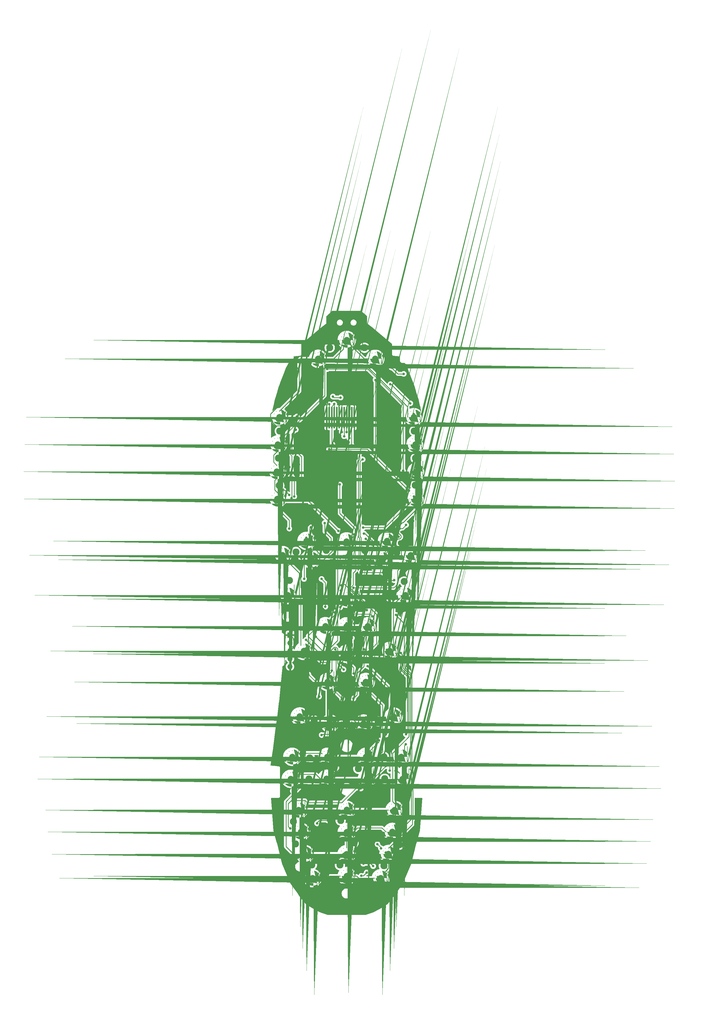
<source format=gbr>
%TF.GenerationSoftware,KiCad,Pcbnew,(6.0.0)*%
%TF.CreationDate,2022-07-04T20:32:35-04:00*%
%TF.ProjectId,800+,3830302b-2e6b-4696-9361-645f70636258,rev?*%
%TF.SameCoordinates,Original*%
%TF.FileFunction,Copper,L1,Top*%
%TF.FilePolarity,Positive*%
%FSLAX46Y46*%
G04 Gerber Fmt 4.6, Leading zero omitted, Abs format (unit mm)*
G04 Created by KiCad (PCBNEW (6.0.0)) date 2022-07-04 20:32:35*
%MOMM*%
%LPD*%
G01*
G04 APERTURE LIST*
G04 Aperture macros list*
%AMRoundRect*
0 Rectangle with rounded corners*
0 $1 Rounding radius*
0 $2 $3 $4 $5 $6 $7 $8 $9 X,Y pos of 4 corners*
0 Add a 4 corners polygon primitive as box body*
4,1,4,$2,$3,$4,$5,$6,$7,$8,$9,$2,$3,0*
0 Add four circle primitives for the rounded corners*
1,1,$1+$1,$2,$3*
1,1,$1+$1,$4,$5*
1,1,$1+$1,$6,$7*
1,1,$1+$1,$8,$9*
0 Add four rect primitives between the rounded corners*
20,1,$1+$1,$2,$3,$4,$5,0*
20,1,$1+$1,$4,$5,$6,$7,0*
20,1,$1+$1,$6,$7,$8,$9,0*
20,1,$1+$1,$8,$9,$2,$3,0*%
%AMFreePoly0*
4,1,95,-1.565916,2.406604,-1.267908,2.330088,-0.981841,2.216826,-0.712224,2.068603,-0.463311,1.887757,-0.239027,1.677140,-0.042908,1.440074,0.121951,1.180297,0.252952,0.901905,0.348029,0.609290,0.405681,0.307066,0.425000,0.000000,0.405681,-0.307066,0.348029,-0.609290,0.252952,-0.901905,0.121951,-1.180297,-0.042908,-1.440074,-0.239027,-1.677140,-0.463311,-1.887757,-0.712224,-2.068603,
-0.981841,-2.216826,-1.267908,-2.330088,-1.565916,-2.406604,-1.871163,-2.445165,-2.178837,-2.445165,-2.484084,-2.406604,-2.782092,-2.330088,-3.068159,-2.216826,-3.337776,-2.068603,-3.586689,-1.887757,-3.810973,-1.677140,-4.007092,-1.440074,-4.171951,-1.180297,-4.302952,-0.901905,-4.398029,-0.609290,-4.455681,-0.307066,-4.475000,0.000000,-3.629948,0.000000,-3.610188,-0.251069,-3.551396,-0.495956,
-3.455019,-0.728631,-3.323430,-0.943365,-3.159870,-1.134870,-2.968365,-1.298430,-2.753631,-1.430019,-2.520956,-1.526396,-2.276069,-1.585188,-2.025000,-1.604948,-1.773931,-1.585188,-1.529044,-1.526396,-1.296369,-1.430019,-1.081635,-1.298430,-0.890130,-1.134870,-0.726570,-0.943365,-0.594981,-0.728631,-0.498604,-0.495956,-0.439812,-0.251069,-0.421695,-0.020870,-0.425000,0.000000,-0.421695,0.020870,
-0.439812,0.251069,-0.498604,0.495956,-0.594981,0.728631,-0.726570,0.943365,-0.890130,1.134870,-1.081635,1.298430,-1.296369,1.430019,-1.529044,1.526396,-1.773931,1.585188,-2.025000,1.604948,-2.276069,1.585188,-2.520956,1.526396,-2.753631,1.430019,-2.968365,1.298430,-3.159870,1.134870,-3.323430,0.943365,-3.455019,0.728631,-3.551396,0.495956,-3.610188,0.251069,-3.629948,0.000000,
-4.475000,0.000000,-4.455681,0.307066,-4.398029,0.609290,-4.302952,0.901905,-4.171951,1.180297,-4.007092,1.440074,-3.810973,1.677140,-3.586689,1.887757,-3.337776,2.068603,-3.068159,2.216826,-2.782092,2.330088,-2.484084,2.406604,-2.178837,2.445165,-1.871163,2.445165,-1.565916,2.406604,-1.565916,2.406604,$1*%
G04 Aperture macros list end*
%TA.AperFunction,SMDPad,CuDef*%
%ADD10C,2.000000*%
%TD*%
%TA.AperFunction,SMDPad,CuDef*%
%ADD11C,0.250000*%
%TD*%
%TA.AperFunction,SMDPad,CuDef*%
%ADD12FreePoly0,0.000000*%
%TD*%
%TA.AperFunction,SMDPad,CuDef*%
%ADD13RoundRect,0.125000X-0.125000X-3.375000X0.125000X-3.375000X0.125000X3.375000X-0.125000X3.375000X0*%
%TD*%
%TA.AperFunction,WasherPad*%
%ADD14C,2.286000*%
%TD*%
%TA.AperFunction,ComponentPad*%
%ADD15R,1.700000X1.700000*%
%TD*%
%TA.AperFunction,ComponentPad*%
%ADD16O,1.700000X1.700000*%
%TD*%
%TA.AperFunction,ViaPad*%
%ADD17C,0.800000*%
%TD*%
%TA.AperFunction,Conductor*%
%ADD18C,0.250000*%
%TD*%
G04 APERTURE END LIST*
D10*
%TO.P,SW29,1,1*%
%TO.N,E*%
X95440000Y-158000000D03*
D11*
%TO.P,SW29,2,2*%
%TO.N,4*%
X94440000Y-156200000D03*
X96490000Y-156250000D03*
X97290000Y-158750000D03*
X95440000Y-156000000D03*
D12*
X97465000Y-158000000D03*
D11*
X95440000Y-160099488D03*
X94390000Y-159700000D03*
X93733172Y-157000000D03*
X93390000Y-158000000D03*
X93706167Y-158918416D03*
X97140000Y-156950000D03*
X96625258Y-159650000D03*
%TD*%
D10*
%TO.P,SW1,1,1*%
%TO.N,A*%
X101625000Y-47900000D03*
D11*
%TO.P,SW1,2,2*%
%TO.N,1*%
X100625000Y-46100000D03*
X102675000Y-46150000D03*
X103475000Y-48650000D03*
X101625000Y-45900000D03*
D12*
X103650000Y-47900000D03*
D11*
X101625000Y-49999488D03*
X100575000Y-49600000D03*
X99918172Y-46900000D03*
X99575000Y-47900000D03*
X99891167Y-48818416D03*
X103325000Y-46850000D03*
X102810258Y-49550000D03*
%TD*%
D10*
%TO.P,SW7,1,1*%
%TO.N,C*%
X79330000Y-99040000D03*
D11*
%TO.P,SW7,2,2*%
%TO.N,2*%
X78330000Y-97240000D03*
X80380000Y-97290000D03*
X81180000Y-99790000D03*
X79330000Y-97040000D03*
D12*
X81355000Y-99040000D03*
D11*
X79330000Y-101139488D03*
X78280000Y-100740000D03*
X77623172Y-98040000D03*
X77280000Y-99040000D03*
X77596167Y-99958416D03*
X81030000Y-97990000D03*
X80515258Y-100690000D03*
%TD*%
D10*
%TO.P,SW26,1,1*%
%TO.N,B*%
X101490000Y-148950000D03*
D11*
%TO.P,SW26,2,2*%
%TO.N,7*%
X100490000Y-147150000D03*
X102540000Y-147200000D03*
X103340000Y-149700000D03*
X101490000Y-146950000D03*
D12*
X103515000Y-148950000D03*
D11*
X101490000Y-151049488D03*
X100440000Y-150650000D03*
X99783172Y-147950000D03*
X99440000Y-148950000D03*
X99756167Y-149868416D03*
X103190000Y-147900000D03*
X102675258Y-150600000D03*
%TD*%
D10*
%TO.P,SW17,1,1*%
%TO.N,A*%
X80970000Y-117140000D03*
D11*
%TO.P,SW17,2,2*%
%TO.N,5*%
X79970000Y-115340000D03*
X82020000Y-115390000D03*
X82820000Y-117890000D03*
X80970000Y-115140000D03*
D12*
X82995000Y-117140000D03*
D11*
X80970000Y-119239488D03*
X79920000Y-118840000D03*
X79263172Y-116140000D03*
X78920000Y-117140000D03*
X79236167Y-118058416D03*
X82670000Y-116090000D03*
X82155258Y-118790000D03*
%TD*%
D10*
%TO.P,SW14,1,1*%
%TO.N,B*%
X101590000Y-112750000D03*
D11*
%TO.P,SW14,2,2*%
%TO.N,4*%
X100590000Y-110950000D03*
X102640000Y-111000000D03*
X103440000Y-113500000D03*
X101590000Y-110750000D03*
D12*
X103615000Y-112750000D03*
D11*
X101590000Y-114849488D03*
X100540000Y-114450000D03*
X99883172Y-111750000D03*
X99540000Y-112750000D03*
X99856167Y-113668416D03*
X103290000Y-111700000D03*
X102775258Y-114400000D03*
%TD*%
D13*
%TO.P,J1,1,Pin_1*%
%TO.N,GND*%
X95188280Y-72913270D03*
%TO.P,J1,2,Pin_2*%
%TO.N,/LCD_BL*%
X95993280Y-72913270D03*
%TO.P,J1,3,Pin_3*%
%TO.N,+3V3*%
X96798280Y-72913270D03*
%TO.P,J1,4,Pin_4*%
X97603280Y-72913270D03*
%TO.P,J1,5,Pin_5*%
%TO.N,GND*%
X98408280Y-72913270D03*
%TO.P,J1,6,Pin_6*%
X99213280Y-72913270D03*
%TO.P,J1,7,Pin_7*%
%TO.N,/LCD_D{slash}C*%
X100018280Y-72913270D03*
%TO.P,J1,8,Pin_8*%
%TO.N,/LCD_CS*%
X100823280Y-72913270D03*
%TO.P,J1,9,Pin_9*%
%TO.N,/LCD_CLK*%
X101628280Y-72913270D03*
%TO.P,J1,10,Pin_10*%
%TO.N,/LCD_DIN*%
X102433280Y-72913270D03*
%TO.P,J1,11,Pin_11*%
%TO.N,/LCD_RESET*%
X103238280Y-72913270D03*
%TO.P,J1,12,Pin_12*%
%TO.N,GND*%
X104043280Y-72913270D03*
%TD*%
D10*
%TO.P,SW50,1,1*%
%TO.N,E*%
X115050000Y-213400000D03*
D11*
%TO.P,SW50,2,2*%
%TO.N,3*%
X114050000Y-211600000D03*
X116100000Y-211650000D03*
X116900000Y-214150000D03*
X115050000Y-211400000D03*
D12*
X117075000Y-213400000D03*
D11*
X115050000Y-215499488D03*
X114000000Y-215100000D03*
X113343172Y-212400000D03*
X113000000Y-213400000D03*
X113316167Y-214318416D03*
X116750000Y-212350000D03*
X116235258Y-215050000D03*
%TD*%
D10*
%TO.P,SW52,1,1*%
%TO.N,G*%
X90675000Y-221190000D03*
D11*
%TO.P,SW52,2,2*%
%TO.N,3*%
X89675000Y-219390000D03*
X91725000Y-219440000D03*
X92525000Y-221940000D03*
X90675000Y-219190000D03*
D12*
X92700000Y-221190000D03*
D11*
X90675000Y-223289488D03*
X89625000Y-222890000D03*
X88968172Y-220190000D03*
X88625000Y-221190000D03*
X88941167Y-222108416D03*
X92375000Y-220140000D03*
X91860258Y-222840000D03*
%TD*%
D10*
%TO.P,SW6,1,1*%
%TO.N,B*%
X79170000Y-90270000D03*
D11*
%TO.P,SW6,2,2*%
%TO.N,2*%
X78170000Y-88470000D03*
X80220000Y-88520000D03*
X81020000Y-91020000D03*
X79170000Y-88270000D03*
D12*
X81195000Y-90270000D03*
D11*
X79170000Y-92369488D03*
X78120000Y-91970000D03*
X77463172Y-89270000D03*
X77120000Y-90270000D03*
X77436167Y-91188416D03*
X80870000Y-89220000D03*
X80355258Y-91920000D03*
%TD*%
D10*
%TO.P,SW34,1,1*%
%TO.N,F*%
X84100000Y-182100000D03*
D11*
%TO.P,SW34,2,2*%
%TO.N,5*%
X83100000Y-180300000D03*
X85150000Y-180350000D03*
X85950000Y-182850000D03*
X84100000Y-180100000D03*
D12*
X86125000Y-182100000D03*
D11*
X84100000Y-184199488D03*
X83050000Y-183800000D03*
X82393172Y-181100000D03*
X82050000Y-182100000D03*
X82366167Y-183018416D03*
X85800000Y-181050000D03*
X85285258Y-183750000D03*
%TD*%
D10*
%TO.P,SW27,1,1*%
%TO.N,C*%
X101530000Y-140090000D03*
D11*
%TO.P,SW27,2,2*%
%TO.N,7*%
X100530000Y-138290000D03*
X102580000Y-138340000D03*
X103380000Y-140840000D03*
X101530000Y-138090000D03*
D12*
X103555000Y-140090000D03*
D11*
X101530000Y-142189488D03*
X100480000Y-141790000D03*
X99823172Y-139090000D03*
X99480000Y-140090000D03*
X99796167Y-141008416D03*
X103230000Y-139040000D03*
X102715258Y-141740000D03*
%TD*%
D10*
%TO.P,SW30,1,1*%
%TO.N,F*%
X86520000Y-169120000D03*
D11*
%TO.P,SW30,2,2*%
%TO.N,4*%
X85520000Y-167320000D03*
X87570000Y-167370000D03*
X88370000Y-169870000D03*
X86520000Y-167120000D03*
D12*
X88545000Y-169120000D03*
D11*
X86520000Y-171219488D03*
X85470000Y-170820000D03*
X84813172Y-168120000D03*
X84470000Y-169120000D03*
X84786167Y-170038416D03*
X88220000Y-168070000D03*
X87705258Y-170770000D03*
%TD*%
D10*
%TO.P,SW13,1,1*%
%TO.N,A*%
X114570000Y-112610000D03*
D11*
%TO.P,SW13,2,2*%
%TO.N,4*%
X113570000Y-110810000D03*
X115620000Y-110860000D03*
X116420000Y-113360000D03*
X114570000Y-110610000D03*
D12*
X116595000Y-112610000D03*
D11*
X114570000Y-114709488D03*
X113520000Y-114310000D03*
X112863172Y-111610000D03*
X112520000Y-112610000D03*
X112836167Y-113528416D03*
X116270000Y-111560000D03*
X115755258Y-114260000D03*
%TD*%
%TO.P,SW46,2,2*%
%TO.N,2*%
X102845258Y-207980000D03*
X103360000Y-205280000D03*
X99926167Y-207248416D03*
X99610000Y-206330000D03*
X99953172Y-205330000D03*
X100610000Y-208030000D03*
X101660000Y-208429488D03*
D12*
X103685000Y-206330000D03*
D11*
X101660000Y-204330000D03*
X103510000Y-207080000D03*
X102710000Y-204580000D03*
X100660000Y-204530000D03*
D10*
%TO.P,SW46,1,1*%
%TO.N,E*%
X101660000Y-206330000D03*
%TD*%
%TO.P,SW15,1,1*%
%TO.N,C*%
X90330000Y-118600000D03*
D11*
%TO.P,SW15,2,2*%
%TO.N,4*%
X89330000Y-116800000D03*
X91380000Y-116850000D03*
X92180000Y-119350000D03*
X90330000Y-116600000D03*
D12*
X92355000Y-118600000D03*
D11*
X90330000Y-120699488D03*
X89280000Y-120300000D03*
X88623172Y-117600000D03*
X88280000Y-118600000D03*
X88596167Y-119518416D03*
X92030000Y-117550000D03*
X91515258Y-120250000D03*
%TD*%
D10*
%TO.P,SW44,1,1*%
%TO.N,G*%
X117050000Y-199200000D03*
D11*
%TO.P,SW44,2,2*%
%TO.N,1*%
X116050000Y-197400000D03*
X118100000Y-197450000D03*
X118900000Y-199950000D03*
X117050000Y-197200000D03*
D12*
X119075000Y-199200000D03*
D11*
X117050000Y-201299488D03*
X116000000Y-200900000D03*
X115343172Y-198200000D03*
X115000000Y-199200000D03*
X115316167Y-200118416D03*
X118750000Y-198150000D03*
X118235258Y-200850000D03*
%TD*%
D10*
%TO.P,SW24,1,1*%
%TO.N,D*%
X94760000Y-140060000D03*
D11*
%TO.P,SW24,2,2*%
%TO.N,6*%
X93760000Y-138260000D03*
X95810000Y-138310000D03*
X96610000Y-140810000D03*
X94760000Y-138060000D03*
D12*
X96785000Y-140060000D03*
D11*
X94760000Y-142159488D03*
X93710000Y-141760000D03*
X93053172Y-139060000D03*
X92710000Y-140060000D03*
X93026167Y-140978416D03*
X96460000Y-139010000D03*
X95945258Y-141710000D03*
%TD*%
D10*
%TO.P,SW35,1,1*%
%TO.N,G*%
X95410000Y-182100000D03*
D11*
%TO.P,SW35,2,2*%
%TO.N,5*%
X94410000Y-180300000D03*
X96460000Y-180350000D03*
X97260000Y-182850000D03*
X95410000Y-180100000D03*
D12*
X97435000Y-182100000D03*
D11*
X95410000Y-184199488D03*
X94360000Y-183800000D03*
X93703172Y-181100000D03*
X93360000Y-182100000D03*
X93676167Y-183018416D03*
X97110000Y-181050000D03*
X96595258Y-183750000D03*
%TD*%
D10*
%TO.P,SW33,1,1*%
%TO.N,E*%
X116705000Y-169130000D03*
D11*
%TO.P,SW33,2,2*%
%TO.N,5*%
X115705000Y-167330000D03*
X117755000Y-167380000D03*
X118555000Y-169880000D03*
X116705000Y-167130000D03*
D12*
X118730000Y-169130000D03*
D11*
X116705000Y-171229488D03*
X115655000Y-170830000D03*
X114998172Y-168130000D03*
X114655000Y-169130000D03*
X114971167Y-170048416D03*
X118405000Y-168080000D03*
X117890258Y-170780000D03*
%TD*%
D10*
%TO.P,SW21,1,1*%
%TO.N,A*%
X120565000Y-130010000D03*
D11*
%TO.P,SW21,2,2*%
%TO.N,6*%
X119565000Y-128210000D03*
X121615000Y-128260000D03*
X122415000Y-130760000D03*
X120565000Y-128010000D03*
D12*
X122590000Y-130010000D03*
D11*
X120565000Y-132109488D03*
X119515000Y-131710000D03*
X118858172Y-129010000D03*
X118515000Y-130010000D03*
X118831167Y-130928416D03*
X122265000Y-128960000D03*
X121750258Y-131660000D03*
%TD*%
D10*
%TO.P,SW38,1,1*%
%TO.N,F*%
X83610000Y-189200000D03*
D11*
%TO.P,SW38,2,2*%
%TO.N,6*%
X82610000Y-187400000D03*
X84660000Y-187450000D03*
X85460000Y-189950000D03*
X83610000Y-187200000D03*
D12*
X85635000Y-189200000D03*
D11*
X83610000Y-191299488D03*
X82560000Y-190900000D03*
X81903172Y-188200000D03*
X81560000Y-189200000D03*
X81876167Y-190118416D03*
X85310000Y-188150000D03*
X84795258Y-190850000D03*
%TD*%
D10*
%TO.P,SW2,1,1*%
%TO.N,B*%
X92425000Y-53950000D03*
D11*
%TO.P,SW2,2,2*%
%TO.N,1*%
X91425000Y-52150000D03*
X93475000Y-52200000D03*
X94275000Y-54700000D03*
X92425000Y-51950000D03*
D12*
X94450000Y-53950000D03*
D11*
X92425000Y-56049488D03*
X91375000Y-55650000D03*
X90718172Y-52950000D03*
X90375000Y-53950000D03*
X90691167Y-54868416D03*
X94125000Y-52900000D03*
X93610258Y-55600000D03*
%TD*%
D10*
%TO.P,SW45,1,1*%
%TO.N,H*%
X86920000Y-206270000D03*
D11*
%TO.P,SW45,2,2*%
%TO.N,1*%
X85920000Y-204470000D03*
X87970000Y-204520000D03*
X88770000Y-207020000D03*
X86920000Y-204270000D03*
D12*
X88945000Y-206270000D03*
D11*
X86920000Y-208369488D03*
X85870000Y-207970000D03*
X85213172Y-205270000D03*
X84870000Y-206270000D03*
X85186167Y-207188416D03*
X88620000Y-205220000D03*
X88105258Y-207920000D03*
%TD*%
D10*
%TO.P,SW48,1,1*%
%TO.N,G*%
X88170000Y-213410000D03*
D11*
%TO.P,SW48,2,2*%
%TO.N,2*%
X87170000Y-211610000D03*
X89220000Y-211660000D03*
X90020000Y-214160000D03*
X88170000Y-211410000D03*
D12*
X90195000Y-213410000D03*
D11*
X88170000Y-215509488D03*
X87120000Y-215110000D03*
X86463172Y-212410000D03*
X86120000Y-213410000D03*
X86436167Y-214328416D03*
X89870000Y-212360000D03*
X89355258Y-215060000D03*
%TD*%
D10*
%TO.P,SW19,1,1*%
%TO.N,C*%
X82650000Y-130020000D03*
D11*
%TO.P,SW19,2,2*%
%TO.N,5*%
X81650000Y-128220000D03*
X83700000Y-128270000D03*
X84500000Y-130770000D03*
X82650000Y-128020000D03*
D12*
X84675000Y-130020000D03*
D11*
X82650000Y-132119488D03*
X81600000Y-131720000D03*
X80943172Y-129020000D03*
X80600000Y-130020000D03*
X80916167Y-130938416D03*
X84350000Y-128970000D03*
X83835258Y-131670000D03*
%TD*%
D10*
%TO.P,SW5,1,1*%
%TO.N,A*%
X79475000Y-81500000D03*
D11*
%TO.P,SW5,2,2*%
%TO.N,2*%
X78475000Y-79700000D03*
X80525000Y-79750000D03*
X81325000Y-82250000D03*
X79475000Y-79500000D03*
D12*
X81500000Y-81500000D03*
D11*
X79475000Y-83599488D03*
X78425000Y-83200000D03*
X77768172Y-80500000D03*
X77425000Y-81500000D03*
X77741167Y-82418416D03*
X81175000Y-80450000D03*
X80660258Y-83150000D03*
%TD*%
D10*
%TO.P,SW12,1,1*%
%TO.N,D*%
X88680000Y-112580000D03*
D11*
%TO.P,SW12,2,2*%
%TO.N,3*%
X87680000Y-110780000D03*
X89730000Y-110830000D03*
X90530000Y-113330000D03*
X88680000Y-110580000D03*
D12*
X90705000Y-112580000D03*
D11*
X88680000Y-114679488D03*
X87630000Y-114280000D03*
X86973172Y-111580000D03*
X86630000Y-112580000D03*
X86946167Y-113498416D03*
X90380000Y-111530000D03*
X89865258Y-114230000D03*
%TD*%
D10*
%TO.P,SW4,1,1*%
%TO.N,D*%
X80000000Y-72750000D03*
D11*
%TO.P,SW4,2,2*%
%TO.N,1*%
X79000000Y-70950000D03*
X81050000Y-71000000D03*
X81850000Y-73500000D03*
X80000000Y-70750000D03*
D12*
X82025000Y-72750000D03*
D11*
X80000000Y-74849488D03*
X78950000Y-74450000D03*
X78293172Y-71750000D03*
X77950000Y-72750000D03*
X78266167Y-73668416D03*
X81700000Y-71700000D03*
X81185258Y-74400000D03*
%TD*%
D10*
%TO.P,SW31,1,1*%
%TO.N,G*%
X96180000Y-171380000D03*
D11*
%TO.P,SW31,2,2*%
%TO.N,4*%
X95180000Y-169580000D03*
X97230000Y-169630000D03*
X98030000Y-172130000D03*
X96180000Y-169380000D03*
D12*
X98205000Y-171380000D03*
D11*
X96180000Y-173479488D03*
X95130000Y-173080000D03*
X94473172Y-170380000D03*
X94130000Y-171380000D03*
X94446167Y-172298416D03*
X97880000Y-170330000D03*
X97365258Y-173030000D03*
%TD*%
D10*
%TO.P,SW41,1,1*%
%TO.N,E*%
X119605000Y-189200000D03*
D11*
%TO.P,SW41,2,2*%
%TO.N,7*%
X118605000Y-187400000D03*
X120655000Y-187450000D03*
X121455000Y-189950000D03*
X119605000Y-187200000D03*
D12*
X121630000Y-189200000D03*
D11*
X119605000Y-191299488D03*
X118555000Y-190900000D03*
X117898172Y-188200000D03*
X117555000Y-189200000D03*
X117871167Y-190118416D03*
X121305000Y-188150000D03*
X120790258Y-190850000D03*
%TD*%
D10*
%TO.P,SW23,1,1*%
%TO.N,C*%
X101610000Y-131200000D03*
D11*
%TO.P,SW23,2,2*%
%TO.N,6*%
X100610000Y-129400000D03*
X102660000Y-129450000D03*
X103460000Y-131950000D03*
X101610000Y-129200000D03*
D12*
X103635000Y-131200000D03*
D11*
X101610000Y-133299488D03*
X100560000Y-132900000D03*
X99903172Y-130200000D03*
X99560000Y-131200000D03*
X99876167Y-132118416D03*
X103310000Y-130150000D03*
X102795258Y-132850000D03*
%TD*%
D10*
%TO.P,SW16,1,1*%
%TO.N,D*%
X112900000Y-118600000D03*
D11*
%TO.P,SW16,2,2*%
%TO.N,4*%
X111900000Y-116800000D03*
X113950000Y-116850000D03*
X114750000Y-119350000D03*
X112900000Y-116600000D03*
D12*
X114925000Y-118600000D03*
D11*
X112900000Y-120699488D03*
X111850000Y-120300000D03*
X111193172Y-117600000D03*
X110850000Y-118600000D03*
X111166167Y-119518416D03*
X114600000Y-117550000D03*
X114085258Y-120250000D03*
%TD*%
D10*
%TO.P,SW51,1,1*%
%TO.N,F*%
X101625000Y-220500000D03*
D11*
%TO.P,SW51,2,2*%
%TO.N,3*%
X100625000Y-218700000D03*
X102675000Y-218750000D03*
X103475000Y-221250000D03*
X101625000Y-218500000D03*
D12*
X103650000Y-220500000D03*
D11*
X101625000Y-222599488D03*
X100575000Y-222200000D03*
X99918172Y-219500000D03*
X99575000Y-220500000D03*
X99891167Y-221418416D03*
X103325000Y-219450000D03*
X102810258Y-222150000D03*
%TD*%
D10*
%TO.P,SW49,1,1*%
%TO.N,H*%
X101590000Y-213420000D03*
D11*
%TO.P,SW49,2,2*%
%TO.N,2*%
X100590000Y-211620000D03*
X102640000Y-211670000D03*
X103440000Y-214170000D03*
X101590000Y-211420000D03*
D12*
X103615000Y-213420000D03*
D11*
X101590000Y-215519488D03*
X100540000Y-215120000D03*
X99883172Y-212420000D03*
X99540000Y-213420000D03*
X99856167Y-214338416D03*
X103290000Y-212370000D03*
X102775258Y-215070000D03*
%TD*%
D10*
%TO.P,SW28,1,1*%
%TO.N,D*%
X107770000Y-157990000D03*
D11*
%TO.P,SW28,2,2*%
%TO.N,7*%
X106770000Y-156190000D03*
X108820000Y-156240000D03*
X109620000Y-158740000D03*
X107770000Y-155990000D03*
D12*
X109795000Y-157990000D03*
D11*
X107770000Y-160089488D03*
X106720000Y-159690000D03*
X106063172Y-156990000D03*
X105720000Y-157990000D03*
X106036167Y-158908416D03*
X109470000Y-156940000D03*
X108955258Y-159640000D03*
%TD*%
D10*
%TO.P,SW25,1,1*%
%TO.N,A*%
X108460000Y-140040000D03*
D11*
%TO.P,SW25,2,2*%
%TO.N,7*%
X107460000Y-138240000D03*
X109510000Y-138290000D03*
X110310000Y-140790000D03*
X108460000Y-138040000D03*
D12*
X110485000Y-140040000D03*
D11*
X108460000Y-142139488D03*
X107410000Y-141740000D03*
X106753172Y-139040000D03*
X106410000Y-140040000D03*
X106726167Y-140958416D03*
X110160000Y-138990000D03*
X109645258Y-141690000D03*
%TD*%
D10*
%TO.P,SW40,1,1*%
%TO.N,H*%
X108090000Y-189180000D03*
D11*
%TO.P,SW40,2,2*%
%TO.N,6*%
X107090000Y-187380000D03*
X109140000Y-187430000D03*
X109940000Y-189930000D03*
X108090000Y-187180000D03*
D12*
X110115000Y-189180000D03*
D11*
X108090000Y-191279488D03*
X107040000Y-190880000D03*
X106383172Y-188180000D03*
X106040000Y-189180000D03*
X106356167Y-190098416D03*
X109790000Y-188130000D03*
X109275258Y-190830000D03*
%TD*%
D10*
%TO.P,SW10,1,1*%
%TO.N,B*%
X124105000Y-90250000D03*
D11*
%TO.P,SW10,2,2*%
%TO.N,3*%
X123105000Y-88450000D03*
X125155000Y-88500000D03*
X125955000Y-91000000D03*
X124105000Y-88250000D03*
D12*
X126130000Y-90250000D03*
D11*
X124105000Y-92349488D03*
X123055000Y-91950000D03*
X122398172Y-89250000D03*
X122055000Y-90250000D03*
X122371167Y-91168416D03*
X125805000Y-89200000D03*
X125290258Y-91900000D03*
%TD*%
D10*
%TO.P,SW22,1,1*%
%TO.N,B*%
X115420000Y-148040000D03*
D11*
%TO.P,SW22,2,2*%
%TO.N,6*%
X114420000Y-146240000D03*
X116470000Y-146290000D03*
X117270000Y-148790000D03*
X115420000Y-146040000D03*
D12*
X117445000Y-148040000D03*
D11*
X115420000Y-150139488D03*
X114370000Y-149740000D03*
X113713172Y-147040000D03*
X113370000Y-148040000D03*
X113686167Y-148958416D03*
X117120000Y-146990000D03*
X116605258Y-149690000D03*
%TD*%
D10*
%TO.P,SW18,1,1*%
%TO.N,B*%
X122250000Y-117150000D03*
D11*
%TO.P,SW18,2,2*%
%TO.N,5*%
X121250000Y-115350000D03*
X123300000Y-115400000D03*
X124100000Y-117900000D03*
X122250000Y-115150000D03*
D12*
X124275000Y-117150000D03*
D11*
X122250000Y-119249488D03*
X121200000Y-118850000D03*
X120543172Y-116150000D03*
X120200000Y-117150000D03*
X120516167Y-118068416D03*
X123950000Y-116100000D03*
X123435258Y-118800000D03*
%TD*%
D10*
%TO.P,SW37,1,1*%
%TO.N,E*%
X119140000Y-182080000D03*
D11*
%TO.P,SW37,2,2*%
%TO.N,6*%
X118140000Y-180280000D03*
X120190000Y-180330000D03*
X120990000Y-182830000D03*
X119140000Y-180080000D03*
D12*
X121165000Y-182080000D03*
D11*
X119140000Y-184179488D03*
X118090000Y-183780000D03*
X117433172Y-181080000D03*
X117090000Y-182080000D03*
X117406167Y-182998416D03*
X120840000Y-181030000D03*
X120325258Y-183730000D03*
%TD*%
D10*
%TO.P,SW43,1,1*%
%TO.N,F*%
X101610000Y-199180000D03*
D11*
%TO.P,SW43,2,2*%
%TO.N,1*%
X100610000Y-197380000D03*
X102660000Y-197430000D03*
X103460000Y-199930000D03*
X101610000Y-197180000D03*
D12*
X103635000Y-199180000D03*
D11*
X101610000Y-201279488D03*
X100560000Y-200880000D03*
X99903172Y-198180000D03*
X99560000Y-199180000D03*
X99876167Y-200098416D03*
X103310000Y-198130000D03*
X102795258Y-200830000D03*
%TD*%
D10*
%TO.P,SW36,1,1*%
%TO.N,H*%
X107820000Y-182100000D03*
D11*
%TO.P,SW36,2,2*%
%TO.N,5*%
X106820000Y-180300000D03*
X108870000Y-180350000D03*
X109670000Y-182850000D03*
X107820000Y-180100000D03*
D12*
X109845000Y-182100000D03*
D11*
X107820000Y-184199488D03*
X106770000Y-183800000D03*
X106113172Y-181100000D03*
X105770000Y-182100000D03*
X106086167Y-183018416D03*
X109520000Y-181050000D03*
X109005258Y-183750000D03*
%TD*%
D10*
%TO.P,SW42,1,1*%
%TO.N,E*%
X86175000Y-199210000D03*
D11*
%TO.P,SW42,2,2*%
%TO.N,1*%
X85175000Y-197410000D03*
X87225000Y-197460000D03*
X88025000Y-199960000D03*
X86175000Y-197210000D03*
D12*
X88200000Y-199210000D03*
D11*
X86175000Y-201309488D03*
X85125000Y-200910000D03*
X84468172Y-198210000D03*
X84125000Y-199210000D03*
X84441167Y-200128416D03*
X87875000Y-198160000D03*
X87360258Y-200860000D03*
%TD*%
D10*
%TO.P,SW20,1,1*%
%TO.N,D*%
X87810000Y-148020000D03*
D11*
%TO.P,SW20,2,2*%
%TO.N,5*%
X86810000Y-146220000D03*
X88860000Y-146270000D03*
X89660000Y-148770000D03*
X87810000Y-146020000D03*
D12*
X89835000Y-148020000D03*
D11*
X87810000Y-150119488D03*
X86760000Y-149720000D03*
X86103172Y-147020000D03*
X85760000Y-148020000D03*
X86076167Y-148938416D03*
X89510000Y-146970000D03*
X88995258Y-149670000D03*
%TD*%
D10*
%TO.P,SW39,1,1*%
%TO.N,G*%
X95140000Y-189180000D03*
D11*
%TO.P,SW39,2,2*%
%TO.N,6*%
X94140000Y-187380000D03*
X96190000Y-187430000D03*
X96990000Y-189930000D03*
X95140000Y-187180000D03*
D12*
X97165000Y-189180000D03*
D11*
X95140000Y-191279488D03*
X94090000Y-190880000D03*
X93433172Y-188180000D03*
X93090000Y-189180000D03*
X93406167Y-190098416D03*
X96840000Y-188130000D03*
X96325258Y-190830000D03*
%TD*%
D10*
%TO.P,SW47,1,1*%
%TO.N,F*%
X116310000Y-206280000D03*
D11*
%TO.P,SW47,2,2*%
%TO.N,2*%
X115310000Y-204480000D03*
X117360000Y-204530000D03*
X118160000Y-207030000D03*
X116310000Y-204280000D03*
D12*
X118335000Y-206280000D03*
D11*
X116310000Y-208379488D03*
X115260000Y-207980000D03*
X114603172Y-205280000D03*
X114260000Y-206280000D03*
X114576167Y-207198416D03*
X118010000Y-205230000D03*
X117495258Y-207930000D03*
%TD*%
D10*
%TO.P,SW8,1,1*%
%TO.N,D*%
X123230000Y-72750000D03*
D11*
%TO.P,SW8,2,2*%
%TO.N,2*%
X122230000Y-70950000D03*
X124280000Y-71000000D03*
X125080000Y-73500000D03*
X123230000Y-70750000D03*
D12*
X125255000Y-72750000D03*
D11*
X123230000Y-74849488D03*
X122180000Y-74450000D03*
X121523172Y-71750000D03*
X121180000Y-72750000D03*
X121496167Y-73668416D03*
X124930000Y-71700000D03*
X124415258Y-74400000D03*
%TD*%
D10*
%TO.P,SW53,1,1*%
%TO.N,H*%
X112570000Y-221180000D03*
D11*
%TO.P,SW53,2,2*%
%TO.N,3*%
X111570000Y-219380000D03*
X113620000Y-219430000D03*
X114420000Y-221930000D03*
X112570000Y-219180000D03*
D12*
X114595000Y-221180000D03*
D11*
X112570000Y-223279488D03*
X111520000Y-222880000D03*
X110863172Y-220180000D03*
X110520000Y-221180000D03*
X110836167Y-222098416D03*
X114270000Y-220130000D03*
X113755258Y-222830000D03*
%TD*%
D10*
%TO.P,SW3,1,1*%
%TO.N,C*%
X110800000Y-53950000D03*
D11*
%TO.P,SW3,2,2*%
%TO.N,1*%
X109800000Y-52150000D03*
X111850000Y-52200000D03*
X112650000Y-54700000D03*
X110800000Y-51950000D03*
D12*
X112825000Y-53950000D03*
D11*
X110800000Y-56049488D03*
X109750000Y-55650000D03*
X109093172Y-52950000D03*
X108750000Y-53950000D03*
X109066167Y-54868416D03*
X112500000Y-52900000D03*
X111985258Y-55600000D03*
%TD*%
D10*
%TO.P,SW11,1,1*%
%TO.N,C*%
X123920000Y-99060000D03*
D11*
%TO.P,SW11,2,2*%
%TO.N,3*%
X122920000Y-97260000D03*
X124970000Y-97310000D03*
X125770000Y-99810000D03*
X123920000Y-97060000D03*
D12*
X125945000Y-99060000D03*
D11*
X123920000Y-101159488D03*
X122870000Y-100760000D03*
X122213172Y-98060000D03*
X121870000Y-99060000D03*
X122186167Y-99978416D03*
X125620000Y-98010000D03*
X125105258Y-100710000D03*
%TD*%
D10*
%TO.P,SW32,1,1*%
%TO.N,H*%
X107040000Y-171400000D03*
D11*
%TO.P,SW32,2,2*%
%TO.N,4*%
X106040000Y-169600000D03*
X108090000Y-169650000D03*
X108890000Y-172150000D03*
X107040000Y-169400000D03*
D12*
X109065000Y-171400000D03*
D11*
X107040000Y-173499488D03*
X105990000Y-173100000D03*
X105333172Y-170400000D03*
X104990000Y-171400000D03*
X105306167Y-172318416D03*
X108740000Y-170350000D03*
X108225258Y-173050000D03*
%TD*%
D10*
%TO.P,SW9,1,1*%
%TO.N,A*%
X123725000Y-81500000D03*
D11*
%TO.P,SW9,2,2*%
%TO.N,3*%
X122725000Y-79700000D03*
X124775000Y-79750000D03*
X125575000Y-82250000D03*
X123725000Y-79500000D03*
D12*
X125750000Y-81500000D03*
D11*
X123725000Y-83599488D03*
X122675000Y-83200000D03*
X122018172Y-80500000D03*
X121675000Y-81500000D03*
X121991167Y-82418416D03*
X125425000Y-80450000D03*
X124910258Y-83150000D03*
%TD*%
D14*
%TO.P,D19,*%
%TO.N,*%
X123340000Y-77220000D03*
%TD*%
%TO.P,D32,*%
%TO.N,*%
X97580000Y-185600000D03*
%TD*%
%TO.P,D24,*%
%TO.N,*%
X123660000Y-94650000D03*
%TD*%
%TO.P,D11,*%
%TO.N,*%
X105350000Y-185950000D03*
%TD*%
%TO.P,D28,*%
%TO.N,*%
X101570000Y-171480000D03*
%TD*%
%TO.P,D17,*%
%TO.N,*%
X107500000Y-115760000D03*
%TD*%
%TO.P,D26,*%
%TO.N,*%
X91140000Y-170430000D03*
%TD*%
%TO.P,D12,*%
%TO.N,*%
X123760000Y-85970000D03*
%TD*%
%TO.P,D4,*%
%TO.N,*%
X103810000Y-209840000D03*
%TD*%
%TO.P,D18,*%
%TO.N,*%
X89420000Y-189190000D03*
%TD*%
%TO.P,D27,*%
%TO.N,*%
X111700000Y-170700000D03*
%TD*%
%TO.P,D10,*%
%TO.N,*%
X80100000Y-77190000D03*
%TD*%
%TO.P,D14,*%
%TO.N,*%
X79620000Y-85950000D03*
%TD*%
%TO.P,D20,*%
%TO.N,*%
X113610000Y-182120000D03*
%TD*%
%TO.P,D22,*%
%TO.N,*%
X107300000Y-50400000D03*
%TD*%
%TO.P,D5,*%
%TO.N,*%
X119190000Y-202830000D03*
%TD*%
%TO.P,D2,*%
%TO.N,*%
X99440000Y-216960000D03*
%TD*%
%TO.P,D15,*%
%TO.N,*%
X96140000Y-50360000D03*
%TD*%
%TO.P,D7,*%
%TO.N,*%
X84470000Y-202980000D03*
%TD*%
%TO.P,D8,*%
%TO.N,*%
X118560000Y-210400000D03*
%TD*%
%TO.P,D13,*%
%TO.N,*%
X120090000Y-125664000D03*
%TD*%
%TO.P,D3,*%
%TO.N,*%
X113550000Y-217170000D03*
%TD*%
%TO.P,D25,*%
%TO.N,*%
X117730000Y-116300000D03*
%TD*%
%TO.P,D31,*%
%TO.N,*%
X95070000Y-115670000D03*
%TD*%
%TO.P,D6,*%
%TO.N,*%
X85120000Y-210120000D03*
%TD*%
%TO.P,D16,*%
%TO.N,*%
X85275000Y-116125000D03*
%TD*%
%TO.P,D9,*%
%TO.N,*%
X83200000Y-125274000D03*
%TD*%
%TO.P,D30,*%
%TO.N,*%
X99680000Y-202590000D03*
%TD*%
%TO.P,D29,*%
%TO.N,*%
X89740000Y-182430000D03*
%TD*%
D15*
%TO.P,J3,1,Pin_1*%
%TO.N,GND*%
X83380000Y-142880000D03*
D16*
%TO.P,J3,2,Pin_2*%
%TO.N,+3V3*%
X83380000Y-145420000D03*
%TO.P,J3,3,Pin_3*%
%TO.N,GND*%
X83380000Y-147960000D03*
%TO.P,J3,4,Pin_4*%
%TO.N,/Buttons/SBWTDIO*%
X83380000Y-150500000D03*
%TO.P,J3,5,Pin_5*%
%TO.N,/Buttons/SBWTCK*%
X83380000Y-153040000D03*
%TD*%
D14*
%TO.P,D21,*%
%TO.N,*%
X113840000Y-189170000D03*
%TD*%
%TO.P,D23,*%
%TO.N,*%
X79910000Y-94740000D03*
%TD*%
%TO.P,D1,*%
%TO.N,*%
X90430000Y-216910000D03*
%TD*%
D17*
%TO.N,GND*%
X105820000Y-134080000D03*
X103780000Y-133940000D03*
X92920000Y-126730000D03*
X89540000Y-126400000D03*
X96130000Y-124210000D03*
X93625000Y-215035000D03*
X102200000Y-160220000D03*
X105420000Y-195610000D03*
X114240000Y-194010000D03*
X117630000Y-194650000D03*
X121140000Y-195430000D03*
X107820000Y-203120000D03*
X112910000Y-201370000D03*
X110650000Y-206180000D03*
X104640000Y-190520000D03*
X97910000Y-195410000D03*
X93660000Y-194650000D03*
X86990000Y-194550000D03*
X90320000Y-198170000D03*
X98720000Y-189980000D03*
X97020000Y-197840000D03*
X97130000Y-199904500D03*
X108100000Y-121370000D03*
X108074500Y-124240000D03*
X113650000Y-126660000D03*
X88040000Y-84550000D03*
X84645500Y-88330000D03*
X86210000Y-87950000D03*
X92330000Y-110190000D03*
X92830000Y-113290000D03*
X117390000Y-133860000D03*
X120740000Y-133890000D03*
X121980000Y-138850000D03*
X121980000Y-140730000D03*
X121140000Y-153010000D03*
X121800000Y-121240000D03*
X119310000Y-123360000D03*
X116590000Y-153370000D03*
X108150000Y-154500000D03*
X112510000Y-158740000D03*
X102200000Y-153255500D03*
X106190000Y-151230000D03*
X106000000Y-153110000D03*
X106120000Y-143080000D03*
X106190000Y-148500000D03*
X80710000Y-106760000D03*
X97790000Y-116080000D03*
X96924500Y-119640000D03*
X86870000Y-121510000D03*
X89470000Y-129440000D03*
X93020000Y-129490000D03*
X96640000Y-129310000D03*
X97130000Y-132730000D03*
X93200000Y-133580000D03*
X89110000Y-133270000D03*
X88670000Y-139650000D03*
X85210000Y-139790000D03*
X95890000Y-136140000D03*
X118760000Y-112790000D03*
X120734500Y-110900000D03*
X123024500Y-106150000D03*
X117130000Y-60820000D03*
X122080000Y-63510000D03*
%TO.N,+3V3*%
X97190000Y-66110000D03*
X99660000Y-66440000D03*
%TO.N,GND*%
X89230000Y-68430000D03*
X85280000Y-69780000D03*
X91770000Y-75510000D03*
X79690000Y-68040000D03*
X81280000Y-65010000D03*
X85550000Y-56980000D03*
X84690000Y-74020000D03*
X83160000Y-88790000D03*
X86550000Y-95160000D03*
X89490000Y-97940000D03*
X87830000Y-109020000D03*
X90860000Y-105620000D03*
X85450000Y-106360000D03*
X84400000Y-108760000D03*
X85240000Y-109650000D03*
X84160000Y-112100000D03*
X120860000Y-83430000D03*
X118080000Y-81280000D03*
X117990000Y-72330000D03*
X117900000Y-70340000D03*
X117820000Y-68660000D03*
X110030000Y-106260000D03*
X118370000Y-111240000D03*
X109820000Y-110230000D03*
X116640000Y-130010000D03*
X114620000Y-132320000D03*
X118640000Y-126950000D03*
X112300000Y-138630000D03*
X83090000Y-171170000D03*
X100140000Y-143370000D03*
X99260000Y-146610000D03*
X97290000Y-166300000D03*
X108790000Y-166870000D03*
X101760000Y-166190000D03*
X85030000Y-173360000D03*
X90190000Y-178890000D03*
X86280000Y-175480000D03*
X98440000Y-204860000D03*
X89050000Y-202870000D03*
X93800000Y-204650000D03*
X95990000Y-206720000D03*
X93110000Y-210440000D03*
X103960000Y-218130000D03*
X108000000Y-211440000D03*
X111080000Y-214380000D03*
X93880000Y-185490000D03*
X99640000Y-183640000D03*
X103880000Y-183590000D03*
%TO.N,LED_PWM*%
X116930000Y-125260000D03*
X117560000Y-119880000D03*
X108138441Y-119450000D03*
X97690000Y-118520000D03*
X95280000Y-119550000D03*
X99550000Y-118090000D03*
X101610000Y-117190000D03*
%TO.N,+3V3*%
X96570000Y-114750000D03*
X94520000Y-106810000D03*
X109930000Y-136940000D03*
X104810000Y-136120000D03*
%TO.N,LED_PWM*%
X93490000Y-117350000D03*
X86990000Y-118110000D03*
X87900000Y-124820000D03*
X89330000Y-155630000D03*
X92250000Y-148530000D03*
X88530000Y-144440000D03*
X92730000Y-162710000D03*
X92100000Y-203530000D03*
X95590000Y-202600000D03*
X110130000Y-217290000D03*
X106990000Y-216530000D03*
X93550000Y-175080000D03*
X97040000Y-174850000D03*
X86990000Y-190490000D03*
X84290000Y-193100000D03*
X83110000Y-97760000D03*
X81094841Y-96224841D03*
X119200000Y-118370000D03*
X124050000Y-102390000D03*
X119940000Y-58820000D03*
X116060000Y-56810000D03*
%TO.N,3*%
X121459000Y-100792292D03*
%TO.N,C*%
X80190000Y-103000000D03*
X83140000Y-108620000D03*
X89777209Y-117766725D03*
%TO.N,A*%
X84290000Y-84500000D03*
X87090000Y-92340000D03*
X80378397Y-81924693D03*
X81606128Y-117910214D03*
X99900000Y-126880000D03*
X108060000Y-134870000D03*
%TO.N,C*%
X104890000Y-141530000D03*
X108640000Y-150940000D03*
%TO.N,D*%
X94730000Y-133760000D03*
X93530000Y-124840000D03*
%TO.N,7*%
X103260000Y-143850000D03*
X108755256Y-161074744D03*
X103880000Y-155240000D03*
%TO.N,D*%
X106175980Y-122550000D03*
X113370000Y-122800000D03*
X113900065Y-118584009D03*
%TO.N,6*%
X99510000Y-133980000D03*
X97750000Y-135600000D03*
X105100000Y-129070000D03*
X99690000Y-128620000D03*
%TO.N,D*%
X91701085Y-143461085D03*
X100600000Y-153980000D03*
X85250000Y-76780000D03*
X83889959Y-98821605D03*
X88639637Y-111580712D03*
%TO.N,4*%
X103980000Y-110450000D03*
X107710000Y-111930000D03*
%TO.N,2*%
X98980000Y-109410000D03*
X107190000Y-110240000D03*
X112530000Y-115250000D03*
X117520000Y-136440000D03*
%TO.N,1*%
X108670000Y-148220000D03*
X99380000Y-94430000D03*
X85590000Y-72550000D03*
%TO.N,D*%
X94246316Y-140915854D03*
X88441462Y-147245585D03*
%TO.N,5*%
X95982299Y-151822299D03*
%TO.N,4*%
X96850000Y-154350000D03*
%TO.N,+3V3*%
X97050000Y-81570000D03*
%TO.N,B*%
X79798378Y-91047192D03*
X84070000Y-92150000D03*
X84730000Y-98280000D03*
%TO.N,C*%
X95980000Y-83090000D03*
X80023151Y-98321130D03*
%TO.N,D*%
X123159067Y-71753925D03*
X122060000Y-68290000D03*
X80826522Y-72189342D03*
X115650000Y-62140000D03*
%TO.N,C*%
X90398821Y-119596239D03*
X83512164Y-130523617D03*
X101608012Y-132198710D03*
X101600186Y-139093809D03*
%TO.N,3*%
X90050000Y-108220000D03*
X106890000Y-108270000D03*
%TO.N,A*%
X102623762Y-47964604D03*
%TO.N,B*%
X93011866Y-54757999D03*
X95320000Y-57260000D03*
X119790000Y-90000000D03*
%TO.N,C*%
X110795292Y-54948806D03*
X110890000Y-60770000D03*
X121670000Y-96470000D03*
X123251147Y-98316043D03*
%TO.N,5*%
X86290000Y-130510000D03*
X103800000Y-127720000D03*
%TO.N,6*%
X108815281Y-149365754D03*
%TO.N,5*%
X108370000Y-152900000D03*
%TO.N,G*%
X97920000Y-147500000D03*
X100140000Y-163390000D03*
X95793783Y-172300371D03*
X95351328Y-183097364D03*
%TO.N,5*%
X111960000Y-176800000D03*
X114220000Y-174940000D03*
%TO.N,F*%
X86291501Y-170091616D03*
X84071970Y-183099621D03*
%TO.N,B*%
X101023437Y-113573874D03*
X99270000Y-115220000D03*
X100516813Y-148829500D03*
X96060000Y-147240000D03*
%TO.N,H*%
X107180000Y-147480000D03*
X103790000Y-163310000D03*
X107065382Y-172397756D03*
X107806477Y-181100887D03*
%TO.N,6*%
X120680000Y-174860000D03*
X120590000Y-178050000D03*
%TO.N,7*%
X117350000Y-186580000D03*
X115440000Y-186560000D03*
%TO.N,D*%
X108550843Y-157367909D03*
%TO.N,E*%
X96266661Y-158560436D03*
X116980727Y-170089805D03*
X119200451Y-183076531D03*
%TO.N,6*%
X118610000Y-185230000D03*
X114187500Y-185107500D03*
%TO.N,H*%
X107853500Y-183097472D03*
%TO.N,E*%
X119573592Y-190199738D03*
%TO.N,1*%
X119010000Y-148680500D03*
%TO.N,2*%
X120122299Y-149677701D03*
%TO.N,3*%
X120530000Y-151110000D03*
%TO.N,H*%
X83420000Y-205180000D03*
X106110000Y-192300000D03*
X107575294Y-190035264D03*
%TO.N,G*%
X92220000Y-191380000D03*
X84350000Y-213290000D03*
X87177824Y-213291393D03*
X94851512Y-190136658D03*
X116058872Y-199333591D03*
%TO.N,F*%
X84459691Y-189723579D03*
%TO.N,E*%
X86950458Y-199838510D03*
X102424148Y-206971987D03*
X111510000Y-210230000D03*
X112632845Y-211543005D03*
X114178342Y-212913486D03*
%TO.N,F*%
X102428620Y-199753303D03*
X108040000Y-219350000D03*
X106340000Y-220410000D03*
X115774749Y-207123402D03*
X102495797Y-220010199D03*
%TO.N,H*%
X111640202Y-220816545D03*
X87914072Y-206367976D03*
X100591036Y-213441536D03*
%TO.N,G*%
X88241010Y-214406161D03*
X89674892Y-221184817D03*
%TO.N,A*%
X118630000Y-108610000D03*
X120734500Y-107440000D03*
X123340739Y-82421162D03*
X114789130Y-113584791D03*
X116090000Y-121110000D03*
X114800000Y-124620000D03*
X120520374Y-131008840D03*
X107564500Y-140217787D03*
%TO.N,B*%
X123112295Y-90361046D03*
X121565779Y-117878194D03*
X114504240Y-147637977D03*
%TO.N,/LCD_BL*%
X96000000Y-68610000D03*
%TO.N,MSP_P1.6*%
X106840000Y-119110000D03*
X106740000Y-86350000D03*
%TO.N,MSP_P1.7*%
X105960000Y-84020000D03*
X105760000Y-119490000D03*
%TO.N,+3V3*%
X97590000Y-68510000D03*
%TO.N,/LCD_D{slash}C*%
X100020000Y-77540000D03*
%TO.N,/LCD_CS*%
X100770000Y-78890000D03*
%TO.N,/LCD_CLK*%
X101540000Y-77530000D03*
%TO.N,/LCD_DIN*%
X102455500Y-79490000D03*
%TO.N,/LCD_RESET*%
X103180000Y-81820000D03*
%TD*%
D18*
%TO.N,GND*%
X105680000Y-133940000D02*
X105820000Y-134080000D01*
X103780000Y-133940000D02*
X105680000Y-133940000D01*
X93020000Y-126830000D02*
X92920000Y-126730000D01*
X93020000Y-129490000D02*
X93020000Y-126830000D01*
X89470000Y-126470000D02*
X89540000Y-126400000D01*
X89470000Y-129440000D02*
X89470000Y-126470000D01*
X96540000Y-124620000D02*
X96130000Y-124210000D01*
X96640000Y-124620000D02*
X96540000Y-124620000D01*
X96640000Y-124620000D02*
X96640000Y-120840000D01*
X96640000Y-129310000D02*
X96640000Y-124620000D01*
X102200000Y-165750000D02*
X102200000Y-160220000D01*
X101760000Y-166190000D02*
X102200000Y-165750000D01*
X102200000Y-153255500D02*
X102200000Y-160220000D01*
X107020000Y-194010000D02*
X105420000Y-195610000D01*
X114240000Y-194010000D02*
X107020000Y-194010000D01*
X118410000Y-195430000D02*
X117630000Y-194650000D01*
X121140000Y-195430000D02*
X118410000Y-195430000D01*
X111160000Y-203120000D02*
X112910000Y-201370000D01*
X107820000Y-203120000D02*
X111160000Y-203120000D01*
X108000000Y-208830000D02*
X110650000Y-206180000D01*
X108000000Y-211440000D02*
X108000000Y-208830000D01*
X97910000Y-190790000D02*
X98720000Y-189980000D01*
X97910000Y-195410000D02*
X97910000Y-190790000D01*
X93560000Y-194550000D02*
X93660000Y-194650000D01*
X86990000Y-194550000D02*
X93560000Y-194550000D01*
X97020000Y-197840000D02*
X90650000Y-197840000D01*
X90650000Y-197840000D02*
X90320000Y-198170000D01*
X92015500Y-199904500D02*
X97130000Y-199904500D01*
X89050000Y-202870000D02*
X92015500Y-199904500D01*
X111230000Y-124240000D02*
X108074500Y-124240000D01*
X113650000Y-126660000D02*
X111230000Y-124240000D01*
%TO.N,D*%
X106425980Y-122800000D02*
X113370000Y-122800000D01*
X106175980Y-122550000D02*
X106425980Y-122800000D01*
%TO.N,1*%
X102710000Y-127730000D02*
X111249226Y-136269226D01*
X103700000Y-126740000D02*
X102710000Y-127730000D01*
X103700000Y-122905188D02*
X103700000Y-126740000D01*
X104514521Y-122090667D02*
X103700000Y-122905188D01*
X104260000Y-113592471D02*
X104260000Y-119454812D01*
X104272183Y-113583290D02*
X104260000Y-113592471D01*
X104280853Y-113521598D02*
X104272183Y-113583290D01*
X104308097Y-113327753D02*
X104293502Y-113431599D01*
X104334299Y-113236377D02*
X104308097Y-113327753D01*
X104379226Y-113079696D02*
X104357569Y-113155225D01*
X104514521Y-119709333D02*
X104514521Y-122090667D01*
X104364511Y-113053149D02*
X104379226Y-113079696D01*
X104364511Y-113052842D02*
X104364511Y-113053149D01*
X104369818Y-113047347D02*
X104364511Y-113052842D01*
X104367356Y-112906117D02*
X104369818Y-113047347D01*
X104397968Y-112688304D02*
X104389297Y-112750000D01*
X104376650Y-112660014D02*
X104397968Y-112688304D01*
X111249226Y-145640774D02*
X108670000Y-148220000D01*
X104367356Y-112593883D02*
X104376650Y-112660014D01*
X104369818Y-112452653D02*
X104367356Y-112593883D01*
X104364511Y-112447158D02*
X104369818Y-112452653D01*
X104364511Y-112446851D02*
X104364511Y-112447158D01*
X104376650Y-112839986D02*
X104367356Y-112906117D01*
X104379226Y-112420304D02*
X104364511Y-112446851D01*
X104357569Y-112344775D02*
X104379226Y-112420304D01*
X104293502Y-113431599D02*
X104306198Y-113464673D01*
X104334299Y-112263623D02*
X104356528Y-112285090D01*
X104356528Y-113214910D02*
X104334299Y-113236377D01*
X104308097Y-112172247D02*
X104334299Y-112263623D01*
X104293502Y-112068401D02*
X104308097Y-112172247D01*
X104306198Y-112035327D02*
X104293502Y-112068401D01*
X104280853Y-111978402D02*
X104306198Y-112035327D01*
X104389297Y-112750000D02*
X104397968Y-112811696D01*
X104272183Y-111916710D02*
X104280853Y-111978402D01*
X104260000Y-119454812D02*
X104514521Y-119709333D01*
X104260000Y-111907529D02*
X104272183Y-111916710D01*
X104260000Y-111365717D02*
X104260000Y-111907529D01*
X104357569Y-113155225D02*
X104356528Y-113214910D01*
X104429520Y-111025094D02*
X104429520Y-111196197D01*
X104356528Y-112285090D02*
X104357569Y-112344775D01*
X104704511Y-110149897D02*
X104704511Y-110750103D01*
X104429520Y-111196197D02*
X104260000Y-111365717D01*
X104704511Y-110750103D02*
X104429520Y-111025094D01*
X111249226Y-136269226D02*
X111249226Y-145640774D01*
X104280103Y-109725489D02*
X104704511Y-110149897D01*
X104260000Y-109725489D02*
X104280103Y-109725489D01*
X99380000Y-103710000D02*
X104260000Y-108590000D01*
X99380000Y-94430000D02*
X99380000Y-103710000D01*
X104306198Y-113464673D02*
X104280853Y-113521598D01*
X104260000Y-108590000D02*
X104260000Y-109725489D01*
X104397968Y-112811696D02*
X104376650Y-112839986D01*
%TO.N,GND*%
X85830000Y-88330000D02*
X86210000Y-87950000D01*
X84645500Y-88330000D02*
X85830000Y-88330000D01*
X92830000Y-110690000D02*
X92330000Y-110190000D01*
X92830000Y-113290000D02*
X92830000Y-110690000D01*
X117420000Y-133890000D02*
X117390000Y-133860000D01*
X120740000Y-133890000D02*
X117420000Y-133890000D01*
X122154521Y-135304521D02*
X120740000Y-133890000D01*
X122154521Y-138675479D02*
X122154521Y-135304521D01*
X121980000Y-138850000D02*
X122154521Y-138675479D01*
X121254511Y-152895489D02*
X121254511Y-141455489D01*
X121140000Y-153010000D02*
X121254511Y-152895489D01*
X121254511Y-141455489D02*
X121980000Y-140730000D01*
X121430000Y-121240000D02*
X121800000Y-121240000D01*
X119310000Y-123360000D02*
X121430000Y-121240000D01*
X108150000Y-154500000D02*
X108270000Y-154500000D01*
X108270000Y-154500000D02*
X112510000Y-158740000D01*
X106190000Y-148500000D02*
X106190000Y-151230000D01*
%TO.N,H*%
X104990000Y-155160000D02*
X107180000Y-152970000D01*
X107180000Y-152970000D02*
X107180000Y-147480000D01*
X104990000Y-162110000D02*
X104990000Y-155160000D01*
X103790000Y-163310000D02*
X104990000Y-162110000D01*
%TO.N,GND*%
X106120000Y-148430000D02*
X106190000Y-148500000D01*
X106120000Y-143080000D02*
X106120000Y-148430000D01*
%TO.N,C*%
X107904511Y-150204511D02*
X107904511Y-143444511D01*
X105990000Y-141530000D02*
X104890000Y-141530000D01*
X108640000Y-150940000D02*
X107904511Y-150204511D01*
X107904511Y-143444511D02*
X105990000Y-141530000D01*
%TO.N,GND*%
X80710000Y-108650000D02*
X84160000Y-112100000D01*
X80710000Y-106760000D02*
X80710000Y-108650000D01*
%TO.N,+3V3*%
X96570000Y-111670000D02*
X96570000Y-114750000D01*
X94520000Y-109620000D02*
X96570000Y-111670000D01*
X94520000Y-106810000D02*
X94520000Y-109620000D01*
%TO.N,GND*%
X97260000Y-119975500D02*
X96924500Y-119640000D01*
X97260000Y-120220000D02*
X97260000Y-119975500D01*
X96640000Y-120840000D02*
X97260000Y-120220000D01*
X89470000Y-129440000D02*
X88750000Y-129440000D01*
X86870000Y-127560000D02*
X86870000Y-121510000D01*
X88750000Y-129440000D02*
X86870000Y-127560000D01*
X97130000Y-132730000D02*
X97130000Y-129800000D01*
X93330000Y-133580000D02*
X95890000Y-136140000D01*
X93200000Y-133580000D02*
X93330000Y-133580000D01*
X89110000Y-139210000D02*
X89110000Y-133270000D01*
X88670000Y-139650000D02*
X89110000Y-139210000D01*
X83380000Y-141620000D02*
X85210000Y-139790000D01*
X97130000Y-129800000D02*
X96640000Y-129310000D01*
X83380000Y-142880000D02*
X83380000Y-141620000D01*
X84554511Y-146785489D02*
X84554511Y-144054511D01*
X83380000Y-147960000D02*
X84554511Y-146785489D01*
X84554511Y-144054511D02*
X83380000Y-142880000D01*
X118844500Y-112790000D02*
X118760000Y-112790000D01*
X120734500Y-110900000D02*
X118844500Y-112790000D01*
%TO.N,LED_PWM*%
X119204521Y-118365479D02*
X119200000Y-118370000D01*
X119204521Y-115689232D02*
X119204521Y-118365479D01*
X117460000Y-113944711D02*
X119204521Y-115689232D01*
X117460000Y-112574408D02*
X117460000Y-113944711D01*
X118069897Y-111964511D02*
X117460000Y-112574408D01*
X118670103Y-111964511D02*
X118069897Y-111964511D01*
X117905489Y-109750875D02*
X119094511Y-110939897D01*
X119094511Y-111540103D02*
X118670103Y-111964511D01*
X117905489Y-108309897D02*
X117905489Y-109750875D01*
X119525386Y-106690000D02*
X117905489Y-108309897D01*
X119750000Y-106690000D02*
X119525386Y-106690000D01*
X119094511Y-110939897D02*
X119094511Y-111540103D01*
X124050000Y-102390000D02*
X119750000Y-106690000D01*
%TO.N,GND*%
X123024500Y-108610000D02*
X120734500Y-110900000D01*
X123024500Y-106150000D02*
X123024500Y-108610000D01*
X119820000Y-63510000D02*
X122080000Y-63510000D01*
X117130000Y-60820000D02*
X119820000Y-63510000D01*
%TO.N,+3V3*%
X97520000Y-66440000D02*
X97190000Y-66110000D01*
X99660000Y-66440000D02*
X97520000Y-66440000D01*
%TO.N,GND*%
X95188280Y-77511720D02*
X95188280Y-72913270D01*
X94480000Y-78220000D02*
X95188280Y-77511720D01*
X91770000Y-75510000D02*
X94480000Y-78220000D01*
X87880000Y-69780000D02*
X89230000Y-68430000D01*
X85280000Y-69780000D02*
X87880000Y-69780000D01*
X83180359Y-75529641D02*
X84690000Y-74020000D01*
X78848809Y-75529641D02*
X83180359Y-75529641D01*
X77090000Y-73770832D02*
X78848809Y-75529641D01*
X77090000Y-71729168D02*
X77090000Y-73770832D01*
X79690000Y-69129168D02*
X77090000Y-71729168D01*
X79690000Y-68040000D02*
X79690000Y-69129168D01*
X85550000Y-60740000D02*
X81280000Y-65010000D01*
X85550000Y-56980000D02*
X85550000Y-60740000D01*
X89490000Y-97940000D02*
X89330000Y-97940000D01*
X90860000Y-105990000D02*
X90860000Y-105620000D01*
X87830000Y-109020000D02*
X90860000Y-105990000D01*
X89330000Y-97940000D02*
X86550000Y-95160000D01*
X85450000Y-107710000D02*
X85450000Y-106360000D01*
X84400000Y-108760000D02*
X85450000Y-107710000D01*
X84160000Y-110730000D02*
X85240000Y-109650000D01*
X84160000Y-112100000D02*
X84160000Y-110730000D01*
X117990000Y-72330000D02*
X118080000Y-72420000D01*
X118080000Y-72420000D02*
X118080000Y-81280000D01*
X117820000Y-70260000D02*
X117900000Y-70340000D01*
X117820000Y-68660000D02*
X117820000Y-70260000D01*
X118370000Y-111240000D02*
X116963979Y-109833979D01*
X110216021Y-109833979D02*
X109820000Y-110230000D01*
X116963979Y-109833979D02*
X110216021Y-109833979D01*
X118640000Y-128010000D02*
X118640000Y-126950000D01*
X116640000Y-130010000D02*
X118640000Y-128010000D01*
X112300000Y-134640000D02*
X114620000Y-132320000D01*
X112300000Y-134660000D02*
X112300000Y-134640000D01*
X112300000Y-138630000D02*
X112300000Y-134660000D01*
X83090000Y-171420000D02*
X85030000Y-173360000D01*
X83090000Y-171170000D02*
X83090000Y-171420000D01*
X100140000Y-143370000D02*
X100140000Y-145730000D01*
X100140000Y-145730000D02*
X99260000Y-146610000D01*
X97400000Y-166190000D02*
X97290000Y-166300000D01*
X101760000Y-166190000D02*
X97400000Y-166190000D01*
X102440000Y-166870000D02*
X108790000Y-166870000D01*
X102160000Y-166590000D02*
X102390000Y-166820000D01*
X101760000Y-166190000D02*
X102160000Y-166590000D01*
X102390000Y-166820000D02*
X102440000Y-166870000D01*
X89690000Y-178890000D02*
X86280000Y-175480000D01*
X90190000Y-178890000D02*
X89690000Y-178890000D01*
X97850000Y-204860000D02*
X98440000Y-204860000D01*
X95990000Y-206720000D02*
X97850000Y-204860000D01*
X90830000Y-204650000D02*
X89050000Y-202870000D01*
X93800000Y-204650000D02*
X90830000Y-204650000D01*
X93110000Y-210440000D02*
X95990000Y-207560000D01*
X95990000Y-207560000D02*
X95990000Y-206720000D01*
X103960000Y-215480000D02*
X108000000Y-211440000D01*
X103960000Y-218130000D02*
X103960000Y-215480000D01*
X108140000Y-211440000D02*
X111080000Y-214380000D01*
X108000000Y-211440000D02*
X108140000Y-211440000D01*
X98190768Y-187074521D02*
X99640000Y-185625289D01*
X99640000Y-185625289D02*
X99640000Y-183640000D01*
X95384711Y-185490000D02*
X96969232Y-187074521D01*
X93880000Y-185490000D02*
X95384711Y-185490000D01*
X96969232Y-187074521D02*
X98190768Y-187074521D01*
X99730000Y-183730000D02*
X99640000Y-183640000D01*
X103740000Y-183730000D02*
X99730000Y-183730000D01*
X103880000Y-183590000D02*
X103740000Y-183730000D01*
%TO.N,LED_PWM*%
X114484511Y-125344511D02*
X116845489Y-125344511D01*
X114075489Y-124935489D02*
X114484511Y-125344511D01*
X114075489Y-124319897D02*
X114075489Y-124935489D01*
X116845489Y-125344511D02*
X116930000Y-125260000D01*
X114773111Y-123622275D02*
X114075489Y-124319897D01*
X114773111Y-121402275D02*
X114773111Y-123622275D01*
%TO.N,5*%
X116712985Y-127720000D02*
X103800000Y-127720000D01*
X117970000Y-126462985D02*
X116712985Y-127720000D01*
X117970000Y-122080000D02*
X117970000Y-126462985D01*
X121200000Y-118850000D02*
X117970000Y-122080000D01*
%TO.N,A*%
X116010000Y-123410000D02*
X116010000Y-121190000D01*
X116010000Y-121190000D02*
X116090000Y-121110000D01*
X114800000Y-124620000D02*
X116010000Y-123410000D01*
%TO.N,LED_PWM*%
X114773111Y-121402275D02*
X116295386Y-119880000D01*
X108138441Y-119450000D02*
X110090716Y-121402275D01*
X116295386Y-119880000D02*
X117560000Y-119880000D01*
X110090716Y-121402275D02*
X114773111Y-121402275D01*
X96310000Y-118520000D02*
X95280000Y-119550000D01*
X97690000Y-118520000D02*
X96310000Y-118520000D01*
X100450000Y-117190000D02*
X99550000Y-118090000D01*
X101610000Y-117190000D02*
X100450000Y-117190000D01*
%TO.N,+3V3*%
X104810000Y-136120000D02*
X109110000Y-136120000D01*
X109110000Y-136120000D02*
X109930000Y-136940000D01*
%TO.N,A*%
X107564500Y-140217787D02*
X108282213Y-140217787D01*
X108282213Y-140217787D02*
X108460000Y-140040000D01*
%TO.N,LED_PWM*%
X91360000Y-115220000D02*
X93490000Y-117350000D01*
X89770000Y-115220000D02*
X91360000Y-115220000D01*
X86990000Y-118110000D02*
X86990000Y-118000000D01*
X86990000Y-118000000D02*
X89770000Y-115220000D01*
X87020000Y-118140000D02*
X86990000Y-118110000D01*
X87020000Y-119080000D02*
X87020000Y-118140000D01*
X87900000Y-119960000D02*
X87020000Y-119080000D01*
X87900000Y-124820000D02*
X87900000Y-119960000D01*
X92730000Y-159030000D02*
X89330000Y-155630000D01*
X92250000Y-148160000D02*
X92250000Y-148530000D01*
X88530000Y-144440000D02*
X92250000Y-148160000D01*
X92730000Y-162710000D02*
X92730000Y-159030000D01*
X92100000Y-203280000D02*
X92100000Y-203530000D01*
X95590000Y-202600000D02*
X92780000Y-202600000D01*
X92780000Y-202600000D02*
X92100000Y-203280000D01*
X109370000Y-216530000D02*
X110130000Y-217290000D01*
X106990000Y-216530000D02*
X109370000Y-216530000D01*
X93780000Y-174850000D02*
X93550000Y-175080000D01*
X94250000Y-174850000D02*
X93780000Y-174850000D01*
X97040000Y-174850000D02*
X94250000Y-174850000D01*
X86900000Y-190490000D02*
X86990000Y-190490000D01*
X84290000Y-193100000D02*
X86900000Y-190490000D01*
X81574841Y-96224841D02*
X81094841Y-96224841D01*
X83110000Y-97760000D02*
X81574841Y-96224841D01*
%TO.N,D*%
X83920000Y-78110000D02*
X85250000Y-76780000D01*
X83920000Y-83845386D02*
X83920000Y-78110000D01*
X83565489Y-84199897D02*
X83920000Y-83845386D01*
X83565489Y-84800103D02*
X83565489Y-84199897D01*
X83769897Y-91425489D02*
X83920000Y-91425489D01*
X83345489Y-91849897D02*
X83769897Y-91425489D01*
X83345489Y-92450103D02*
X83345489Y-91849897D01*
X83920000Y-85154614D02*
X83565489Y-84800103D01*
X83920000Y-93024614D02*
X83345489Y-92450103D01*
X83889959Y-98821605D02*
X83920000Y-98791564D01*
X83920000Y-98791564D02*
X83920000Y-93024614D01*
X83920000Y-91425489D02*
X83920000Y-85154614D01*
%TO.N,LED_PWM*%
X118070000Y-58820000D02*
X119940000Y-58820000D01*
X117330000Y-58080000D02*
X118070000Y-58820000D01*
X116060000Y-56810000D02*
X117330000Y-58080000D01*
%TO.N,C*%
X83140000Y-105950000D02*
X80190000Y-103000000D01*
X90330000Y-118319516D02*
X89777209Y-117766725D01*
X83140000Y-108620000D02*
X83140000Y-105950000D01*
X90330000Y-118600000D02*
X90330000Y-118319516D01*
%TO.N,A*%
X84300000Y-84510000D02*
X84290000Y-84500000D01*
X86110000Y-84510000D02*
X84300000Y-84510000D01*
X87090000Y-85490000D02*
X86110000Y-84510000D01*
X87090000Y-92340000D02*
X87090000Y-85490000D01*
X79475000Y-81500000D02*
X79953704Y-81500000D01*
X79953704Y-81500000D02*
X80378397Y-81924693D01*
X81606128Y-117776128D02*
X80970000Y-117140000D01*
X81606128Y-117910214D02*
X81606128Y-117776128D01*
X100160000Y-126620000D02*
X99900000Y-126880000D01*
X108060000Y-133715718D02*
X100964282Y-126620000D01*
X108060000Y-134870000D02*
X108060000Y-133715718D01*
X100964282Y-126620000D02*
X100160000Y-126620000D01*
%TO.N,6*%
X113244583Y-149400000D02*
X113686167Y-148958416D01*
X108849527Y-149400000D02*
X113244583Y-149400000D01*
X108815281Y-149365754D02*
X108849527Y-149400000D01*
%TO.N,4*%
X91430000Y-140895717D02*
X91430000Y-121799488D01*
X91430000Y-121799488D02*
X90330000Y-120699488D01*
X89110000Y-143215717D02*
X91430000Y-140895717D01*
X96850000Y-150955717D02*
X89110000Y-143215717D01*
X96850000Y-154350000D02*
X96850000Y-150955717D01*
%TO.N,D*%
X98693176Y-152073176D02*
X100600000Y-153980000D01*
X98693176Y-147248562D02*
X98693176Y-152073176D01*
X95080000Y-147470000D02*
X95574511Y-147964511D01*
X95574511Y-147964511D02*
X96365489Y-147964511D01*
X95080000Y-146840000D02*
X95080000Y-147470000D01*
X91701085Y-143461085D02*
X95080000Y-146840000D01*
X96365489Y-147964511D02*
X97554511Y-146775489D01*
X97554511Y-146775489D02*
X98220103Y-146775489D01*
X98220103Y-146775489D02*
X98693176Y-147248562D01*
%TO.N,5*%
X93525000Y-151710000D02*
X89835000Y-148020000D01*
X95870000Y-151710000D02*
X93525000Y-151710000D01*
X95982299Y-151822299D02*
X95870000Y-151710000D01*
%TO.N,G*%
X97788597Y-159540318D02*
X97755525Y-159553013D01*
X97813940Y-159483398D02*
X97788597Y-159540318D01*
X97853986Y-159435672D02*
X97813940Y-159483398D01*
X97949131Y-159215638D02*
X97893556Y-159304576D01*
X97980112Y-159198465D02*
X97949131Y-159215638D01*
X97997285Y-159138575D02*
X97980112Y-159198465D01*
X98022332Y-159051226D02*
X98030300Y-159085740D01*
X98122183Y-158833290D02*
X98093896Y-158854606D01*
X98130853Y-158771598D02*
X98122183Y-158833290D01*
X98156198Y-158714673D02*
X98130853Y-158771598D01*
X98093896Y-158854606D02*
X98051239Y-158950416D01*
X98184299Y-158486377D02*
X98158097Y-158577753D01*
X98206528Y-158464910D02*
X98184299Y-158486377D01*
X98143502Y-158681599D02*
X98156198Y-158714673D01*
X98207569Y-158405225D02*
X98206528Y-158464910D01*
X97730000Y-159583433D02*
X97730000Y-160980000D01*
X98229226Y-158329696D02*
X98207569Y-158405225D01*
X98219818Y-158297347D02*
X98214511Y-158302842D01*
X98217356Y-158156117D02*
X98219818Y-158297347D01*
X98226650Y-158089986D02*
X98217356Y-158156117D01*
X98247968Y-158061696D02*
X98226650Y-158089986D01*
X98239297Y-158000000D02*
X98247968Y-158061696D01*
X98247968Y-157938304D02*
X98239297Y-158000000D01*
X98226650Y-157910014D02*
X98247968Y-157938304D01*
X98217356Y-157843883D02*
X98226650Y-157910014D01*
X98214511Y-157696851D02*
X98214511Y-157697158D01*
X98229226Y-157670304D02*
X98214511Y-157696851D01*
X98207569Y-157594775D02*
X98229226Y-157670304D01*
X98051239Y-158950416D02*
X98022332Y-159051226D01*
X98206528Y-157535090D02*
X98207569Y-157594775D01*
X97730000Y-160980000D02*
X100140000Y-163390000D01*
X98184299Y-157513623D02*
X98206528Y-157535090D01*
X98158097Y-157422247D02*
X98184299Y-157513623D01*
X98030300Y-159085740D02*
X97997285Y-159138575D01*
X98143502Y-157318401D02*
X98158097Y-157422247D01*
X98156198Y-157285327D02*
X98143502Y-157318401D01*
X97755525Y-159553013D02*
X97730000Y-159583433D01*
X98122183Y-157166710D02*
X98130853Y-157228402D01*
X97893556Y-159304576D02*
X97850899Y-159400386D01*
X98093896Y-157145394D02*
X98122183Y-157166710D01*
X98022332Y-156948774D02*
X98051239Y-157049584D01*
X98219818Y-157702653D02*
X98217356Y-157843883D01*
X98030300Y-156914260D02*
X98022332Y-156948774D01*
X97997285Y-156861425D02*
X98030300Y-156914260D01*
X98051239Y-157049584D02*
X98093896Y-157145394D01*
X97980112Y-156801535D02*
X97997285Y-156861425D01*
X97949131Y-156784362D02*
X97980112Y-156801535D01*
X98214511Y-158303149D02*
X98229226Y-158329696D01*
X97788597Y-156459682D02*
X97813940Y-156516602D01*
X98214511Y-157697158D02*
X98219818Y-157702653D01*
X97813940Y-156516602D02*
X97853986Y-156564328D01*
X98158097Y-158577753D02*
X98143502Y-158681599D01*
X97755525Y-156446987D02*
X97788597Y-156459682D01*
X97850899Y-159400386D02*
X97853986Y-159435672D01*
X98160000Y-156042512D02*
X97755525Y-156446987D01*
X98214511Y-158302842D02*
X98214511Y-158303149D01*
X97853986Y-156564328D02*
X97850899Y-156599614D01*
X98160000Y-147740000D02*
X98160000Y-156042512D01*
X98130853Y-157228402D02*
X98156198Y-157285327D01*
X97850899Y-156599614D02*
X97893556Y-156695424D01*
X97920000Y-147500000D02*
X98160000Y-147740000D01*
X97893556Y-156695424D02*
X97949131Y-156784362D01*
%TO.N,D*%
X93530000Y-124840000D02*
X94730000Y-126040000D01*
X94730000Y-126040000D02*
X94730000Y-133760000D01*
%TO.N,7*%
X103605000Y-140040000D02*
X103555000Y-140090000D01*
X106410000Y-140040000D02*
X103605000Y-140040000D01*
X103260000Y-142284742D02*
X102715258Y-141740000D01*
X103260000Y-143850000D02*
X103260000Y-142284742D01*
X103260000Y-146480000D02*
X102540000Y-147200000D01*
X103260000Y-143850000D02*
X103260000Y-146480000D01*
X108755256Y-161074744D02*
X113174521Y-165494009D01*
X103880000Y-153439488D02*
X103880000Y-155240000D01*
X101490000Y-151049488D02*
X103880000Y-153439488D01*
X107770000Y-160089488D02*
X108755256Y-161074744D01*
%TO.N,D*%
X113884074Y-118600000D02*
X113900065Y-118584009D01*
X112900000Y-118600000D02*
X113884074Y-118600000D01*
%TO.N,6*%
X97750000Y-136370000D02*
X95810000Y-138310000D01*
X97750000Y-135600000D02*
X97750000Y-136370000D01*
X100560000Y-132930000D02*
X99510000Y-133980000D01*
X100560000Y-132900000D02*
X100560000Y-132930000D01*
X99690000Y-128620000D02*
X99690000Y-129986828D01*
X105690000Y-130060000D02*
X105100000Y-129470000D01*
X105100000Y-129470000D02*
X105100000Y-129070000D01*
X99690000Y-129986828D02*
X99903172Y-130200000D01*
X113620417Y-130060000D02*
X105690000Y-130060000D01*
X116660000Y-133099583D02*
X113620417Y-130060000D01*
%TO.N,5*%
X86810000Y-131030000D02*
X86290000Y-130510000D01*
X86810000Y-146220000D02*
X86810000Y-131030000D01*
%TO.N,B*%
X98710000Y-144590000D02*
X98710000Y-115780000D01*
X96060000Y-147240000D02*
X98710000Y-144590000D01*
X98710000Y-115780000D02*
X99270000Y-115220000D01*
%TO.N,D*%
X88680000Y-111621075D02*
X88639637Y-111580712D01*
X88680000Y-112580000D02*
X88680000Y-111621075D01*
%TO.N,4*%
X96544521Y-116265479D02*
X99141584Y-113668416D01*
X95680768Y-117144521D02*
X96544521Y-116280768D01*
X95665479Y-117144521D02*
X95680768Y-117144521D01*
X94210000Y-118600000D02*
X95665479Y-117144521D01*
X99141584Y-113668416D02*
X99856167Y-113668416D01*
X92355000Y-118600000D02*
X94210000Y-118600000D01*
X96544521Y-116280768D02*
X96544521Y-116265479D01*
X103980000Y-110450000D02*
X103980000Y-111010000D01*
X103980000Y-111010000D02*
X103290000Y-111700000D01*
X111193172Y-115413172D02*
X107710000Y-111930000D01*
X111193172Y-117600000D02*
X111193172Y-115413172D01*
%TO.N,2*%
X89360000Y-99790000D02*
X81180000Y-99790000D01*
X107520000Y-110240000D02*
X107190000Y-110240000D01*
X112530000Y-115250000D02*
X107520000Y-110240000D01*
X117520000Y-136580000D02*
X117520000Y-136440000D01*
X98980000Y-109410000D02*
X89360000Y-99790000D01*
X118010000Y-137070000D02*
X117520000Y-136580000D01*
%TO.N,6*%
X116660000Y-133099583D02*
X118831167Y-130928416D01*
X116470000Y-146290000D02*
X116660000Y-146100000D01*
X116660000Y-146100000D02*
X116660000Y-133099583D01*
%TO.N,2*%
X120122299Y-139182299D02*
X118010000Y-137070000D01*
X120122299Y-149677701D02*
X120122299Y-139182299D01*
%TO.N,MSP_P1.7*%
X105800000Y-84180000D02*
X105960000Y-84020000D01*
X105800000Y-86424282D02*
X105800000Y-84180000D01*
X105750480Y-111707158D02*
X105400000Y-111356677D01*
X105400000Y-86824282D02*
X105800000Y-86424282D01*
X105575959Y-114963035D02*
X105750480Y-114788514D01*
X105575959Y-119305959D02*
X105575959Y-114963035D01*
X105400000Y-111356677D02*
X105400000Y-86824282D01*
X105760000Y-119490000D02*
X105575959Y-119305959D01*
X105750480Y-114788514D02*
X105750480Y-111707158D01*
%TO.N,MSP_P1.6*%
X106200000Y-114974711D02*
X106025479Y-115149232D01*
X106025479Y-115149232D02*
X106025479Y-118295479D01*
X105849520Y-111170480D02*
X106200000Y-111520960D01*
X106200000Y-111520960D02*
X106200000Y-114974711D01*
X106025479Y-118295479D02*
X106840000Y-119110000D01*
%TO.N,1*%
X85390000Y-72750000D02*
X85590000Y-72550000D01*
X82025000Y-72750000D02*
X85390000Y-72750000D01*
%TO.N,D*%
X94246316Y-140573684D02*
X94760000Y-140060000D01*
X94246316Y-140915854D02*
X94246316Y-140573684D01*
X87810000Y-147877047D02*
X88441462Y-147245585D01*
X87810000Y-148020000D02*
X87810000Y-147877047D01*
%TO.N,B*%
X100637313Y-148950000D02*
X101490000Y-148950000D01*
X100516813Y-148829500D02*
X100637313Y-148950000D01*
%TO.N,4*%
X96850000Y-154590000D02*
X95440000Y-156000000D01*
X96850000Y-154350000D02*
X96850000Y-154590000D01*
X95440000Y-168640000D02*
X96180000Y-169380000D01*
X95440000Y-160099488D02*
X95440000Y-168640000D01*
%TO.N,+3V3*%
X96798280Y-72913270D02*
X96798280Y-81318280D01*
X96798280Y-81318280D02*
X97050000Y-81570000D01*
%TO.N,2*%
X78145479Y-87245479D02*
X79170000Y-88270000D01*
X79475000Y-83599488D02*
X78145479Y-84929009D01*
X78145479Y-84929009D02*
X78145479Y-87245479D01*
X78435479Y-96145479D02*
X79330000Y-97040000D01*
X78435479Y-93104009D02*
X78435479Y-96145479D01*
X79170000Y-92369488D02*
X78435479Y-93104009D01*
%TO.N,B*%
X79798378Y-90898378D02*
X79170000Y-90270000D01*
X84730000Y-92810000D02*
X84070000Y-92150000D01*
X84730000Y-98280000D02*
X84730000Y-92810000D01*
X79798378Y-91047192D02*
X79798378Y-90898378D01*
%TO.N,C*%
X108290000Y-83090000D02*
X110890000Y-85690000D01*
X79330000Y-99014281D02*
X80023151Y-98321130D01*
X79330000Y-99040000D02*
X79330000Y-99014281D01*
X95980000Y-83090000D02*
X108290000Y-83090000D01*
%TO.N,2*%
X94510000Y-65765000D02*
X80525000Y-79750000D01*
X94510000Y-56510000D02*
X94510000Y-65765000D01*
X108290332Y-56510000D02*
X94510000Y-56510000D01*
X121180000Y-72750000D02*
X121180000Y-69399668D01*
X121180000Y-69399668D02*
X108290332Y-56510000D01*
%TO.N,D*%
X123159067Y-72679067D02*
X123230000Y-72750000D01*
X123159067Y-71753925D02*
X123159067Y-72679067D01*
X115910000Y-62140000D02*
X122060000Y-68290000D01*
X115650000Y-62140000D02*
X115910000Y-62140000D01*
X80265864Y-72750000D02*
X80826522Y-72189342D01*
X80000000Y-72750000D02*
X80265864Y-72750000D01*
%TO.N,C*%
X90398821Y-119596239D02*
X90398821Y-118668821D01*
X90398821Y-118668821D02*
X90330000Y-118600000D01*
X83008547Y-130020000D02*
X83512164Y-130523617D01*
X82650000Y-130020000D02*
X83008547Y-130020000D01*
X101608012Y-132198710D02*
X101608012Y-131201988D01*
X101530000Y-139163995D02*
X101600186Y-139093809D01*
X101530000Y-140090000D02*
X101530000Y-139163995D01*
X101608012Y-131201988D02*
X101610000Y-131200000D01*
%TO.N,4*%
X114570000Y-114709488D02*
X114570000Y-116230000D01*
X114570000Y-116230000D02*
X113950000Y-116850000D01*
%TO.N,3*%
X89730000Y-108540000D02*
X89730000Y-110830000D01*
X90050000Y-108220000D02*
X89730000Y-108540000D01*
X122186167Y-99978416D02*
X113894583Y-108270000D01*
X113894583Y-108270000D02*
X106890000Y-108270000D01*
%TO.N,A*%
X102623762Y-47964604D02*
X101689604Y-47964604D01*
X101689604Y-47964604D02*
X101625000Y-47900000D01*
%TO.N,B*%
X93011866Y-54536866D02*
X92425000Y-53950000D01*
X119790000Y-68645386D02*
X108404614Y-57260000D01*
X119790000Y-90000000D02*
X119790000Y-68645386D01*
X93011866Y-54757999D02*
X93011866Y-54536866D01*
X108404614Y-57260000D02*
X95320000Y-57260000D01*
%TO.N,3*%
X125234521Y-85359232D02*
X123725000Y-83849711D01*
X125234521Y-87120479D02*
X125234521Y-85359232D01*
X123725000Y-83849711D02*
X123725000Y-83599488D01*
X124105000Y-88250000D02*
X125234521Y-87120479D01*
X125134521Y-95845479D02*
X125134521Y-94039232D01*
X124105000Y-93009711D02*
X124105000Y-92349488D01*
X123920000Y-97060000D02*
X125134521Y-95845479D01*
X125134521Y-94039232D02*
X124105000Y-93009711D01*
%TO.N,C*%
X110795292Y-54948806D02*
X110795292Y-53954708D01*
X110890000Y-85690000D02*
X110890000Y-60770000D01*
X117910000Y-92710000D02*
X110890000Y-85690000D01*
X110795292Y-53954708D02*
X110800000Y-53950000D01*
X123920000Y-98984896D02*
X123251147Y-98316043D01*
X121670000Y-96470000D02*
X117910000Y-92710000D01*
X123920000Y-99060000D02*
X123920000Y-98984896D01*
%TO.N,5*%
X82155258Y-118790000D02*
X86290000Y-122924742D01*
X86290000Y-122924742D02*
X86290000Y-130510000D01*
X85165000Y-130510000D02*
X84675000Y-130020000D01*
X86290000Y-130510000D02*
X85165000Y-130510000D01*
X115705000Y-160235000D02*
X108370000Y-152900000D01*
X115705000Y-167330000D02*
X115705000Y-160235000D01*
%TO.N,G*%
X96180000Y-171914154D02*
X95793783Y-172300371D01*
X96180000Y-171380000D02*
X96180000Y-171914154D01*
X96180000Y-172050000D02*
X95700000Y-172530000D01*
X96180000Y-171380000D02*
X96180000Y-172050000D01*
X95410000Y-183038692D02*
X95351328Y-183097364D01*
X95410000Y-182100000D02*
X95410000Y-183038692D01*
%TO.N,5*%
X111960000Y-177260000D02*
X108870000Y-180350000D01*
X111960000Y-176800000D02*
X111960000Y-177260000D01*
X115655000Y-173505000D02*
X114220000Y-174940000D01*
X115655000Y-170830000D02*
X115655000Y-173505000D01*
%TO.N,6*%
X97165000Y-189180000D02*
X106040000Y-189180000D01*
X85744521Y-187715479D02*
X91625479Y-187715479D01*
X91625479Y-187715479D02*
X93090000Y-189180000D01*
X85310000Y-188150000D02*
X85744521Y-187715479D01*
%TO.N,5*%
X93528172Y-180925000D02*
X93703172Y-181100000D01*
X85925000Y-180925000D02*
X93528172Y-180925000D01*
X85800000Y-181050000D02*
X85925000Y-180925000D01*
X105782750Y-182100000D02*
X97435000Y-182100000D01*
%TO.N,4*%
X103595479Y-170005479D02*
X104990000Y-171400000D01*
X99579521Y-170005479D02*
X103595479Y-170005479D01*
X98205000Y-171380000D02*
X99579521Y-170005479D01*
X93605479Y-171904521D02*
X90404521Y-171904521D01*
X94130000Y-171380000D02*
X93605479Y-171904521D01*
X90404521Y-171904521D02*
X88370000Y-169870000D01*
%TO.N,F*%
X86291501Y-169348499D02*
X86520000Y-169120000D01*
X86291501Y-170091616D02*
X86291501Y-169348499D01*
X84100000Y-183071591D02*
X84071970Y-183099621D01*
X84100000Y-182100000D02*
X84100000Y-183071591D01*
%TO.N,B*%
X101023437Y-113316563D02*
X101590000Y-112750000D01*
X101023437Y-113573874D02*
X101023437Y-113316563D01*
%TO.N,H*%
X107065382Y-171425382D02*
X107040000Y-171400000D01*
X107065382Y-172397756D02*
X107065382Y-171425382D01*
X107820000Y-181114410D02*
X107806477Y-181100887D01*
X107820000Y-182100000D02*
X107820000Y-181114410D01*
%TO.N,6*%
X118000000Y-148790000D02*
X117270000Y-148790000D01*
X118906449Y-149696449D02*
X118000000Y-148790000D01*
X121220960Y-156306677D02*
X118906449Y-153992166D01*
X121220960Y-174319040D02*
X121220960Y-156306677D01*
X118906449Y-153992166D02*
X118906449Y-149696449D01*
X120680000Y-174860000D02*
X121220960Y-174319040D01*
%TO.N,1*%
X119355969Y-149026469D02*
X119010000Y-148680500D01*
X119355969Y-153805969D02*
X119355969Y-149026469D01*
X121670480Y-156120480D02*
X119355969Y-153805969D01*
X116360000Y-180924176D02*
X121670480Y-175613696D01*
X121670480Y-175613696D02*
X121670480Y-156120480D01*
X116360000Y-196510000D02*
X116360000Y-180924176D01*
X117050000Y-197200000D02*
X116360000Y-196510000D01*
%TO.N,3*%
X115226776Y-211400000D02*
X115050000Y-211400000D01*
X122720000Y-203906776D02*
X115226776Y-211400000D01*
X122720000Y-202530717D02*
X122720000Y-203906776D01*
X122879520Y-186369097D02*
X122879520Y-202371197D01*
X122569520Y-186025773D02*
X122552858Y-186042435D01*
X122879520Y-202371197D02*
X122720000Y-202530717D01*
X120255009Y-153345009D02*
X122569520Y-155659521D01*
X120255009Y-151384991D02*
X120255009Y-153345009D01*
X122569520Y-155659521D02*
X122569520Y-186025773D01*
X122552858Y-186042435D02*
X122879520Y-186369097D01*
X120530000Y-151110000D02*
X120255009Y-151384991D01*
%TO.N,2*%
X122120000Y-185839576D02*
X121917141Y-186042435D01*
X122120000Y-155845718D02*
X122120000Y-185839576D01*
X121917141Y-155642859D02*
X122120000Y-155845718D01*
X119805489Y-153531207D02*
X121917141Y-155642859D01*
X119805489Y-149994511D02*
X119805489Y-153531207D01*
X120122299Y-149677701D02*
X119805489Y-149994511D01*
%TO.N,6*%
X120190000Y-180330000D02*
X120190000Y-178450000D01*
X120190000Y-178450000D02*
X120590000Y-178050000D01*
%TO.N,7*%
X117785000Y-186580000D02*
X118605000Y-187400000D01*
X117350000Y-186580000D02*
X117785000Y-186580000D01*
X115360000Y-184380000D02*
X115440000Y-184460000D01*
X115440000Y-184460000D02*
X115440000Y-186560000D01*
X112100000Y-181544711D02*
X112100000Y-182695289D01*
X112100000Y-182695289D02*
X113784711Y-184380000D01*
X113784711Y-184380000D02*
X115360000Y-184380000D01*
X113174521Y-165494009D02*
X113174521Y-180470190D01*
X113174521Y-180470190D02*
X112100000Y-181544711D01*
%TO.N,D*%
X108550843Y-157367909D02*
X108392091Y-157367909D01*
X108392091Y-157367909D02*
X107770000Y-157990000D01*
%TO.N,E*%
X95706225Y-158000000D02*
X96266661Y-158560436D01*
X95440000Y-158000000D02*
X95706225Y-158000000D01*
X116705000Y-169814078D02*
X116980727Y-170089805D01*
X116705000Y-169130000D02*
X116705000Y-169814078D01*
X119200451Y-182140451D02*
X119140000Y-182080000D01*
X119200451Y-183076531D02*
X119200451Y-182140451D01*
%TO.N,6*%
X119140000Y-184700000D02*
X118610000Y-185230000D01*
X119140000Y-184179488D02*
X119140000Y-184700000D01*
X112890000Y-186405000D02*
X114187500Y-185107500D01*
X110115000Y-189180000D02*
X112890000Y-186405000D01*
%TO.N,2*%
X101590000Y-208499488D02*
X101660000Y-208429488D01*
X101590000Y-211420000D02*
X101590000Y-208499488D01*
X122430000Y-202185000D02*
X118335000Y-206280000D01*
X121917141Y-186042435D02*
X122430000Y-186555294D01*
X122430000Y-186555294D02*
X122430000Y-202185000D01*
X121917141Y-155642859D02*
X121944706Y-155670424D01*
%TO.N,E*%
X119605000Y-190168330D02*
X119573592Y-190199738D01*
X119605000Y-189200000D02*
X119605000Y-190168330D01*
%TO.N,H*%
X83760000Y-196160000D02*
X88230000Y-196160000D01*
X100017093Y-196847589D02*
X104564682Y-192300000D01*
X104564682Y-192300000D02*
X106110000Y-192300000D01*
X82760000Y-197160000D02*
X83760000Y-196160000D01*
X82760000Y-204520000D02*
X82760000Y-197160000D01*
X88917589Y-196847589D02*
X100017093Y-196847589D01*
X83420000Y-205180000D02*
X82760000Y-204520000D01*
X88230000Y-196160000D02*
X88917589Y-196847589D01*
%TO.N,G*%
X87200000Y-191370000D02*
X92210000Y-191370000D01*
X92210000Y-191370000D02*
X92220000Y-191380000D01*
X82080000Y-196490000D02*
X87200000Y-191370000D01*
X82080000Y-211020000D02*
X82080000Y-196490000D01*
X84350000Y-213290000D02*
X82080000Y-211020000D01*
%TO.N,H*%
X108090000Y-189520558D02*
X107575294Y-190035264D01*
X108090000Y-189180000D02*
X108090000Y-189520558D01*
%TO.N,G*%
X87296431Y-213410000D02*
X87177824Y-213291393D01*
X88170000Y-213410000D02*
X87296431Y-213410000D01*
X116916409Y-199333591D02*
X117050000Y-199200000D01*
X116058872Y-199333591D02*
X116916409Y-199333591D01*
X95140000Y-189848170D02*
X94851512Y-190136658D01*
X95140000Y-189180000D02*
X95140000Y-189848170D01*
%TO.N,F*%
X83936112Y-189200000D02*
X84459691Y-189723579D01*
X83610000Y-189200000D02*
X83936112Y-189200000D01*
%TO.N,2*%
X90205000Y-213420000D02*
X90195000Y-213410000D01*
X99540000Y-213420000D02*
X90205000Y-213420000D01*
%TO.N,3*%
X115050000Y-218000000D02*
X115050000Y-215499488D01*
X113620000Y-219430000D02*
X115050000Y-218000000D01*
%TO.N,2*%
X105059511Y-204955489D02*
X112935489Y-204955489D01*
X112935489Y-204955489D02*
X114260000Y-206280000D01*
X103685000Y-206330000D02*
X105059511Y-204955489D01*
%TO.N,1*%
X103655000Y-199200000D02*
X115000000Y-199200000D01*
X103635000Y-199180000D02*
X103655000Y-199200000D01*
X88230000Y-199180000D02*
X99560000Y-199180000D01*
X88200000Y-199210000D02*
X88230000Y-199180000D01*
X86920000Y-201300258D02*
X86920000Y-204270000D01*
X87360258Y-200860000D02*
X86920000Y-201300258D01*
%TO.N,E*%
X86321948Y-199210000D02*
X86950458Y-199838510D01*
X86175000Y-199210000D02*
X86321948Y-199210000D01*
X102301987Y-206971987D02*
X101660000Y-206330000D01*
X112632845Y-211543005D02*
X112632845Y-211352845D01*
X102424148Y-206971987D02*
X102301987Y-206971987D01*
X112632845Y-211352845D02*
X111510000Y-210230000D01*
X114664856Y-213400000D02*
X114178342Y-212913486D01*
X115050000Y-213400000D02*
X114664856Y-213400000D01*
%TO.N,F*%
X101855317Y-199180000D02*
X102428620Y-199753303D01*
X101610000Y-199180000D02*
X101855317Y-199180000D01*
X115774749Y-207123402D02*
X115774749Y-206815251D01*
X115774749Y-206815251D02*
X116310000Y-206280000D01*
X106340000Y-220410000D02*
X106980000Y-220410000D01*
X102005996Y-220500000D02*
X102495797Y-220010199D01*
X106980000Y-220410000D02*
X108040000Y-219350000D01*
X101625000Y-220500000D02*
X102005996Y-220500000D01*
%TO.N,H*%
X112003657Y-221180000D02*
X111640202Y-220816545D01*
X112570000Y-221180000D02*
X112003657Y-221180000D01*
X87914072Y-206367976D02*
X87017976Y-206367976D01*
X87017976Y-206367976D02*
X86920000Y-206270000D01*
X100612572Y-213420000D02*
X100591036Y-213441536D01*
X101590000Y-213420000D02*
X100612572Y-213420000D01*
%TO.N,G*%
X88241010Y-213481010D02*
X88170000Y-213410000D01*
X88241010Y-214406161D02*
X88241010Y-213481010D01*
X89680075Y-221190000D02*
X89674892Y-221184817D01*
X90675000Y-221190000D02*
X89680075Y-221190000D01*
%TO.N,3*%
X96270000Y-220500000D02*
X95580000Y-221190000D01*
X99575000Y-220500000D02*
X96270000Y-220500000D01*
X95580000Y-221190000D02*
X92700000Y-221190000D01*
X105440000Y-221180000D02*
X104760000Y-220500000D01*
X104760000Y-220500000D02*
X103650000Y-220500000D01*
X110520000Y-221180000D02*
X105440000Y-221180000D01*
%TO.N,1*%
X86350000Y-54320000D02*
X86720000Y-53950000D01*
X86720000Y-53950000D02*
X90375000Y-53950000D01*
X86350000Y-64400000D02*
X86350000Y-54320000D01*
X80000000Y-70750000D02*
X86350000Y-64400000D01*
X102810258Y-49550000D02*
X107210258Y-53950000D01*
X107210258Y-53950000D02*
X108750000Y-53950000D01*
X100575000Y-50823143D02*
X100575000Y-49600000D01*
X94450000Y-53950000D02*
X97448143Y-53950000D01*
X97448143Y-53950000D02*
X100575000Y-50823143D01*
%TO.N,A*%
X119564500Y-108610000D02*
X118630000Y-108610000D01*
X120734500Y-107440000D02*
X119564500Y-108610000D01*
X123725000Y-82036901D02*
X123340739Y-82421162D01*
X123725000Y-81500000D02*
X123725000Y-82036901D01*
X114789130Y-112829130D02*
X114570000Y-112610000D01*
X114789130Y-113584791D02*
X114789130Y-112829130D01*
X120520374Y-130054626D02*
X120565000Y-130010000D01*
X120520374Y-131008840D02*
X120520374Y-130054626D01*
%TO.N,B*%
X123993954Y-90361046D02*
X124105000Y-90250000D01*
X123112295Y-90361046D02*
X123993954Y-90361046D01*
X121565779Y-117834221D02*
X122250000Y-117150000D01*
X121565779Y-117878194D02*
X121565779Y-117834221D01*
X115017977Y-147637977D02*
X115420000Y-148040000D01*
X114504240Y-147637977D02*
X115017977Y-147637977D01*
%TO.N,/LCD_BL*%
X96000000Y-68610000D02*
X96000000Y-72906550D01*
%TO.N,MSP_P1.6*%
X105849520Y-87010480D02*
X105849520Y-111170480D01*
X106510000Y-86350000D02*
X105849520Y-87010480D01*
X106740000Y-86350000D02*
X106510000Y-86350000D01*
%TO.N,+3V3*%
X96798280Y-69301720D02*
X97590000Y-68510000D01*
X96798280Y-72913270D02*
X96798280Y-69301720D01*
X97590000Y-72899990D02*
X97603280Y-72913270D01*
X97590000Y-68510000D02*
X97590000Y-72899990D01*
%TO.N,/LCD_D{slash}C*%
X100018280Y-77538280D02*
X100018280Y-72913270D01*
X100020000Y-77540000D02*
X100018280Y-77538280D01*
%TO.N,/LCD_CS*%
X100770000Y-72966550D02*
X100823280Y-72913270D01*
X100770000Y-78890000D02*
X100770000Y-72966550D01*
%TO.N,/LCD_CLK*%
X101540000Y-73001550D02*
X101628280Y-72913270D01*
X101540000Y-77530000D02*
X101540000Y-73001550D01*
%TO.N,/LCD_DIN*%
X102455500Y-79490000D02*
X102455500Y-72935490D01*
X102455500Y-72935490D02*
X102433280Y-72913270D01*
%TO.N,/LCD_RESET*%
X103180000Y-81820000D02*
X103180000Y-72971550D01*
X103180000Y-72971550D02*
X103238280Y-72913270D01*
%TD*%
%TA.AperFunction,Conductor*%
%TO.N,GND*%
G36*
X84830915Y-148414277D02*
G01*
X84875744Y-148469331D01*
X84883349Y-148494530D01*
X84897118Y-148566707D01*
X84927649Y-148726758D01*
X84943694Y-148789247D01*
X84944303Y-148791122D01*
X84944307Y-148791135D01*
X84991664Y-148936883D01*
X85038959Y-149082440D01*
X85039681Y-149084263D01*
X85039684Y-149084272D01*
X85056433Y-149126574D01*
X85062708Y-149142423D01*
X85063553Y-149144219D01*
X85063554Y-149144221D01*
X85183993Y-149400166D01*
X85193968Y-149421365D01*
X85225048Y-149477899D01*
X85226115Y-149479581D01*
X85226116Y-149479582D01*
X85379410Y-149721135D01*
X85390233Y-149738190D01*
X85391401Y-149739797D01*
X85391406Y-149739805D01*
X85426749Y-149788450D01*
X85428155Y-149790385D01*
X85429427Y-149791923D01*
X85429432Y-149791929D01*
X85611856Y-150012440D01*
X85624662Y-150027920D01*
X85626012Y-150029358D01*
X85626015Y-150029361D01*
X85652499Y-150057564D01*
X85668824Y-150074948D01*
X85670252Y-150076289D01*
X85884372Y-150277361D01*
X85893552Y-150285982D01*
X85895070Y-150287238D01*
X85895077Y-150287244D01*
X85933321Y-150318882D01*
X85943262Y-150327106D01*
X86192667Y-150508309D01*
X86247138Y-150542877D01*
X86517287Y-150691393D01*
X86519058Y-150692226D01*
X86519073Y-150692234D01*
X86573864Y-150718016D01*
X86575662Y-150718862D01*
X86862295Y-150832348D01*
X86864152Y-150832951D01*
X86864162Y-150832955D01*
X86921785Y-150851678D01*
X86921794Y-150851681D01*
X86923651Y-150852284D01*
X87001546Y-150872284D01*
X87139244Y-150907639D01*
X87222248Y-150928951D01*
X87224201Y-150929324D01*
X87224212Y-150929326D01*
X87245754Y-150933435D01*
X87285621Y-150941040D01*
X87419240Y-150957920D01*
X87589482Y-150979427D01*
X87589494Y-150979428D01*
X87591472Y-150979678D01*
X87593467Y-150979803D01*
X87593472Y-150979804D01*
X87653864Y-150983604D01*
X87653880Y-150983605D01*
X87655859Y-150983729D01*
X87964141Y-150983729D01*
X87966120Y-150983605D01*
X87966136Y-150983604D01*
X88026528Y-150979804D01*
X88026533Y-150979803D01*
X88028528Y-150979678D01*
X88030506Y-150979428D01*
X88030518Y-150979427D01*
X88200760Y-150957920D01*
X88334379Y-150941040D01*
X88374246Y-150933435D01*
X88395788Y-150929326D01*
X88395799Y-150929324D01*
X88397752Y-150928951D01*
X88480757Y-150907639D01*
X88618454Y-150872284D01*
X88696349Y-150852284D01*
X88698206Y-150851681D01*
X88698215Y-150851678D01*
X88755838Y-150832955D01*
X88755848Y-150832951D01*
X88757705Y-150832348D01*
X89044338Y-150718862D01*
X89046136Y-150718016D01*
X89100927Y-150692234D01*
X89100942Y-150692226D01*
X89102713Y-150691393D01*
X89372862Y-150542877D01*
X89427333Y-150508309D01*
X89676738Y-150327106D01*
X89686679Y-150318882D01*
X89724923Y-150287244D01*
X89724930Y-150287238D01*
X89726448Y-150285982D01*
X89735629Y-150277361D01*
X89949748Y-150076289D01*
X89951176Y-150074948D01*
X89967501Y-150057564D01*
X89993985Y-150029361D01*
X89993988Y-150029358D01*
X89995338Y-150027920D01*
X90008145Y-150012440D01*
X90190568Y-149791929D01*
X90190573Y-149791923D01*
X90191845Y-149790385D01*
X90193251Y-149788450D01*
X90228594Y-149739805D01*
X90228599Y-149739797D01*
X90229767Y-149738190D01*
X90311476Y-149609436D01*
X90364862Y-149562640D01*
X90435077Y-149552135D01*
X90499826Y-149581258D01*
X90506953Y-149587857D01*
X91770721Y-150851626D01*
X93021348Y-152102253D01*
X93028888Y-152110539D01*
X93033000Y-152117018D01*
X93038777Y-152122443D01*
X93082651Y-152163643D01*
X93085493Y-152166398D01*
X93105230Y-152186135D01*
X93108427Y-152188615D01*
X93117447Y-152196318D01*
X93149679Y-152226586D01*
X93156625Y-152230405D01*
X93156628Y-152230407D01*
X93167434Y-152236348D01*
X93183953Y-152247199D01*
X93199959Y-152259614D01*
X93207228Y-152262759D01*
X93207232Y-152262762D01*
X93240537Y-152277174D01*
X93251187Y-152282391D01*
X93289940Y-152303695D01*
X93297615Y-152305666D01*
X93297616Y-152305666D01*
X93309562Y-152308733D01*
X93328267Y-152315137D01*
X93346855Y-152323181D01*
X93354678Y-152324420D01*
X93354688Y-152324423D01*
X93390524Y-152330099D01*
X93402144Y-152332505D01*
X93432397Y-152340272D01*
X93444970Y-152343500D01*
X93465224Y-152343500D01*
X93484934Y-152345051D01*
X93504943Y-152348220D01*
X93512835Y-152347474D01*
X93548961Y-152344059D01*
X93560819Y-152343500D01*
X95172986Y-152343500D01*
X95241107Y-152363502D01*
X95266621Y-152385189D01*
X95305661Y-152428547D01*
X95363149Y-152492394D01*
X95371046Y-152501165D01*
X95458370Y-152564610D01*
X95500569Y-152595269D01*
X95525547Y-152613417D01*
X95531575Y-152616101D01*
X95531577Y-152616102D01*
X95693980Y-152688408D01*
X95700011Y-152691093D01*
X95777651Y-152707596D01*
X95880355Y-152729427D01*
X95880360Y-152729427D01*
X95886812Y-152730799D01*
X96077786Y-152730799D01*
X96079210Y-152730496D01*
X96147170Y-152742926D01*
X96199016Y-152791430D01*
X96216500Y-152855463D01*
X96216500Y-153647476D01*
X96196498Y-153715597D01*
X96184142Y-153731779D01*
X96110960Y-153813056D01*
X96053027Y-153913399D01*
X96023770Y-153964074D01*
X96015473Y-153978444D01*
X95956458Y-154160072D01*
X95955768Y-154166633D01*
X95955768Y-154166635D01*
X95941026Y-154306895D01*
X95936496Y-154350000D01*
X95954559Y-154521852D01*
X95954714Y-154523330D01*
X95941942Y-154593169D01*
X95918499Y-154625596D01*
X95544729Y-154999366D01*
X95482417Y-155033392D01*
X95455634Y-155036271D01*
X95285859Y-155036271D01*
X95283880Y-155036395D01*
X95283864Y-155036396D01*
X95223472Y-155040196D01*
X95223467Y-155040197D01*
X95221472Y-155040322D01*
X95219494Y-155040572D01*
X95219482Y-155040573D01*
X95092341Y-155056635D01*
X94915621Y-155078960D01*
X94877400Y-155086251D01*
X94854212Y-155090674D01*
X94854201Y-155090676D01*
X94852248Y-155091049D01*
X94553651Y-155167716D01*
X94551794Y-155168319D01*
X94551785Y-155168322D01*
X94494162Y-155187045D01*
X94494152Y-155187049D01*
X94492295Y-155187652D01*
X94205662Y-155301138D01*
X94203866Y-155301983D01*
X94203864Y-155301984D01*
X94149073Y-155327766D01*
X94149058Y-155327774D01*
X94147287Y-155328607D01*
X93877138Y-155477123D01*
X93822667Y-155511691D01*
X93573262Y-155692894D01*
X93571724Y-155694166D01*
X93571718Y-155694171D01*
X93526412Y-155731652D01*
X93523552Y-155734018D01*
X93522114Y-155735368D01*
X93522111Y-155735371D01*
X93474471Y-155780108D01*
X93298824Y-155945052D01*
X93297483Y-155946480D01*
X93262621Y-155983605D01*
X93254662Y-155992080D01*
X93253407Y-155993598D01*
X93253400Y-155993605D01*
X93059547Y-156227932D01*
X93058155Y-156229615D01*
X93020233Y-156281810D01*
X93019163Y-156283496D01*
X93019161Y-156283499D01*
X92931826Y-156421118D01*
X92855048Y-156542101D01*
X92823968Y-156598635D01*
X92823128Y-156600419D01*
X92823127Y-156600422D01*
X92760694Y-156733099D01*
X92692708Y-156877577D01*
X92691980Y-156879416D01*
X92672174Y-156929441D01*
X92668959Y-156937560D01*
X92668348Y-156939441D01*
X92574318Y-157228834D01*
X92573694Y-157230753D01*
X92557649Y-157293242D01*
X92499883Y-157596063D01*
X92499635Y-157598025D01*
X92499635Y-157598026D01*
X92497583Y-157614272D01*
X92469201Y-157679349D01*
X92410142Y-157718751D01*
X92339156Y-157719968D01*
X92283481Y-157687576D01*
X90277122Y-155681217D01*
X90243096Y-155618905D01*
X90240907Y-155605292D01*
X90224232Y-155446635D01*
X90224232Y-155446633D01*
X90223542Y-155440072D01*
X90164527Y-155258444D01*
X90157582Y-155246414D01*
X90106721Y-155158322D01*
X90069040Y-155093056D01*
X90036247Y-155056635D01*
X89945675Y-154956045D01*
X89945674Y-154956044D01*
X89941253Y-154951134D01*
X89836091Y-154874729D01*
X89792094Y-154842763D01*
X89792093Y-154842762D01*
X89786752Y-154838882D01*
X89780724Y-154836198D01*
X89780722Y-154836197D01*
X89618319Y-154763891D01*
X89618318Y-154763891D01*
X89612288Y-154761206D01*
X89518887Y-154741353D01*
X89431944Y-154722872D01*
X89431939Y-154722872D01*
X89425487Y-154721500D01*
X89234513Y-154721500D01*
X89228061Y-154722872D01*
X89228056Y-154722872D01*
X89141113Y-154741353D01*
X89047712Y-154761206D01*
X89041682Y-154763891D01*
X89041681Y-154763891D01*
X88879278Y-154836197D01*
X88879276Y-154836198D01*
X88873248Y-154838882D01*
X88867907Y-154842762D01*
X88867906Y-154842763D01*
X88823909Y-154874729D01*
X88718747Y-154951134D01*
X88714326Y-154956044D01*
X88714325Y-154956045D01*
X88623754Y-155056635D01*
X88590960Y-155093056D01*
X88553279Y-155158322D01*
X88502419Y-155246414D01*
X88495473Y-155258444D01*
X88436458Y-155440072D01*
X88435768Y-155446633D01*
X88435768Y-155446635D01*
X88428808Y-155512853D01*
X88416496Y-155630000D01*
X88417186Y-155636565D01*
X88427429Y-155734018D01*
X88436458Y-155819928D01*
X88495473Y-156001556D01*
X88498776Y-156007278D01*
X88498777Y-156007279D01*
X88504257Y-156016770D01*
X88590960Y-156166944D01*
X88595378Y-156171851D01*
X88595379Y-156171852D01*
X88694386Y-156281810D01*
X88718747Y-156308866D01*
X88873248Y-156421118D01*
X88879276Y-156423802D01*
X88879278Y-156423803D01*
X88958683Y-156459156D01*
X89047712Y-156498794D01*
X89141113Y-156518647D01*
X89228056Y-156537128D01*
X89228061Y-156537128D01*
X89234513Y-156538500D01*
X89290406Y-156538500D01*
X89358527Y-156558502D01*
X89379501Y-156575405D01*
X92059595Y-159255500D01*
X92093621Y-159317812D01*
X92096500Y-159344595D01*
X92096500Y-162007476D01*
X92076498Y-162075597D01*
X92064142Y-162091779D01*
X91990960Y-162173056D01*
X91953112Y-162238611D01*
X91920314Y-162295419D01*
X91895473Y-162338444D01*
X91836458Y-162520072D01*
X91835768Y-162526633D01*
X91835768Y-162526635D01*
X91827279Y-162607409D01*
X91816496Y-162710000D01*
X91817186Y-162716565D01*
X91832133Y-162858774D01*
X91836458Y-162899928D01*
X91895473Y-163081556D01*
X91990960Y-163246944D01*
X92118747Y-163388866D01*
X92273248Y-163501118D01*
X92279276Y-163503802D01*
X92279278Y-163503803D01*
X92435518Y-163573365D01*
X92447712Y-163578794D01*
X92541113Y-163598647D01*
X92628056Y-163617128D01*
X92628061Y-163617128D01*
X92634513Y-163618500D01*
X92825487Y-163618500D01*
X92831939Y-163617128D01*
X92831944Y-163617128D01*
X92918887Y-163598647D01*
X93012288Y-163578794D01*
X93024482Y-163573365D01*
X93180722Y-163503803D01*
X93180724Y-163503802D01*
X93186752Y-163501118D01*
X93341253Y-163388866D01*
X93469040Y-163246944D01*
X93564527Y-163081556D01*
X93623542Y-162899928D01*
X93627868Y-162858774D01*
X93642814Y-162716565D01*
X93643504Y-162710000D01*
X93632721Y-162607409D01*
X93624232Y-162526635D01*
X93624232Y-162526633D01*
X93623542Y-162520072D01*
X93564527Y-162338444D01*
X93539687Y-162295419D01*
X93506888Y-162238611D01*
X93469040Y-162173056D01*
X93395863Y-162091785D01*
X93365147Y-162027779D01*
X93363500Y-162007476D01*
X93363500Y-160401339D01*
X93383502Y-160333218D01*
X93437158Y-160286725D01*
X93507432Y-160276621D01*
X93569817Y-160304256D01*
X93573262Y-160307106D01*
X93822667Y-160488309D01*
X93877138Y-160522877D01*
X94147287Y-160671393D01*
X94149058Y-160672226D01*
X94149073Y-160672234D01*
X94191479Y-160692188D01*
X94205662Y-160698862D01*
X94252976Y-160717595D01*
X94467038Y-160802348D01*
X94492295Y-160812348D01*
X94494152Y-160812951D01*
X94494162Y-160812955D01*
X94551785Y-160831678D01*
X94551794Y-160831681D01*
X94553651Y-160832284D01*
X94711835Y-160872899D01*
X94772841Y-160909213D01*
X94804530Y-160972746D01*
X94806500Y-160994940D01*
X94806500Y-168561233D01*
X94805973Y-168572416D01*
X94804298Y-168579909D01*
X94804547Y-168587835D01*
X94804547Y-168587836D01*
X94806438Y-168647986D01*
X94806500Y-168651945D01*
X94806500Y-168678504D01*
X94786498Y-168746625D01*
X94741201Y-168788919D01*
X94617138Y-168857123D01*
X94562667Y-168891691D01*
X94313262Y-169072894D01*
X94311724Y-169074166D01*
X94311718Y-169074171D01*
X94276480Y-169103323D01*
X94263552Y-169114018D01*
X94262114Y-169115368D01*
X94262111Y-169115371D01*
X94175252Y-169196937D01*
X94038824Y-169325052D01*
X94037483Y-169326480D01*
X93996825Y-169369777D01*
X93994662Y-169372080D01*
X93993407Y-169373598D01*
X93993400Y-169373605D01*
X93845954Y-169551836D01*
X93798155Y-169609615D01*
X93760233Y-169661810D01*
X93759163Y-169663496D01*
X93759161Y-169663499D01*
X93608353Y-169901135D01*
X93595048Y-169922101D01*
X93563968Y-169978635D01*
X93432708Y-170257577D01*
X93408959Y-170317560D01*
X93387566Y-170383399D01*
X93321120Y-170587899D01*
X93313694Y-170610753D01*
X93297649Y-170673242D01*
X93239883Y-170976063D01*
X93231798Y-171040069D01*
X93231674Y-171042038D01*
X93231673Y-171042050D01*
X93224697Y-171152933D01*
X93200457Y-171219663D01*
X93143988Y-171262695D01*
X93098946Y-171271021D01*
X92767781Y-171271021D01*
X92699660Y-171251019D01*
X92653167Y-171197363D01*
X92643063Y-171127089D01*
X92651372Y-171096803D01*
X92713633Y-170946493D01*
X92713634Y-170946491D01*
X92715527Y-170941920D01*
X92763377Y-170742608D01*
X92775056Y-170693963D01*
X92775057Y-170693957D01*
X92776211Y-170689150D01*
X92796607Y-170430000D01*
X92776211Y-170170850D01*
X92715527Y-169918080D01*
X92703584Y-169889247D01*
X92617942Y-169682488D01*
X92617941Y-169682486D01*
X92616048Y-169677916D01*
X92480223Y-169456271D01*
X92471389Y-169445927D01*
X92314611Y-169262364D01*
X92311398Y-169258602D01*
X92192451Y-169157012D01*
X92117497Y-169092995D01*
X92117496Y-169092994D01*
X92113729Y-169089777D01*
X91892084Y-168953952D01*
X91887514Y-168952059D01*
X91887512Y-168952058D01*
X91656493Y-168856367D01*
X91656491Y-168856366D01*
X91651920Y-168854473D01*
X91565457Y-168833715D01*
X91403963Y-168794944D01*
X91403957Y-168794943D01*
X91399150Y-168793789D01*
X91140000Y-168773393D01*
X90880850Y-168793789D01*
X90876043Y-168794943D01*
X90876037Y-168794944D01*
X90714543Y-168833715D01*
X90628080Y-168854473D01*
X90623509Y-168856366D01*
X90623507Y-168856367D01*
X90392488Y-168952058D01*
X90392486Y-168952059D01*
X90387916Y-168953952D01*
X90166271Y-169089777D01*
X90162504Y-169092994D01*
X90162503Y-169092995D01*
X90087549Y-169157012D01*
X89968602Y-169258602D01*
X89965389Y-169262364D01*
X89808612Y-169445927D01*
X89799777Y-169456271D01*
X89685809Y-169642249D01*
X89633164Y-169689877D01*
X89563122Y-169701484D01*
X89497925Y-169673381D01*
X89458271Y-169614490D01*
X89454611Y-169552801D01*
X89459744Y-169525892D01*
X89460117Y-169523937D01*
X89466939Y-169469931D01*
X89467954Y-169461896D01*
X89467955Y-169461889D01*
X89468202Y-169459931D01*
X89487260Y-169157012D01*
X89483922Y-169156802D01*
X89482704Y-169145910D01*
X89482704Y-169103323D01*
X89484144Y-169084330D01*
X89484320Y-169083173D01*
X89487260Y-169082988D01*
X89486053Y-169063789D01*
X89468327Y-168782055D01*
X89468327Y-168782053D01*
X89468202Y-168780069D01*
X89460117Y-168716063D01*
X89402351Y-168413242D01*
X89393198Y-168377595D01*
X89386800Y-168352676D01*
X89386798Y-168352669D01*
X89386306Y-168350753D01*
X89383662Y-168342613D01*
X89291652Y-168059441D01*
X89291041Y-168057560D01*
X89267292Y-167997577D01*
X89136032Y-167718635D01*
X89104952Y-167662101D01*
X88939767Y-167401810D01*
X88910288Y-167361235D01*
X88903022Y-167351235D01*
X88901845Y-167349615D01*
X88900568Y-167348071D01*
X88706600Y-167113605D01*
X88706593Y-167113598D01*
X88705338Y-167112080D01*
X88661176Y-167065052D01*
X88436448Y-166854018D01*
X88400370Y-166824171D01*
X88388282Y-166814171D01*
X88388276Y-166814166D01*
X88386738Y-166812894D01*
X88137333Y-166631691D01*
X88082862Y-166597123D01*
X87812713Y-166448607D01*
X87810942Y-166447774D01*
X87810927Y-166447766D01*
X87756136Y-166421984D01*
X87756134Y-166421983D01*
X87754338Y-166421138D01*
X87494786Y-166318374D01*
X87469529Y-166308374D01*
X87469524Y-166308372D01*
X87467705Y-166307652D01*
X87465848Y-166307049D01*
X87465838Y-166307045D01*
X87408215Y-166288322D01*
X87408206Y-166288319D01*
X87406349Y-166287716D01*
X87148639Y-166221547D01*
X87109692Y-166211547D01*
X87109689Y-166211546D01*
X87107752Y-166211049D01*
X87105799Y-166210676D01*
X87105788Y-166210674D01*
X87082600Y-166206251D01*
X87044379Y-166198960D01*
X86897807Y-166180444D01*
X86740518Y-166160573D01*
X86740506Y-166160572D01*
X86738528Y-166160322D01*
X86736533Y-166160197D01*
X86736528Y-166160196D01*
X86676136Y-166156396D01*
X86676120Y-166156395D01*
X86674141Y-166156271D01*
X86365859Y-166156271D01*
X86363880Y-166156395D01*
X86363864Y-166156396D01*
X86303472Y-166160196D01*
X86303467Y-166160197D01*
X86301472Y-166160322D01*
X86299494Y-166160572D01*
X86299482Y-166160573D01*
X86142193Y-166180444D01*
X85995621Y-166198960D01*
X85957400Y-166206251D01*
X85934212Y-166210674D01*
X85934201Y-166210676D01*
X85932248Y-166211049D01*
X85930311Y-166211546D01*
X85930308Y-166211547D01*
X85891361Y-166221547D01*
X85633651Y-166287716D01*
X85631794Y-166288319D01*
X85631785Y-166288322D01*
X85574162Y-166307045D01*
X85574152Y-166307049D01*
X85572295Y-166307652D01*
X85570476Y-166308372D01*
X85570471Y-166308374D01*
X85545214Y-166318374D01*
X85285662Y-166421138D01*
X85283866Y-166421983D01*
X85283864Y-166421984D01*
X85229073Y-166447766D01*
X85229058Y-166447774D01*
X85227287Y-166448607D01*
X84957138Y-166597123D01*
X84902667Y-166631691D01*
X84653262Y-166812894D01*
X84651724Y-166814166D01*
X84651718Y-166814171D01*
X84639631Y-166824171D01*
X84603552Y-166854018D01*
X84378824Y-167065052D01*
X84334662Y-167112080D01*
X84333407Y-167113598D01*
X84333400Y-167113605D01*
X84139432Y-167348071D01*
X84138155Y-167349615D01*
X84136978Y-167351235D01*
X84129713Y-167361235D01*
X84100233Y-167401810D01*
X83935048Y-167662101D01*
X83903968Y-167718635D01*
X83772708Y-167997577D01*
X83748959Y-168057560D01*
X83748348Y-168059441D01*
X83656339Y-168342613D01*
X83653694Y-168350753D01*
X83653202Y-168352669D01*
X83653200Y-168352676D01*
X83646802Y-168377595D01*
X83637649Y-168413242D01*
X83579883Y-168716063D01*
X83571798Y-168780069D01*
X83571673Y-168782053D01*
X83571673Y-168782055D01*
X83553591Y-169069471D01*
X83552441Y-169087743D01*
X83553064Y-169103323D01*
X83553731Y-169120000D01*
X83553731Y-169120017D01*
X83553732Y-169120017D01*
X83553860Y-169123228D01*
X83553828Y-169124831D01*
X83553832Y-169125035D01*
X83553832Y-169125036D01*
X83553824Y-169125036D01*
X83553558Y-169138305D01*
X83552949Y-169145910D01*
X83552441Y-169152257D01*
X83552723Y-169156740D01*
X83552723Y-169156744D01*
X83568452Y-169406746D01*
X83571798Y-169459931D01*
X83572045Y-169461889D01*
X83572046Y-169461896D01*
X83573061Y-169469931D01*
X83579883Y-169523937D01*
X83637649Y-169826758D01*
X83641332Y-169841102D01*
X83652131Y-169883158D01*
X83653694Y-169889247D01*
X83654303Y-169891122D01*
X83654307Y-169891135D01*
X83689817Y-170000422D01*
X83748959Y-170182440D01*
X83749681Y-170184263D01*
X83749684Y-170184272D01*
X83766433Y-170226574D01*
X83772708Y-170242423D01*
X83773553Y-170244219D01*
X83773554Y-170244221D01*
X83867735Y-170444365D01*
X83903968Y-170521365D01*
X83935048Y-170577899D01*
X83936115Y-170579581D01*
X83936116Y-170579582D01*
X84008247Y-170693242D01*
X84100233Y-170838190D01*
X84138155Y-170890385D01*
X84139427Y-170891923D01*
X84139432Y-170891929D01*
X84322584Y-171113320D01*
X84334662Y-171127920D01*
X84336012Y-171129358D01*
X84336015Y-171129361D01*
X84345406Y-171139361D01*
X84378824Y-171174948D01*
X84380252Y-171176289D01*
X84579372Y-171363275D01*
X84603552Y-171385982D01*
X84605070Y-171387238D01*
X84605077Y-171387244D01*
X84642078Y-171417854D01*
X84653262Y-171427106D01*
X84902667Y-171608309D01*
X84957138Y-171642877D01*
X85227287Y-171791393D01*
X85229058Y-171792226D01*
X85229073Y-171792234D01*
X85258099Y-171805892D01*
X85285662Y-171818862D01*
X85572295Y-171932348D01*
X85574152Y-171932951D01*
X85574162Y-171932955D01*
X85631785Y-171951678D01*
X85631794Y-171951681D01*
X85633651Y-171952284D01*
X85932248Y-172028951D01*
X85934201Y-172029324D01*
X85934212Y-172029326D01*
X85957400Y-172033749D01*
X85995621Y-172041040D01*
X86142193Y-172059556D01*
X86299482Y-172079427D01*
X86299494Y-172079428D01*
X86301472Y-172079678D01*
X86303467Y-172079803D01*
X86303472Y-172079804D01*
X86363864Y-172083604D01*
X86363880Y-172083605D01*
X86365859Y-172083729D01*
X86674141Y-172083729D01*
X86676120Y-172083605D01*
X86676136Y-172083604D01*
X86736528Y-172079804D01*
X86736533Y-172079803D01*
X86738528Y-172079678D01*
X86740506Y-172079428D01*
X86740518Y-172079427D01*
X86897807Y-172059556D01*
X87044379Y-172041040D01*
X87082600Y-172033749D01*
X87105788Y-172029326D01*
X87105799Y-172029324D01*
X87107752Y-172028951D01*
X87406349Y-171952284D01*
X87408206Y-171951681D01*
X87408215Y-171951678D01*
X87465838Y-171932955D01*
X87465848Y-171932951D01*
X87467705Y-171932348D01*
X87754338Y-171818862D01*
X87781901Y-171805892D01*
X87810927Y-171792234D01*
X87810942Y-171792226D01*
X87812713Y-171791393D01*
X88082862Y-171642877D01*
X88137333Y-171608309D01*
X88386738Y-171427106D01*
X88397922Y-171417854D01*
X88434923Y-171387244D01*
X88434930Y-171387238D01*
X88436448Y-171385982D01*
X88444110Y-171378787D01*
X88632954Y-171201451D01*
X88696304Y-171169400D01*
X88766926Y-171176687D01*
X88808302Y-171204206D01*
X89900864Y-172296768D01*
X89908408Y-172305058D01*
X89912521Y-172311539D01*
X89918298Y-172316964D01*
X89962188Y-172358179D01*
X89965030Y-172360934D01*
X89984751Y-172380655D01*
X89987946Y-172383133D01*
X89996968Y-172390839D01*
X90029200Y-172421107D01*
X90036149Y-172424927D01*
X90046953Y-172430867D01*
X90063477Y-172441720D01*
X90079480Y-172454134D01*
X90120064Y-172471697D01*
X90130694Y-172476904D01*
X90169461Y-172498216D01*
X90177138Y-172500187D01*
X90177143Y-172500189D01*
X90189079Y-172503253D01*
X90207787Y-172509658D01*
X90226376Y-172517702D01*
X90234204Y-172518942D01*
X90234211Y-172518944D01*
X90270045Y-172524620D01*
X90281665Y-172527026D01*
X90316810Y-172536049D01*
X90324491Y-172538021D01*
X90344745Y-172538021D01*
X90364455Y-172539572D01*
X90384464Y-172542741D01*
X90392356Y-172541995D01*
X90428482Y-172538580D01*
X90440340Y-172538021D01*
X93369497Y-172538021D01*
X93437618Y-172558023D01*
X93483505Y-172610373D01*
X93563968Y-172781365D01*
X93595048Y-172837899D01*
X93596115Y-172839581D01*
X93596116Y-172839582D01*
X93698675Y-173001189D01*
X93760233Y-173098190D01*
X93798155Y-173150385D01*
X93799427Y-173151923D01*
X93799432Y-173151929D01*
X93904969Y-173279500D01*
X93994662Y-173387920D01*
X94038824Y-173434948D01*
X94040252Y-173436289D01*
X94166509Y-173554852D01*
X94263552Y-173645982D01*
X94265070Y-173647238D01*
X94265077Y-173647244D01*
X94308474Y-173683145D01*
X94313262Y-173687106D01*
X94562667Y-173868309D01*
X94617138Y-173902877D01*
X94746592Y-173974045D01*
X94757579Y-173980085D01*
X94807638Y-174030431D01*
X94822531Y-174099848D01*
X94797530Y-174166297D01*
X94740573Y-174208681D01*
X94696878Y-174216500D01*
X93866305Y-174216500D01*
X93832307Y-174211115D01*
X93832288Y-174211206D01*
X93743569Y-174192348D01*
X93651944Y-174172872D01*
X93651939Y-174172872D01*
X93645487Y-174171500D01*
X93454513Y-174171500D01*
X93448061Y-174172872D01*
X93448056Y-174172872D01*
X93361112Y-174191353D01*
X93267712Y-174211206D01*
X93261682Y-174213891D01*
X93261681Y-174213891D01*
X93099278Y-174286197D01*
X93099276Y-174286198D01*
X93093248Y-174288882D01*
X93087907Y-174292762D01*
X93087906Y-174292763D01*
X93065109Y-174309326D01*
X92938747Y-174401134D01*
X92810960Y-174543056D01*
X92715473Y-174708444D01*
X92656458Y-174890072D01*
X92636496Y-175080000D01*
X92656458Y-175269928D01*
X92715473Y-175451556D01*
X92718776Y-175457278D01*
X92718777Y-175457279D01*
X92730131Y-175476944D01*
X92810960Y-175616944D01*
X92815378Y-175621851D01*
X92815379Y-175621852D01*
X92916180Y-175733803D01*
X92938747Y-175758866D01*
X93093248Y-175871118D01*
X93099276Y-175873802D01*
X93099278Y-175873803D01*
X93244160Y-175938308D01*
X93267712Y-175948794D01*
X93361113Y-175968647D01*
X93448056Y-175987128D01*
X93448061Y-175987128D01*
X93454513Y-175988500D01*
X93645487Y-175988500D01*
X93651939Y-175987128D01*
X93651944Y-175987128D01*
X93738887Y-175968647D01*
X93832288Y-175948794D01*
X93855840Y-175938308D01*
X94000722Y-175873803D01*
X94000724Y-175873802D01*
X94006752Y-175871118D01*
X94161253Y-175758866D01*
X94183820Y-175733803D01*
X94284621Y-175621852D01*
X94284622Y-175621851D01*
X94289040Y-175616944D01*
X94329711Y-175546500D01*
X94381094Y-175497507D01*
X94438830Y-175483500D01*
X96331800Y-175483500D01*
X96399921Y-175503502D01*
X96419147Y-175519843D01*
X96419420Y-175519540D01*
X96424332Y-175523963D01*
X96428747Y-175528866D01*
X96435751Y-175533955D01*
X96556731Y-175621852D01*
X96583248Y-175641118D01*
X96589276Y-175643802D01*
X96589278Y-175643803D01*
X96605708Y-175651118D01*
X96757712Y-175718794D01*
X96851113Y-175738647D01*
X96938056Y-175757128D01*
X96938061Y-175757128D01*
X96944513Y-175758500D01*
X97135487Y-175758500D01*
X97141939Y-175757128D01*
X97141944Y-175757128D01*
X97228887Y-175738647D01*
X97322288Y-175718794D01*
X97474292Y-175651118D01*
X97490722Y-175643803D01*
X97490724Y-175643802D01*
X97496752Y-175641118D01*
X97651253Y-175528866D01*
X97779040Y-175386944D01*
X97865449Y-175237279D01*
X97871223Y-175227279D01*
X97871224Y-175227278D01*
X97874527Y-175221556D01*
X97933542Y-175039928D01*
X97953504Y-174850000D01*
X97933542Y-174660072D01*
X97874527Y-174478444D01*
X97779040Y-174313056D01*
X97685061Y-174208681D01*
X97655675Y-174176045D01*
X97655674Y-174176044D01*
X97651253Y-174171134D01*
X97645908Y-174167251D01*
X97645904Y-174167247D01*
X97641153Y-174163795D01*
X97597800Y-174107572D01*
X97591726Y-174036836D01*
X97624860Y-173974045D01*
X97654515Y-173951446D01*
X97742862Y-173902877D01*
X97797333Y-173868309D01*
X98046738Y-173687106D01*
X98051526Y-173683145D01*
X98094923Y-173647244D01*
X98094930Y-173647238D01*
X98096448Y-173645982D01*
X98193492Y-173554852D01*
X98319748Y-173436289D01*
X98321176Y-173434948D01*
X98365338Y-173387920D01*
X98455032Y-173279500D01*
X98560568Y-173151929D01*
X98560573Y-173151923D01*
X98561845Y-173150385D01*
X98599767Y-173098190D01*
X98661326Y-173001189D01*
X98763884Y-172839582D01*
X98763885Y-172839581D01*
X98764952Y-172837899D01*
X98796032Y-172781365D01*
X98927292Y-172502423D01*
X98938525Y-172474051D01*
X98950316Y-172444272D01*
X98950319Y-172444263D01*
X98951041Y-172442440D01*
X98985557Y-172336211D01*
X99045693Y-172151135D01*
X99045697Y-172151122D01*
X99046306Y-172149247D01*
X99048818Y-172139466D01*
X99061665Y-172089430D01*
X99062351Y-172086758D01*
X99120117Y-171783937D01*
X99128202Y-171719931D01*
X99147260Y-171417012D01*
X99143922Y-171416802D01*
X99142704Y-171405910D01*
X99142704Y-171390390D01*
X99162706Y-171322269D01*
X99179609Y-171301295D01*
X99805020Y-170675884D01*
X99867332Y-170641858D01*
X99894115Y-170638979D01*
X99942219Y-170638979D01*
X100010340Y-170658981D01*
X100056833Y-170712637D01*
X100066937Y-170782911D01*
X100058629Y-170813194D01*
X100044833Y-170846501D01*
X100003415Y-170946493D01*
X99994473Y-170968080D01*
X99977190Y-171040069D01*
X99935933Y-171211920D01*
X99933789Y-171220850D01*
X99913393Y-171480000D01*
X99933789Y-171739150D01*
X99934943Y-171743957D01*
X99934944Y-171743963D01*
X99966310Y-171874611D01*
X99994473Y-171991920D01*
X99996366Y-171996491D01*
X99996367Y-171996493D01*
X100071526Y-172177942D01*
X100093952Y-172232084D01*
X100229777Y-172453729D01*
X100232994Y-172457496D01*
X100232995Y-172457497D01*
X100291116Y-172525548D01*
X100398602Y-172651398D01*
X100596271Y-172820223D01*
X100817916Y-172956048D01*
X100822486Y-172957941D01*
X100822488Y-172957942D01*
X100919424Y-172998094D01*
X101058080Y-173055527D01*
X101144543Y-173076285D01*
X101306037Y-173115056D01*
X101306043Y-173115057D01*
X101310850Y-173116211D01*
X101570000Y-173136607D01*
X101829150Y-173116211D01*
X101833957Y-173115057D01*
X101833963Y-173115056D01*
X101995457Y-173076285D01*
X102081920Y-173055527D01*
X102220576Y-172998094D01*
X102317512Y-172957942D01*
X102317514Y-172957941D01*
X102322084Y-172956048D01*
X102543729Y-172820223D01*
X102741398Y-172651398D01*
X102848884Y-172525548D01*
X102907005Y-172457497D01*
X102907006Y-172457496D01*
X102910223Y-172453729D01*
X103046048Y-172232084D01*
X103068475Y-172177942D01*
X103143633Y-171996493D01*
X103143634Y-171996491D01*
X103145527Y-171991920D01*
X103173690Y-171874611D01*
X103205056Y-171743963D01*
X103205057Y-171743957D01*
X103206211Y-171739150D01*
X103226607Y-171480000D01*
X103206211Y-171220850D01*
X103204068Y-171211920D01*
X103162810Y-171040069D01*
X103145527Y-170968080D01*
X103136586Y-170946493D01*
X103095167Y-170846501D01*
X103081372Y-170813195D01*
X103073783Y-170742608D01*
X103105562Y-170679121D01*
X103166620Y-170642893D01*
X103197781Y-170638979D01*
X103280885Y-170638979D01*
X103349006Y-170658981D01*
X103369980Y-170675884D01*
X104035864Y-171341768D01*
X104069890Y-171404080D01*
X104072597Y-171430312D01*
X104072441Y-171432257D01*
X104072723Y-171436740D01*
X104072723Y-171436742D01*
X104085692Y-171642877D01*
X104091798Y-171739931D01*
X104099883Y-171803937D01*
X104157649Y-172106758D01*
X104173694Y-172169247D01*
X104174303Y-172171122D01*
X104174307Y-172171135D01*
X104225205Y-172327781D01*
X104268959Y-172462440D01*
X104292708Y-172522423D01*
X104293553Y-172524219D01*
X104293554Y-172524221D01*
X104294179Y-172525548D01*
X104423968Y-172801365D01*
X104455048Y-172857899D01*
X104456115Y-172859581D01*
X104456116Y-172859582D01*
X104608566Y-173099805D01*
X104620233Y-173118190D01*
X104658155Y-173170385D01*
X104659427Y-173171923D01*
X104659432Y-173171929D01*
X104839309Y-173389361D01*
X104854662Y-173407920D01*
X104898824Y-173454948D01*
X104900252Y-173456289D01*
X105089084Y-173633614D01*
X105123552Y-173665982D01*
X105125070Y-173667238D01*
X105125077Y-173667244D01*
X105171718Y-173705829D01*
X105173262Y-173707106D01*
X105422667Y-173888309D01*
X105477138Y-173922877D01*
X105747287Y-174071393D01*
X105749058Y-174072226D01*
X105749073Y-174072234D01*
X105803864Y-174098016D01*
X105805662Y-174098862D01*
X105827661Y-174107572D01*
X106089411Y-174211206D01*
X106092295Y-174212348D01*
X106094152Y-174212951D01*
X106094162Y-174212955D01*
X106151785Y-174231678D01*
X106151794Y-174231681D01*
X106153651Y-174232284D01*
X106325957Y-174276525D01*
X106449121Y-174308148D01*
X106452248Y-174308951D01*
X106454201Y-174309324D01*
X106454212Y-174309326D01*
X106473767Y-174313056D01*
X106515621Y-174321040D01*
X106662193Y-174339556D01*
X106819482Y-174359427D01*
X106819494Y-174359428D01*
X106821472Y-174359678D01*
X106823467Y-174359803D01*
X106823472Y-174359804D01*
X106883864Y-174363604D01*
X106883880Y-174363605D01*
X106885859Y-174363729D01*
X107194141Y-174363729D01*
X107196120Y-174363605D01*
X107196136Y-174363604D01*
X107256528Y-174359804D01*
X107256533Y-174359803D01*
X107258528Y-174359678D01*
X107260506Y-174359428D01*
X107260518Y-174359427D01*
X107417807Y-174339556D01*
X107564379Y-174321040D01*
X107606233Y-174313056D01*
X107625788Y-174309326D01*
X107625799Y-174309324D01*
X107627752Y-174308951D01*
X107630880Y-174308148D01*
X107754043Y-174276525D01*
X107926349Y-174232284D01*
X107928206Y-174231681D01*
X107928215Y-174231678D01*
X107985838Y-174212955D01*
X107985848Y-174212951D01*
X107987705Y-174212348D01*
X107990590Y-174211206D01*
X108252339Y-174107572D01*
X108274338Y-174098862D01*
X108276136Y-174098016D01*
X108330927Y-174072234D01*
X108330942Y-174072226D01*
X108332713Y-174071393D01*
X108602862Y-173922877D01*
X108657333Y-173888309D01*
X108906738Y-173707106D01*
X108908282Y-173705829D01*
X108954923Y-173667244D01*
X108954930Y-173667238D01*
X108956448Y-173665982D01*
X108990917Y-173633614D01*
X109179748Y-173456289D01*
X109181176Y-173454948D01*
X109225338Y-173407920D01*
X109240692Y-173389361D01*
X109420568Y-173171929D01*
X109420573Y-173171923D01*
X109421845Y-173170385D01*
X109459767Y-173118190D01*
X109471435Y-173099805D01*
X109623884Y-172859582D01*
X109623885Y-172859581D01*
X109624952Y-172857899D01*
X109656032Y-172801365D01*
X109785822Y-172525548D01*
X109786446Y-172524221D01*
X109786447Y-172524219D01*
X109787292Y-172522423D01*
X109811041Y-172462440D01*
X109854795Y-172327781D01*
X109905693Y-172171135D01*
X109905697Y-172171122D01*
X109906306Y-172169247D01*
X109922351Y-172106758D01*
X109980117Y-171803937D01*
X109988202Y-171739931D01*
X109993679Y-171652877D01*
X110001560Y-171527616D01*
X110025800Y-171460886D01*
X110082269Y-171417854D01*
X110153039Y-171412183D01*
X110215640Y-171445673D01*
X110234739Y-171469687D01*
X110359777Y-171673729D01*
X110362994Y-171677496D01*
X110362995Y-171677497D01*
X110415652Y-171739150D01*
X110528602Y-171871398D01*
X110726271Y-172040223D01*
X110947916Y-172176048D01*
X110952486Y-172177941D01*
X110952488Y-172177942D01*
X111093394Y-172236307D01*
X111188080Y-172275527D01*
X111274543Y-172296285D01*
X111436037Y-172335056D01*
X111436043Y-172335057D01*
X111440850Y-172336211D01*
X111700000Y-172356607D01*
X111959150Y-172336211D01*
X111963957Y-172335057D01*
X111963963Y-172335056D01*
X112125457Y-172296285D01*
X112211920Y-172275527D01*
X112366805Y-172211372D01*
X112437392Y-172203783D01*
X112500879Y-172235562D01*
X112537107Y-172296620D01*
X112541021Y-172327781D01*
X112541021Y-175870187D01*
X112521019Y-175938308D01*
X112467363Y-175984801D01*
X112397089Y-175994905D01*
X112363772Y-175985294D01*
X112248319Y-175933891D01*
X112248318Y-175933891D01*
X112242288Y-175931206D01*
X112115871Y-175904335D01*
X112061944Y-175892872D01*
X112061939Y-175892872D01*
X112055487Y-175891500D01*
X111864513Y-175891500D01*
X111858061Y-175892872D01*
X111858056Y-175892872D01*
X111804129Y-175904335D01*
X111677712Y-175931206D01*
X111671682Y-175933891D01*
X111671681Y-175933891D01*
X111509278Y-176006197D01*
X111509276Y-176006198D01*
X111503248Y-176008882D01*
X111348747Y-176121134D01*
X111220960Y-176263056D01*
X111125473Y-176428444D01*
X111066458Y-176610072D01*
X111065768Y-176616633D01*
X111065768Y-176616635D01*
X111054617Y-176722733D01*
X111046496Y-176800000D01*
X111047186Y-176806565D01*
X111051801Y-176850470D01*
X111066458Y-176989928D01*
X111108251Y-177118553D01*
X111110279Y-177189519D01*
X111077513Y-177246583D01*
X109018746Y-179305349D01*
X108956434Y-179339375D01*
X108883268Y-179333406D01*
X108769559Y-179288386D01*
X108769558Y-179288386D01*
X108767705Y-179287652D01*
X108753908Y-179283169D01*
X108708215Y-179268322D01*
X108708206Y-179268319D01*
X108706349Y-179267716D01*
X108407752Y-179191049D01*
X108405799Y-179190676D01*
X108405788Y-179190674D01*
X108382600Y-179186251D01*
X108344379Y-179178960D01*
X108197807Y-179160444D01*
X108040518Y-179140573D01*
X108040506Y-179140572D01*
X108038528Y-179140322D01*
X108036533Y-179140197D01*
X108036528Y-179140196D01*
X107976136Y-179136396D01*
X107976120Y-179136395D01*
X107974141Y-179136271D01*
X107665859Y-179136271D01*
X107663880Y-179136395D01*
X107663864Y-179136396D01*
X107603472Y-179140196D01*
X107603467Y-179140197D01*
X107601472Y-179140322D01*
X107599494Y-179140572D01*
X107599482Y-179140573D01*
X107442193Y-179160444D01*
X107295621Y-179178960D01*
X107257400Y-179186251D01*
X107234212Y-179190674D01*
X107234201Y-179190676D01*
X107232248Y-179191049D01*
X106933651Y-179267716D01*
X106931794Y-179268319D01*
X106931785Y-179268322D01*
X106874162Y-179287045D01*
X106874152Y-179287049D01*
X106872295Y-179287652D01*
X106870476Y-179288372D01*
X106870471Y-179288374D01*
X106734040Y-179342391D01*
X106585662Y-179401138D01*
X106583866Y-179401983D01*
X106583864Y-179401984D01*
X106529073Y-179427766D01*
X106529058Y-179427774D01*
X106527287Y-179428607D01*
X106257138Y-179577123D01*
X106202667Y-179611691D01*
X105953262Y-179792894D01*
X105951724Y-179794166D01*
X105951718Y-179794171D01*
X105927728Y-179814018D01*
X105903552Y-179834018D01*
X105678824Y-180045052D01*
X105634662Y-180092080D01*
X105633413Y-180093590D01*
X105633400Y-180093605D01*
X105439432Y-180328071D01*
X105438155Y-180329615D01*
X105400233Y-180381810D01*
X105399163Y-180383496D01*
X105399161Y-180383499D01*
X105281756Y-180568500D01*
X105235048Y-180642101D01*
X105234094Y-180643836D01*
X105234093Y-180643838D01*
X105232608Y-180646540D01*
X105203968Y-180698635D01*
X105203128Y-180700419D01*
X105203127Y-180700422D01*
X105086561Y-180948137D01*
X105072708Y-180977577D01*
X105048959Y-181037560D01*
X105048348Y-181039441D01*
X104960551Y-181309651D01*
X104953694Y-181330753D01*
X104953202Y-181332668D01*
X104953202Y-181332669D01*
X104943145Y-181371837D01*
X104906829Y-181432843D01*
X104843297Y-181464530D01*
X104821104Y-181466500D01*
X98408896Y-181466500D01*
X98340775Y-181446498D01*
X98294282Y-181392842D01*
X98286855Y-181371837D01*
X98276798Y-181332669D01*
X98276798Y-181332668D01*
X98276306Y-181330753D01*
X98269450Y-181309651D01*
X98181652Y-181039441D01*
X98181041Y-181037560D01*
X98157292Y-180977577D01*
X98143439Y-180948137D01*
X98026873Y-180700422D01*
X98026872Y-180700419D01*
X98026032Y-180698635D01*
X97997392Y-180646540D01*
X97995907Y-180643838D01*
X97995906Y-180643836D01*
X97994952Y-180642101D01*
X97948244Y-180568500D01*
X97830839Y-180383499D01*
X97830837Y-180383496D01*
X97829767Y-180381810D01*
X97791845Y-180329615D01*
X97790568Y-180328071D01*
X97596600Y-180093605D01*
X97596587Y-180093590D01*
X97595338Y-180092080D01*
X97551176Y-180045052D01*
X97326448Y-179834018D01*
X97302273Y-179814018D01*
X97278282Y-179794171D01*
X97278276Y-179794166D01*
X97276738Y-179792894D01*
X97027333Y-179611691D01*
X96972862Y-179577123D01*
X96702713Y-179428607D01*
X96700942Y-179427774D01*
X96700927Y-179427766D01*
X96646136Y-179401984D01*
X96646134Y-179401983D01*
X96644338Y-179401138D01*
X96495960Y-179342391D01*
X96359529Y-179288374D01*
X96359524Y-179288372D01*
X96357705Y-179287652D01*
X96355848Y-179287049D01*
X96355838Y-179287045D01*
X96298215Y-179268322D01*
X96298206Y-179268319D01*
X96296349Y-179267716D01*
X95997752Y-179191049D01*
X95995799Y-179190676D01*
X95995788Y-179190674D01*
X95972600Y-179186251D01*
X95934379Y-179178960D01*
X95787807Y-179160444D01*
X95630518Y-179140573D01*
X95630506Y-179140572D01*
X95628528Y-179140322D01*
X95626533Y-179140197D01*
X95626528Y-179140196D01*
X95566136Y-179136396D01*
X95566120Y-179136395D01*
X95564141Y-179136271D01*
X95255859Y-179136271D01*
X95253880Y-179136395D01*
X95253864Y-179136396D01*
X95193472Y-179140196D01*
X95193467Y-179140197D01*
X95191472Y-179140322D01*
X95189494Y-179140572D01*
X95189482Y-179140573D01*
X95032193Y-179160444D01*
X94885621Y-179178960D01*
X94847400Y-179186251D01*
X94824212Y-179190674D01*
X94824201Y-179190676D01*
X94822248Y-179191049D01*
X94523651Y-179267716D01*
X94521794Y-179268319D01*
X94521785Y-179268322D01*
X94464162Y-179287045D01*
X94464152Y-179287049D01*
X94462295Y-179287652D01*
X94460476Y-179288372D01*
X94460471Y-179288374D01*
X94324040Y-179342391D01*
X94175662Y-179401138D01*
X94173866Y-179401983D01*
X94173864Y-179401984D01*
X94119073Y-179427766D01*
X94119058Y-179427774D01*
X94117287Y-179428607D01*
X93847138Y-179577123D01*
X93792667Y-179611691D01*
X93543262Y-179792894D01*
X93541724Y-179794166D01*
X93541718Y-179794171D01*
X93517728Y-179814018D01*
X93493552Y-179834018D01*
X93268824Y-180045052D01*
X93224662Y-180092080D01*
X93197181Y-180125299D01*
X93097480Y-180245816D01*
X93038646Y-180285554D01*
X93000395Y-180291500D01*
X86509605Y-180291500D01*
X86441484Y-180271498D01*
X86412520Y-180245816D01*
X86312819Y-180125299D01*
X86285338Y-180092080D01*
X86241176Y-180045052D01*
X86016448Y-179834018D01*
X85992273Y-179814018D01*
X85968282Y-179794171D01*
X85968276Y-179794166D01*
X85966738Y-179792894D01*
X85717333Y-179611691D01*
X85662862Y-179577123D01*
X85392713Y-179428607D01*
X85390942Y-179427774D01*
X85390927Y-179427766D01*
X85336136Y-179401984D01*
X85336134Y-179401983D01*
X85334338Y-179401138D01*
X85185960Y-179342391D01*
X85049529Y-179288374D01*
X85049524Y-179288372D01*
X85047705Y-179287652D01*
X85045848Y-179287049D01*
X85045838Y-179287045D01*
X84988215Y-179268322D01*
X84988206Y-179268319D01*
X84986349Y-179267716D01*
X84687752Y-179191049D01*
X84685799Y-179190676D01*
X84685788Y-179190674D01*
X84662600Y-179186251D01*
X84624379Y-179178960D01*
X84477807Y-179160444D01*
X84320518Y-179140573D01*
X84320506Y-179140572D01*
X84318528Y-179140322D01*
X84316533Y-179140197D01*
X84316528Y-179140196D01*
X84256136Y-179136396D01*
X84256120Y-179136395D01*
X84254141Y-179136271D01*
X83945859Y-179136271D01*
X83943880Y-179136395D01*
X83943864Y-179136396D01*
X83883472Y-179140196D01*
X83883467Y-179140197D01*
X83881472Y-179140322D01*
X83879494Y-179140572D01*
X83879482Y-179140573D01*
X83722193Y-179160444D01*
X83575621Y-179178960D01*
X83537400Y-179186251D01*
X83514212Y-179190674D01*
X83514201Y-179190676D01*
X83512248Y-179191049D01*
X83213651Y-179267716D01*
X83211794Y-179268319D01*
X83211785Y-179268322D01*
X83154162Y-179287045D01*
X83154152Y-179287049D01*
X83152295Y-179287652D01*
X83150476Y-179288372D01*
X83150471Y-179288374D01*
X83014040Y-179342391D01*
X82865662Y-179401138D01*
X82863866Y-179401983D01*
X82863864Y-179401984D01*
X82809073Y-179427766D01*
X82809058Y-179427774D01*
X82807287Y-179428607D01*
X82537138Y-179577123D01*
X82482667Y-179611691D01*
X82233262Y-179792894D01*
X82231724Y-179794166D01*
X82231718Y-179794171D01*
X82207728Y-179814018D01*
X82183552Y-179834018D01*
X81958824Y-180045052D01*
X81914662Y-180092080D01*
X81913413Y-180093590D01*
X81913400Y-180093605D01*
X81719432Y-180328071D01*
X81718155Y-180329615D01*
X81680233Y-180381810D01*
X81679163Y-180383496D01*
X81679161Y-180383499D01*
X81561756Y-180568500D01*
X81515048Y-180642101D01*
X81514094Y-180643836D01*
X81514093Y-180643838D01*
X81512608Y-180646540D01*
X81483968Y-180698635D01*
X81483128Y-180700419D01*
X81483127Y-180700422D01*
X81366561Y-180948137D01*
X81352708Y-180977577D01*
X81328959Y-181037560D01*
X81328348Y-181039441D01*
X81240551Y-181309651D01*
X81233694Y-181330753D01*
X81217649Y-181393242D01*
X81159883Y-181696063D01*
X81151798Y-181760069D01*
X81151673Y-181762053D01*
X81151673Y-181762055D01*
X81133591Y-182049471D01*
X81132441Y-182067743D01*
X81132571Y-182070991D01*
X81133731Y-182100000D01*
X81133731Y-182100017D01*
X81133732Y-182100017D01*
X81133860Y-182103228D01*
X81133828Y-182104831D01*
X81133832Y-182105035D01*
X81133832Y-182105036D01*
X81133824Y-182105036D01*
X81133558Y-182118305D01*
X81133028Y-182124930D01*
X81132441Y-182132257D01*
X81132723Y-182136740D01*
X81132723Y-182136744D01*
X81134566Y-182166037D01*
X81151798Y-182439931D01*
X81159883Y-182503937D01*
X81217649Y-182806758D01*
X81233694Y-182869247D01*
X81234303Y-182871122D01*
X81234307Y-182871135D01*
X81301719Y-183078604D01*
X81328959Y-183162440D01*
X81329681Y-183164263D01*
X81329684Y-183164272D01*
X81346433Y-183206574D01*
X81352708Y-183222423D01*
X81353553Y-183224219D01*
X81353554Y-183224221D01*
X81465824Y-183462806D01*
X81483968Y-183501365D01*
X81515048Y-183557899D01*
X81516115Y-183559581D01*
X81516116Y-183559582D01*
X81651015Y-183772149D01*
X81680233Y-183818190D01*
X81718155Y-183870385D01*
X81719427Y-183871923D01*
X81719432Y-183871929D01*
X81879202Y-184065056D01*
X81914662Y-184107920D01*
X81916012Y-184109358D01*
X81916015Y-184109361D01*
X81922898Y-184116691D01*
X81958824Y-184154948D01*
X81960252Y-184156289D01*
X82144455Y-184329267D01*
X82183552Y-184365982D01*
X82185070Y-184367238D01*
X82185077Y-184367244D01*
X82209086Y-184387106D01*
X82233262Y-184407106D01*
X82482667Y-184588309D01*
X82537138Y-184622877D01*
X82807287Y-184771393D01*
X82809058Y-184772226D01*
X82809073Y-184772234D01*
X82863864Y-184798016D01*
X82865662Y-184798862D01*
X82882309Y-184805453D01*
X83149651Y-184911301D01*
X83152295Y-184912348D01*
X83154152Y-184912951D01*
X83154162Y-184912955D01*
X83211785Y-184931678D01*
X83211794Y-184931681D01*
X83213651Y-184932284D01*
X83243107Y-184939847D01*
X83468051Y-184997603D01*
X83512248Y-185008951D01*
X83514201Y-185009324D01*
X83514212Y-185009326D01*
X83537400Y-185013749D01*
X83575621Y-185021040D01*
X83722193Y-185039556D01*
X83879482Y-185059427D01*
X83879494Y-185059428D01*
X83881472Y-185059678D01*
X83883467Y-185059803D01*
X83883472Y-185059804D01*
X83943864Y-185063604D01*
X83943880Y-185063605D01*
X83945859Y-185063729D01*
X84254141Y-185063729D01*
X84256120Y-185063605D01*
X84256136Y-185063604D01*
X84316528Y-185059804D01*
X84316533Y-185059803D01*
X84318528Y-185059678D01*
X84320506Y-185059428D01*
X84320518Y-185059427D01*
X84477807Y-185039556D01*
X84624379Y-185021040D01*
X84662600Y-185013749D01*
X84685788Y-185009326D01*
X84685799Y-185009324D01*
X84687752Y-185008951D01*
X84731950Y-184997603D01*
X84956893Y-184939847D01*
X84986349Y-184932284D01*
X84988206Y-184931681D01*
X84988215Y-184931678D01*
X85045838Y-184912955D01*
X85045848Y-184912951D01*
X85047705Y-184912348D01*
X85050350Y-184911301D01*
X85317691Y-184805453D01*
X85334338Y-184798862D01*
X85336136Y-184798016D01*
X85390927Y-184772234D01*
X85390942Y-184772226D01*
X85392713Y-184771393D01*
X85662862Y-184622877D01*
X85717333Y-184588309D01*
X85966738Y-184407106D01*
X85990914Y-184387106D01*
X86014923Y-184367244D01*
X86014930Y-184367238D01*
X86016448Y-184365982D01*
X86055546Y-184329267D01*
X86239748Y-184156289D01*
X86241176Y-184154948D01*
X86277102Y-184116691D01*
X86283985Y-184109361D01*
X86283988Y-184109358D01*
X86285338Y-184107920D01*
X86320799Y-184065056D01*
X86480568Y-183871929D01*
X86480573Y-183871923D01*
X86481845Y-183870385D01*
X86519767Y-183818190D01*
X86548986Y-183772149D01*
X86683884Y-183559582D01*
X86683885Y-183559581D01*
X86684952Y-183557899D01*
X86716032Y-183501365D01*
X86734177Y-183462806D01*
X86846446Y-183224221D01*
X86846447Y-183224219D01*
X86847292Y-183222423D01*
X86853567Y-183206574D01*
X86870316Y-183164272D01*
X86870319Y-183164263D01*
X86871041Y-183162440D01*
X86898281Y-183078604D01*
X86965693Y-182871135D01*
X86965697Y-182871122D01*
X86966306Y-182869247D01*
X86982351Y-182806758D01*
X87040117Y-182503937D01*
X87048202Y-182439931D01*
X87067260Y-182137012D01*
X87063922Y-182136802D01*
X87062704Y-182125910D01*
X87062704Y-182083323D01*
X87064144Y-182064330D01*
X87064320Y-182063173D01*
X87067260Y-182062988D01*
X87057856Y-181913507D01*
X87048327Y-181762055D01*
X87048327Y-181762053D01*
X87048202Y-181760069D01*
X87040651Y-181700290D01*
X87051959Y-181630200D01*
X87099365Y-181577349D01*
X87165658Y-181558500D01*
X88124843Y-181558500D01*
X88192964Y-181578502D01*
X88239457Y-181632158D01*
X88249561Y-181702432D01*
X88241252Y-181732718D01*
X88166367Y-181913507D01*
X88164473Y-181918080D01*
X88163318Y-181922892D01*
X88107572Y-182155094D01*
X88103789Y-182170850D01*
X88083393Y-182430000D01*
X88103789Y-182689150D01*
X88104943Y-182693957D01*
X88104944Y-182693963D01*
X88133913Y-182814628D01*
X88164473Y-182941920D01*
X88166366Y-182946491D01*
X88166367Y-182946493D01*
X88255048Y-183160587D01*
X88263952Y-183182084D01*
X88399777Y-183403729D01*
X88568602Y-183601398D01*
X88572364Y-183604611D01*
X88715076Y-183726498D01*
X88766271Y-183770223D01*
X88987916Y-183906048D01*
X88992486Y-183907941D01*
X88992488Y-183907942D01*
X89223507Y-184003633D01*
X89228080Y-184005527D01*
X89302186Y-184023318D01*
X89476037Y-184065056D01*
X89476043Y-184065057D01*
X89480850Y-184066211D01*
X89740000Y-184086607D01*
X89999150Y-184066211D01*
X90003957Y-184065057D01*
X90003963Y-184065056D01*
X90177814Y-184023318D01*
X90251920Y-184005527D01*
X90256493Y-184003633D01*
X90487512Y-183907942D01*
X90487514Y-183907941D01*
X90492084Y-183906048D01*
X90713729Y-183770223D01*
X90764925Y-183726498D01*
X90907636Y-183604611D01*
X90911398Y-183601398D01*
X91080223Y-183403729D01*
X91216048Y-183182084D01*
X91224953Y-183160587D01*
X91313633Y-182946493D01*
X91313634Y-182946491D01*
X91315527Y-182941920D01*
X91346087Y-182814628D01*
X91375056Y-182693963D01*
X91375057Y-182693957D01*
X91376211Y-182689150D01*
X91396607Y-182430000D01*
X91376211Y-182170850D01*
X91372429Y-182155094D01*
X91316682Y-181922892D01*
X91315527Y-181918080D01*
X91313633Y-181913507D01*
X91238748Y-181732718D01*
X91231159Y-181662128D01*
X91262938Y-181598641D01*
X91323997Y-181562414D01*
X91355157Y-181558500D01*
X92344342Y-181558500D01*
X92412463Y-181578502D01*
X92458956Y-181632158D01*
X92469349Y-181700290D01*
X92461798Y-181760069D01*
X92461673Y-181762053D01*
X92461673Y-181762055D01*
X92443591Y-182049471D01*
X92442441Y-182067743D01*
X92442571Y-182070991D01*
X92443731Y-182100000D01*
X92443731Y-182100017D01*
X92443732Y-182100017D01*
X92443860Y-182103228D01*
X92443828Y-182104831D01*
X92443832Y-182105035D01*
X92443832Y-182105036D01*
X92443824Y-182105036D01*
X92443558Y-182118305D01*
X92443028Y-182124930D01*
X92442441Y-182132257D01*
X92442723Y-182136740D01*
X92442723Y-182136744D01*
X92444566Y-182166037D01*
X92461798Y-182439931D01*
X92469883Y-182503937D01*
X92527649Y-182806758D01*
X92543694Y-182869247D01*
X92544303Y-182871122D01*
X92544307Y-182871135D01*
X92611719Y-183078604D01*
X92638959Y-183162440D01*
X92639681Y-183164263D01*
X92639684Y-183164272D01*
X92656433Y-183206574D01*
X92662708Y-183222423D01*
X92663553Y-183224219D01*
X92663554Y-183224221D01*
X92775824Y-183462806D01*
X92793968Y-183501365D01*
X92825048Y-183557899D01*
X92826115Y-183559581D01*
X92826116Y-183559582D01*
X92961015Y-183772149D01*
X92990233Y-183818190D01*
X93028155Y-183870385D01*
X93029427Y-183871923D01*
X93029432Y-183871929D01*
X93189202Y-184065056D01*
X93224662Y-184107920D01*
X93226012Y-184109358D01*
X93226015Y-184109361D01*
X93232898Y-184116691D01*
X93268824Y-184154948D01*
X93270252Y-184156289D01*
X93454455Y-184329267D01*
X93493552Y-184365982D01*
X93495070Y-184367238D01*
X93495077Y-184367244D01*
X93519086Y-184387106D01*
X93543262Y-184407106D01*
X93792667Y-184588309D01*
X93847138Y-184622877D01*
X94117287Y-184771393D01*
X94119058Y-184772226D01*
X94119073Y-184772234D01*
X94173864Y-184798016D01*
X94175662Y-184798862D01*
X94192309Y-184805453D01*
X94459651Y-184911301D01*
X94462295Y-184912348D01*
X94464152Y-184912951D01*
X94464162Y-184912955D01*
X94521785Y-184931678D01*
X94521794Y-184931681D01*
X94523651Y-184932284D01*
X94553107Y-184939847D01*
X94778051Y-184997603D01*
X94822248Y-185008951D01*
X94824201Y-185009324D01*
X94824212Y-185009326D01*
X94847400Y-185013749D01*
X94885621Y-185021040D01*
X95032193Y-185039556D01*
X95189482Y-185059427D01*
X95189494Y-185059428D01*
X95191472Y-185059678D01*
X95193467Y-185059803D01*
X95193472Y-185059804D01*
X95253864Y-185063604D01*
X95253880Y-185063605D01*
X95255859Y-185063729D01*
X95564141Y-185063729D01*
X95566120Y-185063605D01*
X95566136Y-185063604D01*
X95626528Y-185059804D01*
X95626533Y-185059803D01*
X95628528Y-185059678D01*
X95630506Y-185059428D01*
X95630518Y-185059427D01*
X95733565Y-185046409D01*
X95842395Y-185032660D01*
X95912484Y-185043966D01*
X95965336Y-185091371D01*
X95984168Y-185159825D01*
X95980705Y-185187079D01*
X95949492Y-185317094D01*
X95943789Y-185340850D01*
X95923393Y-185600000D01*
X95943789Y-185859150D01*
X95944943Y-185863957D01*
X95944944Y-185863963D01*
X95981445Y-186016000D01*
X96004473Y-186111920D01*
X96006368Y-186116494D01*
X96014663Y-186136520D01*
X96022253Y-186207109D01*
X95990475Y-186270597D01*
X95929418Y-186306826D01*
X95866922Y-186306782D01*
X95727752Y-186271049D01*
X95725799Y-186270676D01*
X95725788Y-186270674D01*
X95697609Y-186265299D01*
X95664379Y-186258960D01*
X95515847Y-186240196D01*
X95360518Y-186220573D01*
X95360506Y-186220572D01*
X95358528Y-186220322D01*
X95356533Y-186220197D01*
X95356528Y-186220196D01*
X95296136Y-186216396D01*
X95296120Y-186216395D01*
X95294141Y-186216271D01*
X94985859Y-186216271D01*
X94983880Y-186216395D01*
X94983864Y-186216396D01*
X94923472Y-186220196D01*
X94923467Y-186220197D01*
X94921472Y-186220322D01*
X94919494Y-186220572D01*
X94919482Y-186220573D01*
X94764153Y-186240196D01*
X94615621Y-186258960D01*
X94582391Y-186265299D01*
X94554212Y-186270674D01*
X94554201Y-186270676D01*
X94552248Y-186271049D01*
X94550311Y-186271546D01*
X94550308Y-186271547D01*
X94519992Y-186279331D01*
X94253651Y-186347716D01*
X94251794Y-186348319D01*
X94251785Y-186348322D01*
X94194162Y-186367045D01*
X94194152Y-186367049D01*
X94192295Y-186367652D01*
X94190476Y-186368372D01*
X94190471Y-186368374D01*
X94097856Y-186405043D01*
X93905662Y-186481138D01*
X93903866Y-186481983D01*
X93903864Y-186481984D01*
X93849073Y-186507766D01*
X93849058Y-186507774D01*
X93847287Y-186508607D01*
X93577138Y-186657123D01*
X93522667Y-186691691D01*
X93273262Y-186872894D01*
X93271724Y-186874166D01*
X93271718Y-186874171D01*
X93239119Y-186901140D01*
X93223552Y-186914018D01*
X93222114Y-186915368D01*
X93222111Y-186915371D01*
X93019702Y-187105446D01*
X92998824Y-187125052D01*
X92954662Y-187172080D01*
X92953407Y-187173598D01*
X92953400Y-187173605D01*
X92806548Y-187351118D01*
X92758155Y-187409615D01*
X92756978Y-187411235D01*
X92729690Y-187448794D01*
X92720233Y-187461810D01*
X92719163Y-187463496D01*
X92719161Y-187463499D01*
X92628820Y-187605854D01*
X92575431Y-187652653D01*
X92505216Y-187663158D01*
X92440468Y-187634034D01*
X92433340Y-187627435D01*
X92129131Y-187323226D01*
X92121591Y-187314940D01*
X92117479Y-187308461D01*
X92067827Y-187261835D01*
X92064986Y-187259081D01*
X92045249Y-187239344D01*
X92042052Y-187236864D01*
X92033030Y-187229159D01*
X92006579Y-187204320D01*
X92000800Y-187198893D01*
X91993854Y-187195074D01*
X91993851Y-187195072D01*
X91983045Y-187189131D01*
X91966526Y-187178280D01*
X91964466Y-187176682D01*
X91950520Y-187165865D01*
X91943251Y-187162720D01*
X91943247Y-187162717D01*
X91909942Y-187148305D01*
X91899292Y-187143088D01*
X91860539Y-187121784D01*
X91840916Y-187116746D01*
X91822213Y-187110342D01*
X91810899Y-187105446D01*
X91810898Y-187105446D01*
X91803624Y-187102298D01*
X91795801Y-187101059D01*
X91795791Y-187101056D01*
X91759955Y-187095380D01*
X91748335Y-187092974D01*
X91713190Y-187083951D01*
X91713189Y-187083951D01*
X91705509Y-187081979D01*
X91685255Y-187081979D01*
X91665544Y-187080428D01*
X91663013Y-187080027D01*
X91645536Y-187077259D01*
X91637644Y-187078005D01*
X91601518Y-187081420D01*
X91589660Y-187081979D01*
X85823284Y-187081979D01*
X85812100Y-187081452D01*
X85804612Y-187079778D01*
X85796689Y-187080027D01*
X85737812Y-187081877D01*
X85669097Y-187064024D01*
X85647602Y-187047789D01*
X85527889Y-186935371D01*
X85527886Y-186935368D01*
X85526448Y-186934018D01*
X85502273Y-186914018D01*
X85478282Y-186894171D01*
X85478276Y-186894166D01*
X85476738Y-186892894D01*
X85227333Y-186711691D01*
X85172862Y-186677123D01*
X84902713Y-186528607D01*
X84900942Y-186527774D01*
X84900927Y-186527766D01*
X84846136Y-186501984D01*
X84846134Y-186501983D01*
X84844338Y-186501138D01*
X84557705Y-186387652D01*
X84555848Y-186387049D01*
X84555838Y-186387045D01*
X84498215Y-186368322D01*
X84498206Y-186368319D01*
X84496349Y-186367716D01*
X84197752Y-186291049D01*
X84195799Y-186290676D01*
X84195788Y-186290674D01*
X84172600Y-186286251D01*
X84134379Y-186278960D01*
X83974100Y-186258712D01*
X83830518Y-186240573D01*
X83830506Y-186240572D01*
X83828528Y-186240322D01*
X83826533Y-186240197D01*
X83826528Y-186240196D01*
X83766136Y-186236396D01*
X83766120Y-186236395D01*
X83764141Y-186236271D01*
X83455859Y-186236271D01*
X83453880Y-186236395D01*
X83453864Y-186236396D01*
X83393472Y-186240196D01*
X83393467Y-186240197D01*
X83391472Y-186240322D01*
X83389494Y-186240572D01*
X83389482Y-186240573D01*
X83245900Y-186258712D01*
X83085621Y-186278960D01*
X83047400Y-186286251D01*
X83024212Y-186290674D01*
X83024201Y-186290676D01*
X83022248Y-186291049D01*
X82723651Y-186367716D01*
X82721794Y-186368319D01*
X82721785Y-186368322D01*
X82664162Y-186387045D01*
X82664152Y-186387049D01*
X82662295Y-186387652D01*
X82375662Y-186501138D01*
X82373866Y-186501983D01*
X82373864Y-186501984D01*
X82319073Y-186527766D01*
X82319058Y-186527774D01*
X82317287Y-186528607D01*
X82047138Y-186677123D01*
X81992667Y-186711691D01*
X81743262Y-186892894D01*
X81741724Y-186894166D01*
X81741718Y-186894171D01*
X81717728Y-186914018D01*
X81693552Y-186934018D01*
X81692114Y-186935368D01*
X81692111Y-186935371D01*
X81534352Y-187083517D01*
X81468824Y-187145052D01*
X81467483Y-187146480D01*
X81439122Y-187176682D01*
X81424662Y-187192080D01*
X81423407Y-187193598D01*
X81423400Y-187193605D01*
X81233247Y-187423460D01*
X81228155Y-187429615D01*
X81226978Y-187431235D01*
X81214221Y-187448794D01*
X81190233Y-187481810D01*
X81189163Y-187483496D01*
X81189161Y-187483499D01*
X81064536Y-187679877D01*
X81025048Y-187742101D01*
X80993968Y-187798635D01*
X80993128Y-187800419D01*
X80993127Y-187800422D01*
X80872965Y-188055779D01*
X80862708Y-188077577D01*
X80861980Y-188079416D01*
X80846878Y-188117560D01*
X80838959Y-188137560D01*
X80818510Y-188200496D01*
X80749570Y-188412669D01*
X80743694Y-188430753D01*
X80727649Y-188493242D01*
X80669883Y-188796063D01*
X80661798Y-188860069D01*
X80661673Y-188862053D01*
X80661673Y-188862055D01*
X80643591Y-189149471D01*
X80642441Y-189167743D01*
X80642931Y-189180000D01*
X80643731Y-189200000D01*
X80643731Y-189200017D01*
X80643732Y-189200017D01*
X80643860Y-189203228D01*
X80643828Y-189204831D01*
X80643832Y-189205035D01*
X80643832Y-189205036D01*
X80643824Y-189205036D01*
X80643558Y-189218305D01*
X80642949Y-189225910D01*
X80642441Y-189232257D01*
X80642723Y-189236740D01*
X80642723Y-189236744D01*
X80656389Y-189453963D01*
X80661798Y-189539931D01*
X80669883Y-189603937D01*
X80727649Y-189906758D01*
X80743694Y-189969247D01*
X80838959Y-190262440D01*
X80862708Y-190322423D01*
X80863553Y-190324219D01*
X80863554Y-190324221D01*
X80914646Y-190432796D01*
X80993968Y-190601365D01*
X81025048Y-190657899D01*
X81026115Y-190659581D01*
X81026116Y-190659582D01*
X81178566Y-190899805D01*
X81190233Y-190918190D01*
X81191401Y-190919797D01*
X81191406Y-190919805D01*
X81194417Y-190923949D01*
X81228155Y-190970385D01*
X81229427Y-190971923D01*
X81229432Y-190971929D01*
X81423269Y-191206236D01*
X81424662Y-191207920D01*
X81468824Y-191254948D01*
X81470252Y-191256289D01*
X81659379Y-191433891D01*
X81693552Y-191465982D01*
X81695070Y-191467238D01*
X81695077Y-191467244D01*
X81741718Y-191505829D01*
X81743262Y-191507106D01*
X81992667Y-191688309D01*
X82047138Y-191722877D01*
X82317287Y-191871393D01*
X82319058Y-191872226D01*
X82319073Y-191872234D01*
X82373864Y-191898016D01*
X82375662Y-191898862D01*
X82377501Y-191899590D01*
X82634808Y-192001465D01*
X82662295Y-192012348D01*
X82664152Y-192012951D01*
X82664162Y-192012955D01*
X82721785Y-192031678D01*
X82721794Y-192031681D01*
X82723651Y-192032284D01*
X82827181Y-192058866D01*
X82992403Y-192101288D01*
X83022248Y-192108951D01*
X83024201Y-192109324D01*
X83024212Y-192109326D01*
X83047400Y-192113749D01*
X83085621Y-192121040D01*
X83231169Y-192139427D01*
X83389482Y-192159427D01*
X83389494Y-192159428D01*
X83391472Y-192159678D01*
X83393467Y-192159803D01*
X83393472Y-192159804D01*
X83453864Y-192163604D01*
X83453880Y-192163605D01*
X83455859Y-192163729D01*
X83645246Y-192163729D01*
X83713367Y-192183731D01*
X83759860Y-192237387D01*
X83769964Y-192307661D01*
X83740470Y-192372241D01*
X83719310Y-192391663D01*
X83678747Y-192421134D01*
X83550960Y-192563056D01*
X83455473Y-192728444D01*
X83396458Y-192910072D01*
X83395768Y-192916633D01*
X83395768Y-192916635D01*
X83388820Y-192982745D01*
X83376496Y-193100000D01*
X83396458Y-193289928D01*
X83455473Y-193471556D01*
X83550960Y-193636944D01*
X83678747Y-193778866D01*
X83684089Y-193782747D01*
X83684091Y-193782749D01*
X83684780Y-193783250D01*
X83685082Y-193783642D01*
X83688999Y-193787169D01*
X83688354Y-193787885D01*
X83728134Y-193839473D01*
X83734209Y-193910209D01*
X83699814Y-193974281D01*
X81687747Y-195986348D01*
X81679461Y-195993888D01*
X81672982Y-195998000D01*
X81667557Y-196003777D01*
X81626357Y-196047651D01*
X81623602Y-196050493D01*
X81603865Y-196070230D01*
X81601385Y-196073427D01*
X81593682Y-196082447D01*
X81563414Y-196114679D01*
X81559595Y-196121625D01*
X81559593Y-196121628D01*
X81553652Y-196132434D01*
X81542801Y-196148953D01*
X81530386Y-196164959D01*
X81527241Y-196172228D01*
X81527238Y-196172232D01*
X81512826Y-196205537D01*
X81507609Y-196216187D01*
X81486305Y-196254940D01*
X81484334Y-196262615D01*
X81484334Y-196262616D01*
X81481267Y-196274562D01*
X81474863Y-196293266D01*
X81466819Y-196311855D01*
X81465580Y-196319678D01*
X81465577Y-196319688D01*
X81459901Y-196355524D01*
X81457495Y-196367144D01*
X81448472Y-196402289D01*
X81446500Y-196409970D01*
X81446500Y-196430224D01*
X81444949Y-196449934D01*
X81441780Y-196469943D01*
X81442526Y-196477835D01*
X81445941Y-196513961D01*
X81446500Y-196525819D01*
X81446500Y-210941233D01*
X81445973Y-210952416D01*
X81444298Y-210959909D01*
X81444547Y-210967835D01*
X81444547Y-210967836D01*
X81446438Y-211027986D01*
X81446500Y-211031945D01*
X81446500Y-211059856D01*
X81446997Y-211063790D01*
X81446997Y-211063791D01*
X81447005Y-211063856D01*
X81447938Y-211075693D01*
X81449327Y-211119889D01*
X81454734Y-211138500D01*
X81454978Y-211139339D01*
X81458987Y-211158700D01*
X81461526Y-211178797D01*
X81464445Y-211186168D01*
X81464445Y-211186170D01*
X81477804Y-211219912D01*
X81481649Y-211231142D01*
X81493982Y-211273593D01*
X81498015Y-211280412D01*
X81498017Y-211280417D01*
X81504293Y-211291028D01*
X81512988Y-211308776D01*
X81520448Y-211327617D01*
X81525110Y-211334033D01*
X81525110Y-211334034D01*
X81546436Y-211363387D01*
X81552952Y-211373307D01*
X81569969Y-211402080D01*
X81575458Y-211411362D01*
X81589779Y-211425683D01*
X81602619Y-211440716D01*
X81614528Y-211457107D01*
X81637621Y-211476211D01*
X81648605Y-211485298D01*
X81657384Y-211493288D01*
X83402878Y-213238783D01*
X83436904Y-213301095D01*
X83439093Y-213314708D01*
X83452883Y-213445910D01*
X83456458Y-213479928D01*
X83515473Y-213661556D01*
X83610960Y-213826944D01*
X83615378Y-213831851D01*
X83615379Y-213831852D01*
X83662533Y-213884222D01*
X83738747Y-213968866D01*
X83837843Y-214040864D01*
X83882766Y-214073502D01*
X83893248Y-214081118D01*
X83899276Y-214083802D01*
X83899278Y-214083803D01*
X84061681Y-214156109D01*
X84067712Y-214158794D01*
X84125772Y-214171135D01*
X84248056Y-214197128D01*
X84248061Y-214197128D01*
X84254513Y-214198500D01*
X84445487Y-214198500D01*
X84451939Y-214197128D01*
X84451944Y-214197128D01*
X84574228Y-214171135D01*
X84632288Y-214158794D01*
X84638319Y-214156109D01*
X84800722Y-214083803D01*
X84800724Y-214083802D01*
X84806752Y-214081118D01*
X84817235Y-214073502D01*
X84862157Y-214040864D01*
X84961253Y-213968866D01*
X85037468Y-213884221D01*
X85097912Y-213846983D01*
X85168896Y-213848335D01*
X85227880Y-213887849D01*
X85254870Y-213944922D01*
X85287649Y-214116758D01*
X85295713Y-214148163D01*
X85300633Y-214167324D01*
X85303694Y-214179247D01*
X85304303Y-214181122D01*
X85304307Y-214181135D01*
X85371719Y-214388604D01*
X85398959Y-214472440D01*
X85399681Y-214474263D01*
X85399684Y-214474272D01*
X85416433Y-214516574D01*
X85422708Y-214532423D01*
X85553968Y-214811365D01*
X85585048Y-214867899D01*
X85750233Y-215128190D01*
X85751401Y-215129797D01*
X85751406Y-215129805D01*
X85782011Y-215171929D01*
X85788155Y-215180385D01*
X85789427Y-215181923D01*
X85789432Y-215181929D01*
X85975128Y-215406395D01*
X85984662Y-215417920D01*
X85986012Y-215419358D01*
X85986015Y-215419361D01*
X86022628Y-215458350D01*
X86028824Y-215464948D01*
X86253552Y-215675982D01*
X86255070Y-215677238D01*
X86255077Y-215677244D01*
X86302243Y-215716263D01*
X86341981Y-215775096D01*
X86343602Y-215846074D01*
X86306593Y-215906662D01*
X86251982Y-215935710D01*
X86086461Y-215976366D01*
X86081809Y-215978341D01*
X86081805Y-215978342D01*
X85909711Y-216051392D01*
X85855604Y-216074359D01*
X85643385Y-216208000D01*
X85455262Y-216373853D01*
X85296076Y-216567649D01*
X85169922Y-216784404D01*
X85080045Y-217018539D01*
X85079012Y-217023485D01*
X85079010Y-217023491D01*
X85063012Y-217100072D01*
X85028759Y-217264033D01*
X85028530Y-217269082D01*
X85028529Y-217269088D01*
X85026045Y-217323803D01*
X85017382Y-217514568D01*
X85017963Y-217519588D01*
X85017963Y-217519592D01*
X85024875Y-217579331D01*
X85046208Y-217763699D01*
X85047587Y-217768573D01*
X85047588Y-217768577D01*
X85113116Y-218000148D01*
X85114494Y-218005017D01*
X85116628Y-218009592D01*
X85116630Y-218009599D01*
X85206003Y-218201259D01*
X85220484Y-218232313D01*
X85223326Y-218236494D01*
X85223326Y-218236495D01*
X85358605Y-218435552D01*
X85358608Y-218435556D01*
X85361451Y-218439739D01*
X85364928Y-218443416D01*
X85364929Y-218443417D01*
X85465238Y-218549491D01*
X85533767Y-218621959D01*
X85537793Y-218625037D01*
X85537794Y-218625038D01*
X85728981Y-218771212D01*
X85728985Y-218771215D01*
X85733001Y-218774285D01*
X85737459Y-218776675D01*
X85737460Y-218776676D01*
X85805309Y-218813056D01*
X85954026Y-218892797D01*
X85958807Y-218894443D01*
X85958811Y-218894445D01*
X86184538Y-218972169D01*
X86191156Y-218974448D01*
X86294689Y-218992331D01*
X86434380Y-219016460D01*
X86434386Y-219016461D01*
X86438290Y-219017135D01*
X86442251Y-219017315D01*
X86442252Y-219017315D01*
X86466931Y-219018436D01*
X86466950Y-219018436D01*
X86468350Y-219018500D01*
X86643015Y-219018500D01*
X86645523Y-219018298D01*
X86645528Y-219018298D01*
X86824944Y-219003863D01*
X86824949Y-219003862D01*
X86829985Y-219003457D01*
X86834893Y-219002252D01*
X86834896Y-219002251D01*
X87068625Y-218944841D01*
X87073539Y-218943634D01*
X87078191Y-218941659D01*
X87078195Y-218941658D01*
X87299741Y-218847617D01*
X87299742Y-218847617D01*
X87304396Y-218845641D01*
X87516615Y-218712000D01*
X87704738Y-218546147D01*
X87863924Y-218352351D01*
X87990078Y-218135596D01*
X88010991Y-218081118D01*
X88054080Y-217968866D01*
X88079955Y-217901461D01*
X88082873Y-217887497D01*
X88128660Y-217668322D01*
X88131241Y-217655967D01*
X88134167Y-217591547D01*
X88137786Y-217511833D01*
X88142618Y-217405432D01*
X88141540Y-217396109D01*
X88125684Y-217259079D01*
X88113792Y-217156301D01*
X88096105Y-217093794D01*
X88046884Y-216919852D01*
X88046883Y-216919850D01*
X88045506Y-216914983D01*
X88043372Y-216910408D01*
X88043370Y-216910401D01*
X87941653Y-216692269D01*
X87941651Y-216692265D01*
X87939516Y-216687687D01*
X87936674Y-216683505D01*
X87936670Y-216683498D01*
X87857777Y-216567410D01*
X87836031Y-216499826D01*
X87854275Y-216431214D01*
X87906719Y-216383357D01*
X87969900Y-216370837D01*
X87997390Y-216372567D01*
X88013867Y-216373604D01*
X88013877Y-216373604D01*
X88015859Y-216373729D01*
X88324141Y-216373729D01*
X88326120Y-216373605D01*
X88326136Y-216373604D01*
X88386528Y-216369804D01*
X88386533Y-216369803D01*
X88388528Y-216369678D01*
X88390506Y-216369428D01*
X88390518Y-216369427D01*
X88694379Y-216331040D01*
X88694487Y-216331893D01*
X88761650Y-216340538D01*
X88815987Y-216386233D01*
X88836994Y-216454050D01*
X88833527Y-216485327D01*
X88802145Y-216616045D01*
X88793789Y-216650850D01*
X88773393Y-216910000D01*
X88793789Y-217169150D01*
X88794943Y-217173957D01*
X88794944Y-217173963D01*
X88828734Y-217314707D01*
X88854473Y-217421920D01*
X88856366Y-217426491D01*
X88856367Y-217426493D01*
X88924735Y-217591547D01*
X88953952Y-217662084D01*
X89089777Y-217883729D01*
X89092994Y-217887496D01*
X89092995Y-217887497D01*
X89169543Y-217977123D01*
X89258602Y-218081398D01*
X89262364Y-218084611D01*
X89452020Y-218246592D01*
X89456271Y-218250223D01*
X89473969Y-218261069D01*
X89521599Y-218313713D01*
X89533207Y-218383755D01*
X89505105Y-218448953D01*
X89454518Y-218485652D01*
X89440662Y-218491138D01*
X89438866Y-218491983D01*
X89438864Y-218491984D01*
X89384073Y-218517766D01*
X89384058Y-218517774D01*
X89382287Y-218518607D01*
X89112138Y-218667123D01*
X89057667Y-218701691D01*
X88808262Y-218882894D01*
X88806724Y-218884166D01*
X88806718Y-218884171D01*
X88770640Y-218914018D01*
X88758552Y-218924018D01*
X88757114Y-218925368D01*
X88757111Y-218925371D01*
X88630957Y-219043838D01*
X88533824Y-219135052D01*
X88532483Y-219136480D01*
X88497621Y-219173605D01*
X88489662Y-219182080D01*
X88488407Y-219183598D01*
X88488400Y-219183605D01*
X88294432Y-219418071D01*
X88293155Y-219419615D01*
X88291978Y-219421235D01*
X88278751Y-219439441D01*
X88255233Y-219471810D01*
X88254163Y-219473496D01*
X88254161Y-219473499D01*
X88100729Y-219715271D01*
X88090048Y-219732101D01*
X88058968Y-219788635D01*
X88058128Y-219790419D01*
X88058127Y-219790422D01*
X87944110Y-220032721D01*
X87927708Y-220067577D01*
X87921433Y-220083426D01*
X87907174Y-220119441D01*
X87903959Y-220127560D01*
X87903348Y-220129441D01*
X87811321Y-220412669D01*
X87808694Y-220420753D01*
X87792649Y-220483242D01*
X87734883Y-220786063D01*
X87726798Y-220850069D01*
X87707441Y-221157743D01*
X87707571Y-221160991D01*
X87708731Y-221190000D01*
X87708731Y-221190017D01*
X87708732Y-221190017D01*
X87708860Y-221193228D01*
X87708828Y-221194831D01*
X87708832Y-221195035D01*
X87708832Y-221195036D01*
X87708824Y-221195036D01*
X87708558Y-221208305D01*
X87707884Y-221216725D01*
X87707441Y-221222257D01*
X87707723Y-221226740D01*
X87707723Y-221226744D01*
X87711291Y-221283456D01*
X87726798Y-221529931D01*
X87734883Y-221593937D01*
X87792649Y-221896758D01*
X87798145Y-221918163D01*
X87805633Y-221947324D01*
X87808694Y-221959247D01*
X87903959Y-222252440D01*
X87904681Y-222254263D01*
X87904684Y-222254272D01*
X87911064Y-222270385D01*
X87927708Y-222312423D01*
X87928553Y-222314219D01*
X87928554Y-222314221D01*
X88042463Y-222556289D01*
X88058968Y-222591365D01*
X88090048Y-222647899D01*
X88255233Y-222908190D01*
X88256401Y-222909797D01*
X88256406Y-222909805D01*
X88287011Y-222951929D01*
X88293155Y-222960385D01*
X88294427Y-222961923D01*
X88294432Y-222961929D01*
X88480128Y-223186395D01*
X88489662Y-223197920D01*
X88533824Y-223244948D01*
X88535252Y-223246289D01*
X88721343Y-223421040D01*
X88758552Y-223455982D01*
X88760070Y-223457238D01*
X88760077Y-223457244D01*
X88796174Y-223487106D01*
X88808262Y-223497106D01*
X89057667Y-223678309D01*
X89112138Y-223712877D01*
X89382287Y-223861393D01*
X89384058Y-223862226D01*
X89384073Y-223862234D01*
X89438864Y-223888016D01*
X89440662Y-223888862D01*
X89442501Y-223889590D01*
X89702038Y-223992348D01*
X89727295Y-224002348D01*
X89729152Y-224002951D01*
X89729162Y-224002955D01*
X89786785Y-224021678D01*
X89786794Y-224021681D01*
X89788651Y-224022284D01*
X89960957Y-224066525D01*
X90048301Y-224088951D01*
X90087248Y-224098951D01*
X90089201Y-224099324D01*
X90089212Y-224099326D01*
X90112400Y-224103749D01*
X90150621Y-224111040D01*
X90297193Y-224129556D01*
X90454482Y-224149427D01*
X90454494Y-224149428D01*
X90456472Y-224149678D01*
X90458467Y-224149803D01*
X90458472Y-224149804D01*
X90518864Y-224153604D01*
X90518880Y-224153605D01*
X90520859Y-224153729D01*
X90829141Y-224153729D01*
X90831120Y-224153605D01*
X90831136Y-224153604D01*
X90891528Y-224149804D01*
X90891533Y-224149803D01*
X90893528Y-224149678D01*
X90895506Y-224149428D01*
X90895518Y-224149427D01*
X91052807Y-224129556D01*
X91199379Y-224111040D01*
X91237600Y-224103749D01*
X91260788Y-224099326D01*
X91260799Y-224099324D01*
X91262752Y-224098951D01*
X91301700Y-224088951D01*
X91389043Y-224066525D01*
X91561349Y-224022284D01*
X91563206Y-224021681D01*
X91563215Y-224021678D01*
X91620838Y-224002955D01*
X91620848Y-224002951D01*
X91622705Y-224002348D01*
X91647963Y-223992348D01*
X91907499Y-223889590D01*
X91909338Y-223888862D01*
X91911136Y-223888016D01*
X91965927Y-223862234D01*
X91965942Y-223862226D01*
X91967713Y-223861393D01*
X92237862Y-223712877D01*
X92292333Y-223678309D01*
X92541738Y-223497106D01*
X92553826Y-223487106D01*
X92589923Y-223457244D01*
X92589930Y-223457238D01*
X92591448Y-223455982D01*
X92628658Y-223421040D01*
X92814748Y-223246289D01*
X92816176Y-223244948D01*
X92860338Y-223197920D01*
X92869873Y-223186395D01*
X93055568Y-222961929D01*
X93055573Y-222961923D01*
X93056845Y-222960385D01*
X93062989Y-222951929D01*
X93093594Y-222909805D01*
X93093599Y-222909797D01*
X93094767Y-222908190D01*
X93259952Y-222647899D01*
X93291032Y-222591365D01*
X93307538Y-222556289D01*
X93421446Y-222314221D01*
X93421447Y-222314219D01*
X93422292Y-222312423D01*
X93438936Y-222270385D01*
X93445316Y-222254272D01*
X93445319Y-222254263D01*
X93446041Y-222252440D01*
X93541306Y-221959247D01*
X93551855Y-221918163D01*
X93588171Y-221857157D01*
X93651703Y-221825470D01*
X93673896Y-221823500D01*
X95501233Y-221823500D01*
X95512416Y-221824027D01*
X95519909Y-221825702D01*
X95527835Y-221825453D01*
X95527836Y-221825453D01*
X95587986Y-221823562D01*
X95591945Y-221823500D01*
X95619856Y-221823500D01*
X95623791Y-221823003D01*
X95623856Y-221822995D01*
X95635693Y-221822062D01*
X95667951Y-221821048D01*
X95671970Y-221820922D01*
X95679889Y-221820673D01*
X95699343Y-221815021D01*
X95718700Y-221811013D01*
X95730930Y-221809468D01*
X95730931Y-221809468D01*
X95738797Y-221808474D01*
X95746168Y-221805555D01*
X95746170Y-221805555D01*
X95779912Y-221792196D01*
X95791142Y-221788351D01*
X95825983Y-221778229D01*
X95825984Y-221778229D01*
X95833593Y-221776018D01*
X95840412Y-221771985D01*
X95840417Y-221771983D01*
X95851028Y-221765707D01*
X95868776Y-221757012D01*
X95887617Y-221749552D01*
X95923387Y-221723564D01*
X95933307Y-221717048D01*
X95964535Y-221698580D01*
X95964538Y-221698578D01*
X95971362Y-221694542D01*
X95985683Y-221680221D01*
X96000717Y-221667380D01*
X96010694Y-221660131D01*
X96017107Y-221655472D01*
X96045298Y-221621395D01*
X96053288Y-221612616D01*
X96495499Y-221170405D01*
X96557811Y-221136379D01*
X96584594Y-221133500D01*
X98626104Y-221133500D01*
X98694225Y-221153502D01*
X98740718Y-221207158D01*
X98748145Y-221228163D01*
X98758694Y-221269247D01*
X98759303Y-221271122D01*
X98759307Y-221271135D01*
X98771101Y-221307433D01*
X98853959Y-221562440D01*
X98854681Y-221564263D01*
X98854684Y-221564272D01*
X98867204Y-221595892D01*
X98877708Y-221622423D01*
X98878553Y-221624219D01*
X98878554Y-221624221D01*
X98973255Y-221825470D01*
X99008968Y-221901365D01*
X99040048Y-221957899D01*
X99205233Y-222218190D01*
X99206401Y-222219797D01*
X99206406Y-222219805D01*
X99230117Y-222252440D01*
X99243155Y-222270385D01*
X99244427Y-222271923D01*
X99244432Y-222271929D01*
X99276411Y-222310584D01*
X99439662Y-222507920D01*
X99483824Y-222554948D01*
X99485252Y-222556289D01*
X99582807Y-222647899D01*
X99708552Y-222765982D01*
X99758262Y-222807106D01*
X100007667Y-222988309D01*
X100062138Y-223022877D01*
X100332287Y-223171393D01*
X100334058Y-223172226D01*
X100334073Y-223172234D01*
X100370471Y-223189361D01*
X100390662Y-223198862D01*
X100392501Y-223199590D01*
X100664389Y-223307238D01*
X100677295Y-223312348D01*
X100679152Y-223312951D01*
X100679162Y-223312955D01*
X100736785Y-223331678D01*
X100736794Y-223331681D01*
X100738651Y-223332284D01*
X101037248Y-223408951D01*
X101039201Y-223409324D01*
X101039212Y-223409326D01*
X101062400Y-223413749D01*
X101100621Y-223421040D01*
X101245559Y-223439350D01*
X101404482Y-223459427D01*
X101404494Y-223459428D01*
X101406472Y-223459678D01*
X101408467Y-223459803D01*
X101408472Y-223459804D01*
X101468864Y-223463604D01*
X101468880Y-223463605D01*
X101470859Y-223463729D01*
X101779141Y-223463729D01*
X101781120Y-223463605D01*
X101781136Y-223463604D01*
X101841528Y-223459804D01*
X101841533Y-223459803D01*
X101843528Y-223459678D01*
X101845506Y-223459428D01*
X101845518Y-223459427D01*
X102004441Y-223439350D01*
X102149379Y-223421040D01*
X102187600Y-223413749D01*
X102210788Y-223409326D01*
X102210799Y-223409324D01*
X102212752Y-223408951D01*
X102511349Y-223332284D01*
X102513206Y-223331681D01*
X102513215Y-223331678D01*
X102570838Y-223312955D01*
X102570848Y-223312951D01*
X102572705Y-223312348D01*
X102585612Y-223307238D01*
X102857499Y-223199590D01*
X102859338Y-223198862D01*
X102879529Y-223189361D01*
X102915927Y-223172234D01*
X102915942Y-223172226D01*
X102917713Y-223171393D01*
X103187862Y-223022877D01*
X103242333Y-222988309D01*
X103491738Y-222807106D01*
X103541448Y-222765982D01*
X103667194Y-222647899D01*
X103764748Y-222556289D01*
X103766176Y-222554948D01*
X103810338Y-222507920D01*
X103973590Y-222310584D01*
X104005568Y-222271929D01*
X104005573Y-222271923D01*
X104006845Y-222270385D01*
X104019883Y-222252440D01*
X104043594Y-222219805D01*
X104043599Y-222219797D01*
X104044767Y-222218190D01*
X104209952Y-221957899D01*
X104241032Y-221901365D01*
X104276746Y-221825470D01*
X104371446Y-221624221D01*
X104371447Y-221624219D01*
X104372292Y-221622423D01*
X104382796Y-221595892D01*
X104395316Y-221564272D01*
X104395319Y-221564262D01*
X104396041Y-221562440D01*
X104462601Y-221357591D01*
X104502675Y-221298986D01*
X104568072Y-221271349D01*
X104638028Y-221283456D01*
X104671529Y-221307433D01*
X104936343Y-221572247D01*
X104943887Y-221580537D01*
X104948000Y-221587018D01*
X104953777Y-221592443D01*
X104997667Y-221633658D01*
X105000509Y-221636413D01*
X105020230Y-221656134D01*
X105023425Y-221658612D01*
X105032447Y-221666318D01*
X105064679Y-221696586D01*
X105071628Y-221700406D01*
X105082432Y-221706346D01*
X105098956Y-221717199D01*
X105114959Y-221729613D01*
X105155543Y-221747176D01*
X105166173Y-221752383D01*
X105204940Y-221773695D01*
X105212617Y-221775666D01*
X105212622Y-221775668D01*
X105224558Y-221778732D01*
X105243266Y-221785137D01*
X105261855Y-221793181D01*
X105269683Y-221794421D01*
X105269690Y-221794423D01*
X105305524Y-221800099D01*
X105317144Y-221802505D01*
X105350283Y-221811013D01*
X105359970Y-221813500D01*
X105380224Y-221813500D01*
X105399934Y-221815051D01*
X105419943Y-221818220D01*
X105427835Y-221817474D01*
X105463961Y-221814059D01*
X105475819Y-221813500D01*
X109571104Y-221813500D01*
X109639225Y-221833502D01*
X109685718Y-221887158D01*
X109693145Y-221908163D01*
X109703694Y-221949247D01*
X109704303Y-221951122D01*
X109704307Y-221951135D01*
X109771719Y-222158604D01*
X109798959Y-222242440D01*
X109799681Y-222244263D01*
X109799684Y-222244272D01*
X109816433Y-222286574D01*
X109822708Y-222302423D01*
X109823553Y-222304219D01*
X109823554Y-222304221D01*
X109920086Y-222509361D01*
X109953968Y-222581365D01*
X109985048Y-222637899D01*
X109986115Y-222639581D01*
X109986116Y-222639582D01*
X110093177Y-222808283D01*
X110150233Y-222898190D01*
X110151401Y-222899797D01*
X110151406Y-222899805D01*
X110168118Y-222922807D01*
X110188155Y-222950385D01*
X110189427Y-222951923D01*
X110189432Y-222951929D01*
X110370990Y-223171393D01*
X110384662Y-223187920D01*
X110386012Y-223189358D01*
X110386015Y-223189361D01*
X110394143Y-223198016D01*
X110428824Y-223234948D01*
X110430252Y-223236289D01*
X110646490Y-223439350D01*
X110653552Y-223445982D01*
X110655070Y-223447238D01*
X110655077Y-223447244D01*
X110674853Y-223463604D01*
X110703262Y-223487106D01*
X110952667Y-223668309D01*
X111007138Y-223702877D01*
X111277287Y-223851393D01*
X111279058Y-223852226D01*
X111279073Y-223852234D01*
X111300325Y-223862234D01*
X111335662Y-223878862D01*
X111622295Y-223992348D01*
X111624152Y-223992951D01*
X111624162Y-223992955D01*
X111681785Y-224011678D01*
X111681794Y-224011681D01*
X111683651Y-224012284D01*
X111982248Y-224088951D01*
X111984201Y-224089324D01*
X111984212Y-224089326D01*
X112007400Y-224093749D01*
X112045621Y-224101040D01*
X112192193Y-224119556D01*
X112349482Y-224139427D01*
X112349494Y-224139428D01*
X112351472Y-224139678D01*
X112353467Y-224139803D01*
X112353472Y-224139804D01*
X112413864Y-224143604D01*
X112413880Y-224143605D01*
X112415859Y-224143729D01*
X112724141Y-224143729D01*
X112726120Y-224143605D01*
X112726136Y-224143604D01*
X112786528Y-224139804D01*
X112786533Y-224139803D01*
X112788528Y-224139678D01*
X112790506Y-224139428D01*
X112790518Y-224139427D01*
X112947807Y-224119556D01*
X113094379Y-224101040D01*
X113132600Y-224093749D01*
X113155788Y-224089326D01*
X113155799Y-224089324D01*
X113157752Y-224088951D01*
X113456349Y-224012284D01*
X113458206Y-224011681D01*
X113458215Y-224011678D01*
X113515838Y-223992955D01*
X113515848Y-223992951D01*
X113517705Y-223992348D01*
X113804338Y-223878862D01*
X113839675Y-223862234D01*
X113860927Y-223852234D01*
X113860942Y-223852226D01*
X113862713Y-223851393D01*
X114132862Y-223702877D01*
X114187333Y-223668309D01*
X114436738Y-223487106D01*
X114465147Y-223463604D01*
X114484923Y-223447244D01*
X114484930Y-223447238D01*
X114486448Y-223445982D01*
X114493511Y-223439350D01*
X114709748Y-223236289D01*
X114711176Y-223234948D01*
X114745857Y-223198016D01*
X114753985Y-223189361D01*
X114753988Y-223189358D01*
X114755338Y-223187920D01*
X114769011Y-223171393D01*
X114950568Y-222951929D01*
X114950573Y-222951923D01*
X114951845Y-222950385D01*
X114971882Y-222922807D01*
X114988594Y-222899805D01*
X114988599Y-222899797D01*
X114989767Y-222898190D01*
X115046824Y-222808283D01*
X115153884Y-222639582D01*
X115153885Y-222639581D01*
X115154952Y-222637899D01*
X115186032Y-222581365D01*
X115219915Y-222509361D01*
X115316446Y-222304221D01*
X115316447Y-222304219D01*
X115317292Y-222302423D01*
X115323567Y-222286574D01*
X115340316Y-222244272D01*
X115340319Y-222244263D01*
X115341041Y-222242440D01*
X115368281Y-222158604D01*
X115435693Y-221951135D01*
X115435697Y-221951122D01*
X115436306Y-221949247D01*
X115452351Y-221886758D01*
X115510117Y-221583937D01*
X115518202Y-221519931D01*
X115537260Y-221217012D01*
X115533922Y-221216802D01*
X115532704Y-221205910D01*
X115532704Y-221163323D01*
X115534144Y-221144330D01*
X115534320Y-221143173D01*
X115537260Y-221142988D01*
X115518202Y-220840069D01*
X115510117Y-220776063D01*
X115452351Y-220473242D01*
X115443568Y-220439036D01*
X115436800Y-220412676D01*
X115436798Y-220412669D01*
X115436306Y-220410753D01*
X115395073Y-220283850D01*
X115349568Y-220143803D01*
X115341041Y-220117560D01*
X115317292Y-220057577D01*
X115266852Y-219950386D01*
X115186873Y-219780422D01*
X115186872Y-219780419D01*
X115186032Y-219778635D01*
X115154952Y-219722101D01*
X115110401Y-219651899D01*
X114990839Y-219463499D01*
X114990837Y-219463496D01*
X114989767Y-219461810D01*
X114960288Y-219421235D01*
X114953022Y-219411235D01*
X114951845Y-219409615D01*
X114923854Y-219375779D01*
X114836789Y-219270537D01*
X114808778Y-219205299D01*
X114820485Y-219135274D01*
X114844778Y-219101126D01*
X115360726Y-218585178D01*
X115423038Y-218551152D01*
X115493853Y-218556217D01*
X115541370Y-218587700D01*
X115573767Y-218621959D01*
X115577793Y-218625037D01*
X115577794Y-218625038D01*
X115768981Y-218771212D01*
X115768985Y-218771215D01*
X115773001Y-218774285D01*
X115777459Y-218776675D01*
X115777460Y-218776676D01*
X115845309Y-218813056D01*
X115994026Y-218892797D01*
X115998807Y-218894443D01*
X115998811Y-218894445D01*
X116224538Y-218972169D01*
X116231156Y-218974448D01*
X116334689Y-218992331D01*
X116474380Y-219016460D01*
X116474386Y-219016461D01*
X116478290Y-219017135D01*
X116482251Y-219017315D01*
X116482252Y-219017315D01*
X116506931Y-219018436D01*
X116506950Y-219018436D01*
X116508350Y-219018500D01*
X116683015Y-219018500D01*
X116685523Y-219018298D01*
X116685528Y-219018298D01*
X116864944Y-219003863D01*
X116864949Y-219003862D01*
X116869985Y-219003457D01*
X116874893Y-219002252D01*
X116874896Y-219002251D01*
X117108625Y-218944841D01*
X117113539Y-218943634D01*
X117118191Y-218941659D01*
X117118195Y-218941658D01*
X117339741Y-218847617D01*
X117339742Y-218847617D01*
X117344396Y-218845641D01*
X117556615Y-218712000D01*
X117744738Y-218546147D01*
X117903924Y-218352351D01*
X118030078Y-218135596D01*
X118050991Y-218081118D01*
X118094080Y-217968866D01*
X118119955Y-217901461D01*
X118122873Y-217887497D01*
X118168660Y-217668322D01*
X118171241Y-217655967D01*
X118174167Y-217591547D01*
X118177786Y-217511833D01*
X118182618Y-217405432D01*
X118181540Y-217396109D01*
X118165684Y-217259079D01*
X118153792Y-217156301D01*
X118136105Y-217093794D01*
X118086884Y-216919852D01*
X118086883Y-216919850D01*
X118085506Y-216914983D01*
X118083372Y-216910408D01*
X118083370Y-216910401D01*
X117981653Y-216692269D01*
X117981651Y-216692265D01*
X117979516Y-216687687D01*
X117930828Y-216616045D01*
X117841395Y-216484448D01*
X117841392Y-216484444D01*
X117838549Y-216480261D01*
X117747146Y-216383604D01*
X117669713Y-216301721D01*
X117666233Y-216298041D01*
X117644919Y-216281745D01*
X117471019Y-216148788D01*
X117471015Y-216148785D01*
X117466999Y-216145715D01*
X117245974Y-216027203D01*
X117241193Y-216025557D01*
X117241189Y-216025555D01*
X117013633Y-215947201D01*
X117008844Y-215945552D01*
X116963206Y-215937669D01*
X116899484Y-215906365D01*
X116862802Y-215845578D01*
X116864806Y-215774610D01*
X116904861Y-215715992D01*
X116910592Y-215711571D01*
X116915124Y-215708279D01*
X116915131Y-215708273D01*
X116916738Y-215707106D01*
X116929510Y-215696540D01*
X116964923Y-215667244D01*
X116964930Y-215667238D01*
X116966448Y-215665982D01*
X117012225Y-215622995D01*
X117189748Y-215456289D01*
X117191176Y-215454948D01*
X117208462Y-215436540D01*
X117233985Y-215409361D01*
X117233988Y-215409358D01*
X117235338Y-215407920D01*
X117253169Y-215386367D01*
X117430568Y-215171929D01*
X117430573Y-215171923D01*
X117431845Y-215170385D01*
X117469767Y-215118190D01*
X117634952Y-214857899D01*
X117666032Y-214801365D01*
X117797292Y-214522423D01*
X117812397Y-214484272D01*
X117820316Y-214464272D01*
X117820319Y-214464263D01*
X117821041Y-214462440D01*
X117907247Y-214197128D01*
X117915693Y-214171135D01*
X117915697Y-214171122D01*
X117916306Y-214169247D01*
X117919680Y-214156109D01*
X117927714Y-214124816D01*
X117932351Y-214106758D01*
X117990117Y-213803937D01*
X117998202Y-213739931D01*
X118017260Y-213437012D01*
X118013922Y-213436802D01*
X118012704Y-213425910D01*
X118012704Y-213383323D01*
X118014144Y-213364330D01*
X118014320Y-213363173D01*
X118017260Y-213362988D01*
X118014223Y-213314708D01*
X117998327Y-213062055D01*
X117998327Y-213062053D01*
X117998202Y-213060069D01*
X117990117Y-212996063D01*
X117932351Y-212693242D01*
X117920957Y-212648865D01*
X117916800Y-212632676D01*
X117916798Y-212632669D01*
X117916306Y-212630753D01*
X117909932Y-212611134D01*
X117828819Y-212361498D01*
X117821041Y-212337560D01*
X117819681Y-212334123D01*
X117798020Y-212279416D01*
X117797292Y-212277577D01*
X117768768Y-212216960D01*
X117698703Y-212068063D01*
X117687797Y-211997909D01*
X117716550Y-211932995D01*
X117775834Y-211893932D01*
X117846826Y-211893121D01*
X117860919Y-211898003D01*
X117991525Y-211952101D01*
X118011604Y-211960418D01*
X118048080Y-211975527D01*
X118134543Y-211996285D01*
X118296037Y-212035056D01*
X118296043Y-212035057D01*
X118300850Y-212036211D01*
X118560000Y-212056607D01*
X118819150Y-212036211D01*
X118823957Y-212035057D01*
X118823963Y-212035056D01*
X118985457Y-211996285D01*
X119071920Y-211975527D01*
X119100140Y-211963838D01*
X119307512Y-211877942D01*
X119307514Y-211877941D01*
X119312084Y-211876048D01*
X119533729Y-211740223D01*
X119539489Y-211735304D01*
X119700319Y-211597942D01*
X119731398Y-211571398D01*
X119867468Y-211412080D01*
X119897005Y-211377497D01*
X119897006Y-211377496D01*
X119900223Y-211373729D01*
X120036048Y-211152084D01*
X120058122Y-211098794D01*
X120133633Y-210916493D01*
X120133634Y-210916491D01*
X120135527Y-210911920D01*
X120172577Y-210757595D01*
X120195056Y-210663963D01*
X120195057Y-210663957D01*
X120196211Y-210659150D01*
X120216607Y-210400000D01*
X120196211Y-210140850D01*
X120191206Y-210120000D01*
X120144791Y-209926667D01*
X120135527Y-209888080D01*
X120124248Y-209860850D01*
X120037942Y-209652488D01*
X120037941Y-209652486D01*
X120036048Y-209647916D01*
X119900223Y-209426271D01*
X119846777Y-209363693D01*
X119740237Y-209238951D01*
X119731398Y-209228602D01*
X119654323Y-209162774D01*
X119537497Y-209062995D01*
X119537496Y-209062994D01*
X119533729Y-209059777D01*
X119312084Y-208923952D01*
X119307514Y-208922059D01*
X119307512Y-208922058D01*
X119076493Y-208826367D01*
X119076491Y-208826366D01*
X119071920Y-208824473D01*
X119015791Y-208810998D01*
X118989330Y-208804645D01*
X118927761Y-208769293D01*
X118895078Y-208706266D01*
X118901658Y-208635575D01*
X118929649Y-208593031D01*
X123112253Y-204410428D01*
X123120539Y-204402888D01*
X123127018Y-204398776D01*
X123136842Y-204388315D01*
X123173643Y-204349125D01*
X123176398Y-204346283D01*
X123196135Y-204326546D01*
X123198615Y-204323349D01*
X123206320Y-204314327D01*
X123231159Y-204287876D01*
X123236586Y-204282097D01*
X123240405Y-204275151D01*
X123240407Y-204275148D01*
X123246348Y-204264342D01*
X123257199Y-204247823D01*
X123264758Y-204238077D01*
X123269614Y-204231817D01*
X123272759Y-204224548D01*
X123272762Y-204224544D01*
X123287174Y-204191239D01*
X123292391Y-204180589D01*
X123313695Y-204141836D01*
X123318733Y-204122213D01*
X123325137Y-204103510D01*
X123330033Y-204092196D01*
X123330033Y-204092195D01*
X123333181Y-204084921D01*
X123334420Y-204077098D01*
X123334423Y-204077088D01*
X123340099Y-204041252D01*
X123342505Y-204029632D01*
X123351528Y-203994487D01*
X123351528Y-203994486D01*
X123353500Y-203986806D01*
X123353500Y-203966552D01*
X123355051Y-203946841D01*
X123356980Y-203934662D01*
X123358220Y-203926833D01*
X123354059Y-203882814D01*
X123353500Y-203870957D01*
X123353500Y-202841776D01*
X123373502Y-202773655D01*
X123387649Y-202755524D01*
X123390678Y-202752298D01*
X123396106Y-202746518D01*
X123405866Y-202728765D01*
X123416719Y-202712242D01*
X123424273Y-202702503D01*
X123429133Y-202696238D01*
X123446696Y-202655654D01*
X123451903Y-202645024D01*
X123473215Y-202606257D01*
X123475186Y-202598580D01*
X123475188Y-202598575D01*
X123478252Y-202586639D01*
X123484658Y-202567927D01*
X123489554Y-202556614D01*
X123492701Y-202549342D01*
X123494005Y-202541113D01*
X123499617Y-202505678D01*
X123502024Y-202494057D01*
X123511048Y-202458908D01*
X123511048Y-202458907D01*
X123513020Y-202451227D01*
X123513020Y-202430966D01*
X123514571Y-202411255D01*
X123514759Y-202410072D01*
X123517739Y-202391254D01*
X123513579Y-202347243D01*
X123513020Y-202335386D01*
X123513020Y-195431442D01*
X123533022Y-195363321D01*
X123586678Y-195316828D01*
X123639790Y-195305444D01*
X123650797Y-195305512D01*
X123653148Y-195305526D01*
X123653149Y-195305526D01*
X123657088Y-195305550D01*
X123658433Y-195305166D01*
X123659779Y-195305074D01*
X123676049Y-195305074D01*
X125823420Y-195305073D01*
X125891541Y-195325075D01*
X125938034Y-195378731D01*
X125949102Y-195440013D01*
X125212745Y-205791764D01*
X125208374Y-205816879D01*
X124583753Y-208041929D01*
X124064147Y-209892892D01*
X124060276Y-209906680D01*
X124058158Y-209912775D01*
X124058308Y-209912824D01*
X124056786Y-209917456D01*
X124054915Y-209921945D01*
X124048004Y-209950139D01*
X124046949Y-209954154D01*
X124041146Y-209974823D01*
X124041144Y-209974833D01*
X124039934Y-209979143D01*
X124039346Y-209983589D01*
X124038446Y-209987974D01*
X124038371Y-209987959D01*
X124037173Y-209994327D01*
X122431859Y-216543564D01*
X122425135Y-216563572D01*
X120884974Y-220125728D01*
X119793742Y-222649582D01*
X119685219Y-222900578D01*
X119672819Y-222922787D01*
X116790383Y-227044162D01*
X116758371Y-227089933D01*
X116752956Y-227097115D01*
X114806340Y-229495708D01*
X114774408Y-229523697D01*
X113433510Y-230346511D01*
X112139850Y-231140338D01*
X112132121Y-231144714D01*
X109990084Y-232259527D01*
X109972811Y-232266936D01*
X107770577Y-233022642D01*
X107729680Y-233029464D01*
X101579757Y-233029467D01*
X101579768Y-233029467D01*
X95502809Y-233029471D01*
X95461913Y-233022649D01*
X93259682Y-232266947D01*
X93242409Y-232259538D01*
X92703308Y-231978967D01*
X91100367Y-231144728D01*
X91092655Y-231140362D01*
X88458077Y-229523711D01*
X88426145Y-229495722D01*
X86479520Y-227097119D01*
X86474113Y-227089947D01*
X86445039Y-227048376D01*
X85781755Y-226100000D01*
X99986526Y-226100000D01*
X100006391Y-226352403D01*
X100065495Y-226598591D01*
X100162384Y-226832502D01*
X100294672Y-227048376D01*
X100459102Y-227240898D01*
X100651624Y-227405328D01*
X100867498Y-227537616D01*
X100872068Y-227539509D01*
X100872072Y-227539511D01*
X101096836Y-227632611D01*
X101101409Y-227634505D01*
X101186032Y-227654821D01*
X101342784Y-227692454D01*
X101342790Y-227692455D01*
X101347597Y-227693609D01*
X101447416Y-227701465D01*
X101534345Y-227708307D01*
X101534352Y-227708307D01*
X101536801Y-227708500D01*
X101663199Y-227708500D01*
X101665648Y-227708307D01*
X101665655Y-227708307D01*
X101752584Y-227701465D01*
X101852403Y-227693609D01*
X101857210Y-227692455D01*
X101857216Y-227692454D01*
X102013968Y-227654821D01*
X102098591Y-227634505D01*
X102103164Y-227632611D01*
X102327928Y-227539511D01*
X102327932Y-227539509D01*
X102332502Y-227537616D01*
X102548376Y-227405328D01*
X102740898Y-227240898D01*
X102905328Y-227048376D01*
X103037616Y-226832502D01*
X103134505Y-226598591D01*
X103193609Y-226352403D01*
X103213474Y-226100000D01*
X103193609Y-225847597D01*
X103134505Y-225601409D01*
X103037616Y-225367498D01*
X102905328Y-225151624D01*
X102740898Y-224959102D01*
X102548376Y-224794672D01*
X102332502Y-224662384D01*
X102327932Y-224660491D01*
X102327928Y-224660489D01*
X102103164Y-224567389D01*
X102103162Y-224567388D01*
X102098591Y-224565495D01*
X102013968Y-224545179D01*
X101857216Y-224507546D01*
X101857210Y-224507545D01*
X101852403Y-224506391D01*
X101752584Y-224498535D01*
X101665655Y-224491693D01*
X101665648Y-224491693D01*
X101663199Y-224491500D01*
X101536801Y-224491500D01*
X101534352Y-224491693D01*
X101534345Y-224491693D01*
X101447416Y-224498535D01*
X101347597Y-224506391D01*
X101342790Y-224507545D01*
X101342784Y-224507546D01*
X101186032Y-224545179D01*
X101101409Y-224565495D01*
X101096838Y-224567388D01*
X101096836Y-224567389D01*
X100872072Y-224660489D01*
X100872068Y-224660491D01*
X100867498Y-224662384D01*
X100651624Y-224794672D01*
X100459102Y-224959102D01*
X100294672Y-225151624D01*
X100162384Y-225367498D01*
X100065495Y-225601409D01*
X100006391Y-225847597D01*
X99986526Y-226100000D01*
X85781755Y-226100000D01*
X83559659Y-222922803D01*
X83547261Y-222900598D01*
X83547253Y-222900578D01*
X81512349Y-218194171D01*
X80807338Y-216563594D01*
X80800614Y-216543586D01*
X79196211Y-209998093D01*
X79195054Y-209991735D01*
X79194901Y-209991765D01*
X79193948Y-209986979D01*
X79193370Y-209982151D01*
X79185517Y-209954177D01*
X79184470Y-209950196D01*
X79178289Y-209924979D01*
X79176615Y-209920820D01*
X79175241Y-209916551D01*
X79175314Y-209916528D01*
X79173231Y-209910411D01*
X79165679Y-209883507D01*
X78824626Y-208668602D01*
X78024088Y-205816901D01*
X78019717Y-205791786D01*
X77283349Y-195440039D01*
X77298467Y-195370671D01*
X77348688Y-195320488D01*
X77409031Y-195305099D01*
X79629046Y-195305097D01*
X79636316Y-195305097D01*
X79637087Y-195305099D01*
X79714666Y-195305573D01*
X79723295Y-195303107D01*
X79723300Y-195303106D01*
X79743062Y-195297458D01*
X79759823Y-195293880D01*
X79780166Y-195290967D01*
X79780176Y-195290964D01*
X79789059Y-195289692D01*
X79812409Y-195279076D01*
X79829921Y-195272633D01*
X79845951Y-195268051D01*
X79854579Y-195265585D01*
X79879562Y-195249823D01*
X79894628Y-195241693D01*
X79921524Y-195229464D01*
X79940953Y-195212723D01*
X79955961Y-195201618D01*
X79970053Y-195192727D01*
X79977645Y-195187937D01*
X79997196Y-195165800D01*
X80009388Y-195153756D01*
X80024963Y-195140336D01*
X80024964Y-195140334D01*
X80031761Y-195134478D01*
X80036640Y-195126950D01*
X80036643Y-195126947D01*
X80045710Y-195112958D01*
X80057000Y-195098084D01*
X80068026Y-195085599D01*
X80073970Y-195078869D01*
X80086524Y-195052131D01*
X80094838Y-195037162D01*
X80110907Y-195012370D01*
X80118253Y-194987806D01*
X80124915Y-194970361D01*
X80131997Y-194955276D01*
X80135813Y-194947149D01*
X80140357Y-194917967D01*
X80144140Y-194901248D01*
X80150028Y-194881561D01*
X80150029Y-194881558D01*
X80152601Y-194872956D01*
X80152811Y-194838541D01*
X80152844Y-194837769D01*
X80153014Y-194836674D01*
X80153014Y-194805802D01*
X80153016Y-194805032D01*
X80153466Y-194731386D01*
X80153466Y-194731385D01*
X80153490Y-194727445D01*
X80153106Y-194726100D01*
X80153014Y-194724754D01*
X80153011Y-188725469D01*
X80153010Y-185690102D01*
X80153492Y-185679089D01*
X80156682Y-185642736D01*
X80156682Y-185642734D01*
X80157466Y-185633798D01*
X80146621Y-185579448D01*
X80145458Y-185572657D01*
X80138878Y-185526713D01*
X80137605Y-185517824D01*
X80133889Y-185509651D01*
X80132451Y-185504734D01*
X80130746Y-185499903D01*
X80128989Y-185491096D01*
X80103319Y-185441964D01*
X80100306Y-185435790D01*
X80097502Y-185429623D01*
X80077377Y-185385359D01*
X80071514Y-185378555D01*
X80068751Y-185374234D01*
X80065766Y-185370085D01*
X80061606Y-185362123D01*
X80023200Y-185322194D01*
X80018556Y-185317094D01*
X79988252Y-185281924D01*
X79982391Y-185275122D01*
X79974859Y-185270240D01*
X79971001Y-185266874D01*
X79966953Y-185263716D01*
X79960732Y-185257248D01*
X79952946Y-185252786D01*
X79952943Y-185252784D01*
X79912658Y-185229699D01*
X79906792Y-185226122D01*
X79860283Y-185195976D01*
X79851679Y-185193403D01*
X79847022Y-185191251D01*
X79842271Y-185189364D01*
X79834478Y-185184898D01*
X79780605Y-185171950D01*
X79773947Y-185170156D01*
X79729470Y-185156854D01*
X79729468Y-185156854D01*
X79720869Y-185154282D01*
X79711893Y-185154227D01*
X79711892Y-185154227D01*
X79671453Y-185153980D01*
X79661976Y-185153565D01*
X79660273Y-185153426D01*
X79571630Y-185146193D01*
X78279611Y-185040775D01*
X78279608Y-185040775D01*
X77987040Y-185016904D01*
X77178245Y-184950912D01*
X77111977Y-184925436D01*
X77070001Y-184868177D01*
X77064065Y-184805479D01*
X77064070Y-184805453D01*
X77769797Y-180381810D01*
X77935621Y-179342391D01*
X77936957Y-179336403D01*
X77936765Y-179336363D01*
X77937751Y-179331590D01*
X77939100Y-179326916D01*
X77942825Y-179297636D01*
X77943390Y-179293694D01*
X77946854Y-179271978D01*
X77947560Y-179267553D01*
X77947631Y-179263070D01*
X77948021Y-179258607D01*
X77948132Y-179258617D01*
X77948570Y-179252481D01*
X78045610Y-178489733D01*
X99597822Y-178489733D01*
X99597975Y-178494121D01*
X99597975Y-178494127D01*
X99606173Y-178728866D01*
X99607625Y-178770458D01*
X99608387Y-178774781D01*
X99608388Y-178774788D01*
X99635364Y-178927772D01*
X99656402Y-179047087D01*
X99743203Y-179314235D01*
X99866340Y-179566702D01*
X99868795Y-179570341D01*
X99868798Y-179570347D01*
X99874081Y-179578179D01*
X100023415Y-179799576D01*
X100211371Y-180008322D01*
X100426550Y-180188879D01*
X100664764Y-180337731D01*
X100790971Y-180393922D01*
X100895171Y-180440315D01*
X100921375Y-180451982D01*
X100925603Y-180453194D01*
X100925602Y-180453194D01*
X101146814Y-180516625D01*
X101191390Y-180529407D01*
X101195740Y-180530018D01*
X101195743Y-180530019D01*
X101288650Y-180543076D01*
X101469552Y-180568500D01*
X101680146Y-180568500D01*
X101682332Y-180568347D01*
X101682336Y-180568347D01*
X101885827Y-180554118D01*
X101885832Y-180554117D01*
X101890212Y-180553811D01*
X102164970Y-180495409D01*
X102169099Y-180493906D01*
X102169103Y-180493905D01*
X102424781Y-180400846D01*
X102424785Y-180400844D01*
X102428926Y-180399337D01*
X102676942Y-180267464D01*
X102708288Y-180244690D01*
X102900629Y-180104947D01*
X102900632Y-180104944D01*
X102904192Y-180102358D01*
X102914836Y-180092080D01*
X103103087Y-179910287D01*
X103106252Y-179907231D01*
X103279188Y-179685882D01*
X103281384Y-179682078D01*
X103281389Y-179682071D01*
X103417435Y-179446431D01*
X103419636Y-179442619D01*
X103524862Y-179182176D01*
X103535235Y-179140573D01*
X103591753Y-178913893D01*
X103591754Y-178913888D01*
X103592817Y-178909624D01*
X103610613Y-178740308D01*
X103621719Y-178634636D01*
X103621719Y-178634633D01*
X103622178Y-178630267D01*
X103621945Y-178623581D01*
X103612529Y-178353939D01*
X103612528Y-178353933D01*
X103612375Y-178349542D01*
X103588608Y-178214749D01*
X103564360Y-178077236D01*
X103563598Y-178072913D01*
X103476797Y-177805765D01*
X103454973Y-177761018D01*
X103393665Y-177635321D01*
X103353660Y-177553298D01*
X103351205Y-177549659D01*
X103351202Y-177549653D01*
X103270935Y-177430653D01*
X103196585Y-177320424D01*
X103008629Y-177111678D01*
X102793450Y-176931121D01*
X102555236Y-176782269D01*
X102298625Y-176668018D01*
X102028610Y-176590593D01*
X102024260Y-176589982D01*
X102024257Y-176589981D01*
X101921310Y-176575513D01*
X101750448Y-176551500D01*
X101539854Y-176551500D01*
X101537668Y-176551653D01*
X101537664Y-176551653D01*
X101334173Y-176565882D01*
X101334168Y-176565883D01*
X101329788Y-176566189D01*
X101055030Y-176624591D01*
X101050901Y-176626094D01*
X101050897Y-176626095D01*
X100795219Y-176719154D01*
X100795215Y-176719156D01*
X100791074Y-176720663D01*
X100543058Y-176852536D01*
X100539499Y-176855122D01*
X100539497Y-176855123D01*
X100355531Y-176988782D01*
X100315808Y-177017642D01*
X100113748Y-177212769D01*
X99940812Y-177434118D01*
X99938616Y-177437922D01*
X99938611Y-177437929D01*
X99839911Y-177608883D01*
X99800364Y-177677381D01*
X99695138Y-177937824D01*
X99694073Y-177942097D01*
X99694072Y-177942099D01*
X99660379Y-178077236D01*
X99627183Y-178210376D01*
X99626724Y-178214744D01*
X99626723Y-178214749D01*
X99598281Y-178485364D01*
X99597822Y-178489733D01*
X78045610Y-178489733D01*
X78743882Y-173001192D01*
X78743882Y-173001189D01*
X79260273Y-168942269D01*
X79260275Y-168942247D01*
X79260667Y-168939172D01*
X79834164Y-164431400D01*
X79835165Y-164424889D01*
X79835251Y-164424412D01*
X79836484Y-164419704D01*
X79839700Y-164388186D01*
X79840057Y-164385075D01*
X79843101Y-164361151D01*
X79843101Y-164361145D01*
X79843668Y-164356691D01*
X79843597Y-164352198D01*
X79843704Y-164350270D01*
X79844162Y-164344454D01*
X79857015Y-164218500D01*
X80241418Y-160451338D01*
X80241418Y-160451334D01*
X80680652Y-156146833D01*
X80681234Y-156142421D01*
X80682115Y-156138788D01*
X80683526Y-156121916D01*
X80684927Y-156105148D01*
X80685140Y-156102854D01*
X80687801Y-156076775D01*
X80687801Y-156076772D01*
X80688256Y-156072314D01*
X80688105Y-156068592D01*
X80688368Y-156063982D01*
X80893618Y-153608444D01*
X80945933Y-152982567D01*
X80971540Y-152916349D01*
X81008433Y-152883980D01*
X81316172Y-152706093D01*
X81324085Y-152701889D01*
X81369674Y-152679713D01*
X81376316Y-152673682D01*
X81376322Y-152673678D01*
X81406912Y-152645902D01*
X81413728Y-152640140D01*
X81446192Y-152614612D01*
X81446195Y-152614608D01*
X81453245Y-152609065D01*
X81458457Y-152601763D01*
X81464657Y-152595269D01*
X81464751Y-152595359D01*
X81465137Y-152594926D01*
X81465037Y-152594843D01*
X81470762Y-152587925D01*
X81477405Y-152581893D01*
X81503662Y-152538979D01*
X81508571Y-152531561D01*
X81532573Y-152497937D01*
X81532575Y-152497932D01*
X81537788Y-152490630D01*
X81555802Y-152438963D01*
X81558451Y-152432031D01*
X81561207Y-152425415D01*
X81814609Y-151816960D01*
X81816869Y-151811856D01*
X81816887Y-151811818D01*
X81842203Y-151757898D01*
X81848618Y-151716698D01*
X81851110Y-151704620D01*
X81859278Y-151672948D01*
X81859279Y-151672943D01*
X81861519Y-151664255D01*
X81859469Y-151600437D01*
X81859404Y-151596392D01*
X81859404Y-151011500D01*
X81879406Y-150943379D01*
X81933062Y-150896886D01*
X82003336Y-150886782D01*
X82067916Y-150916276D01*
X82102146Y-150964095D01*
X82163266Y-151114616D01*
X82185318Y-151150601D01*
X82261745Y-151275319D01*
X82279987Y-151305088D01*
X82426250Y-151473938D01*
X82598126Y-151616632D01*
X82649999Y-151646944D01*
X82671445Y-151659476D01*
X82720169Y-151711114D01*
X82733240Y-151780897D01*
X82706509Y-151846669D01*
X82666055Y-151880027D01*
X82653607Y-151886507D01*
X82649474Y-151889610D01*
X82649471Y-151889612D01*
X82479100Y-152017530D01*
X82474965Y-152020635D01*
X82423609Y-152074376D01*
X82335671Y-152166398D01*
X82320629Y-152182138D01*
X82317715Y-152186410D01*
X82317714Y-152186411D01*
X82276247Y-152247199D01*
X82194743Y-152366680D01*
X82164408Y-152432031D01*
X82116738Y-152534729D01*
X82100688Y-152569305D01*
X82040989Y-152784570D01*
X82017251Y-153006695D01*
X82017548Y-153011848D01*
X82017548Y-153011851D01*
X82024098Y-153125454D01*
X82030110Y-153229715D01*
X82031247Y-153234761D01*
X82031248Y-153234767D01*
X82046205Y-153301134D01*
X82079222Y-153447639D01*
X82163266Y-153654616D01*
X82279987Y-153845088D01*
X82426250Y-154013938D01*
X82598126Y-154156632D01*
X82791000Y-154269338D01*
X82795825Y-154271180D01*
X82795826Y-154271181D01*
X82851425Y-154292412D01*
X82999692Y-154349030D01*
X83004760Y-154350061D01*
X83004763Y-154350062D01*
X83112017Y-154371883D01*
X83218597Y-154393567D01*
X83223772Y-154393757D01*
X83223774Y-154393757D01*
X83436673Y-154401564D01*
X83436677Y-154401564D01*
X83441837Y-154401753D01*
X83446957Y-154401097D01*
X83446959Y-154401097D01*
X83658288Y-154374025D01*
X83658289Y-154374025D01*
X83663416Y-154373368D01*
X83668366Y-154371883D01*
X83872429Y-154310661D01*
X83872434Y-154310659D01*
X83877384Y-154309174D01*
X84077994Y-154210896D01*
X84259860Y-154081173D01*
X84299245Y-154041926D01*
X84414435Y-153927137D01*
X84418096Y-153923489D01*
X84425347Y-153913399D01*
X84545435Y-153746277D01*
X84548453Y-153742077D01*
X84572312Y-153693803D01*
X84645136Y-153546453D01*
X84645137Y-153546451D01*
X84647430Y-153541811D01*
X84712370Y-153328069D01*
X84741529Y-153106590D01*
X84741903Y-153091301D01*
X84743074Y-153043365D01*
X84743074Y-153043361D01*
X84743156Y-153040000D01*
X84724852Y-152817361D01*
X84670431Y-152600702D01*
X84581354Y-152395840D01*
X84506112Y-152279533D01*
X84462822Y-152212617D01*
X84462820Y-152212614D01*
X84460014Y-152208277D01*
X84309670Y-152043051D01*
X84305619Y-152039852D01*
X84305615Y-152039848D01*
X84138414Y-151907800D01*
X84138410Y-151907798D01*
X84134359Y-151904598D01*
X84093053Y-151881796D01*
X84043084Y-151831364D01*
X84028312Y-151761921D01*
X84053428Y-151695516D01*
X84080780Y-151668909D01*
X84148723Y-151620446D01*
X84259860Y-151541173D01*
X84418096Y-151383489D01*
X84465673Y-151317279D01*
X84545435Y-151206277D01*
X84548453Y-151202077D01*
X84581009Y-151136206D01*
X84645136Y-151006453D01*
X84645137Y-151006451D01*
X84647430Y-151001811D01*
X84692711Y-150852774D01*
X84710865Y-150793023D01*
X84710865Y-150793021D01*
X84712370Y-150788069D01*
X84741529Y-150566590D01*
X84742105Y-150543020D01*
X84743074Y-150503365D01*
X84743074Y-150503361D01*
X84743156Y-150500000D01*
X84724852Y-150277361D01*
X84670431Y-150060702D01*
X84581354Y-149855840D01*
X84498103Y-149727153D01*
X84462822Y-149672617D01*
X84462820Y-149672614D01*
X84460014Y-149668277D01*
X84309670Y-149503051D01*
X84305619Y-149499852D01*
X84305615Y-149499848D01*
X84138414Y-149367800D01*
X84138410Y-149367798D01*
X84134359Y-149364598D01*
X84092569Y-149341529D01*
X84042598Y-149291097D01*
X84027826Y-149221654D01*
X84052942Y-149155248D01*
X84080294Y-149128641D01*
X84255328Y-149003792D01*
X84263200Y-148997139D01*
X84414052Y-148846812D01*
X84420730Y-148838965D01*
X84545003Y-148666020D01*
X84550313Y-148657183D01*
X84646624Y-148462313D01*
X84694738Y-148410106D01*
X84763439Y-148392199D01*
X84830915Y-148414277D01*
G37*
%TD.AperFunction*%
%TA.AperFunction,Conductor*%
G36*
X98659225Y-214073502D02*
G01*
X98705718Y-214127158D01*
X98713145Y-214148163D01*
X98723694Y-214189247D01*
X98724303Y-214191122D01*
X98724307Y-214191135D01*
X98791719Y-214398604D01*
X98818959Y-214482440D01*
X98842708Y-214542423D01*
X98973968Y-214821365D01*
X99005048Y-214877899D01*
X99006115Y-214879581D01*
X99006116Y-214879582D01*
X99158566Y-215119805D01*
X99170233Y-215138190D01*
X99171410Y-215139810D01*
X99175784Y-215145830D01*
X99199646Y-215212697D01*
X99183569Y-215281849D01*
X99132658Y-215331332D01*
X99103266Y-215342415D01*
X98928080Y-215384473D01*
X98923509Y-215386366D01*
X98923507Y-215386367D01*
X98692488Y-215482058D01*
X98692486Y-215482059D01*
X98687916Y-215483952D01*
X98466271Y-215619777D01*
X98462504Y-215622994D01*
X98462503Y-215622995D01*
X98329960Y-215736197D01*
X98268602Y-215788602D01*
X98233435Y-215829777D01*
X98108237Y-215976366D01*
X98099777Y-215986271D01*
X97963952Y-216207916D01*
X97962059Y-216212486D01*
X97962058Y-216212488D01*
X97874492Y-216423891D01*
X97864473Y-216448080D01*
X97863318Y-216452892D01*
X97807955Y-216683498D01*
X97803789Y-216700850D01*
X97783393Y-216960000D01*
X97803789Y-217219150D01*
X97804943Y-217223957D01*
X97804944Y-217223963D01*
X97843715Y-217385457D01*
X97864473Y-217471920D01*
X97866366Y-217476491D01*
X97866367Y-217476493D01*
X97953581Y-217687045D01*
X97963952Y-217712084D01*
X98099777Y-217933729D01*
X98102994Y-217937496D01*
X98102995Y-217937497D01*
X98166363Y-218011691D01*
X98268602Y-218131398D01*
X98272364Y-218134611D01*
X98432113Y-218271049D01*
X98466271Y-218300223D01*
X98687916Y-218436048D01*
X98692486Y-218437941D01*
X98692488Y-218437942D01*
X98923507Y-218533633D01*
X98928080Y-218535527D01*
X98956038Y-218542239D01*
X99133067Y-218584740D01*
X99194636Y-218620092D01*
X99227319Y-218683119D01*
X99220738Y-218753810D01*
X99207216Y-218778367D01*
X99207512Y-218778568D01*
X99206406Y-218780195D01*
X99205233Y-218781810D01*
X99204163Y-218783496D01*
X99204161Y-218783499D01*
X99146619Y-218874171D01*
X99040048Y-219042101D01*
X99008968Y-219098635D01*
X99008128Y-219100419D01*
X99008127Y-219100422D01*
X98974407Y-219172080D01*
X98877708Y-219377577D01*
X98876980Y-219379416D01*
X98860423Y-219421235D01*
X98853959Y-219437560D01*
X98842282Y-219473499D01*
X98759823Y-219727279D01*
X98758694Y-219730753D01*
X98758202Y-219732668D01*
X98758202Y-219732669D01*
X98748145Y-219771837D01*
X98711829Y-219832843D01*
X98648297Y-219864530D01*
X98626104Y-219866500D01*
X96348763Y-219866500D01*
X96337579Y-219865973D01*
X96330091Y-219864299D01*
X96322168Y-219864548D01*
X96262033Y-219866438D01*
X96258075Y-219866500D01*
X96230144Y-219866500D01*
X96226229Y-219866995D01*
X96226225Y-219866995D01*
X96226167Y-219867003D01*
X96226138Y-219867006D01*
X96214296Y-219867939D01*
X96170110Y-219869327D01*
X96157274Y-219873056D01*
X96150658Y-219874978D01*
X96131306Y-219878986D01*
X96124235Y-219879880D01*
X96111203Y-219881526D01*
X96103834Y-219884443D01*
X96103832Y-219884444D01*
X96070097Y-219897800D01*
X96058869Y-219901645D01*
X96016407Y-219913982D01*
X96009585Y-219918016D01*
X96009579Y-219918019D01*
X95998968Y-219924294D01*
X95981218Y-219932990D01*
X95969756Y-219937528D01*
X95969751Y-219937531D01*
X95962383Y-219940448D01*
X95944970Y-219953099D01*
X95926625Y-219966427D01*
X95916707Y-219972943D01*
X95905463Y-219979593D01*
X95878637Y-219995458D01*
X95864313Y-220009782D01*
X95849281Y-220022621D01*
X95832893Y-220034528D01*
X95804712Y-220068593D01*
X95796722Y-220077373D01*
X95354500Y-220519595D01*
X95292188Y-220553621D01*
X95265405Y-220556500D01*
X93673896Y-220556500D01*
X93605775Y-220536498D01*
X93559282Y-220482842D01*
X93551855Y-220461837D01*
X93541798Y-220422669D01*
X93541798Y-220422668D01*
X93541306Y-220420753D01*
X93538680Y-220412669D01*
X93446652Y-220129441D01*
X93446041Y-220127560D01*
X93442827Y-220119441D01*
X93428567Y-220083426D01*
X93422292Y-220067577D01*
X93405890Y-220032721D01*
X93291873Y-219790422D01*
X93291872Y-219790419D01*
X93291032Y-219788635D01*
X93259952Y-219732101D01*
X93249271Y-219715271D01*
X93095839Y-219473499D01*
X93095837Y-219473496D01*
X93094767Y-219471810D01*
X93071250Y-219439441D01*
X93058022Y-219421235D01*
X93056845Y-219419615D01*
X93055568Y-219418071D01*
X92861600Y-219183605D01*
X92861593Y-219183598D01*
X92860338Y-219182080D01*
X92852380Y-219173605D01*
X92817517Y-219136480D01*
X92816176Y-219135052D01*
X92719043Y-219043838D01*
X92592889Y-218925371D01*
X92592886Y-218925368D01*
X92591448Y-218924018D01*
X92579361Y-218914018D01*
X92543282Y-218884171D01*
X92543276Y-218884166D01*
X92541738Y-218882894D01*
X92292333Y-218701691D01*
X92237862Y-218667123D01*
X91967713Y-218518607D01*
X91965942Y-218517774D01*
X91965927Y-218517766D01*
X91911136Y-218491984D01*
X91911134Y-218491983D01*
X91909338Y-218491138D01*
X91643911Y-218386048D01*
X91624529Y-218378374D01*
X91624524Y-218378372D01*
X91622705Y-218377652D01*
X91591929Y-218367652D01*
X91569970Y-218360517D01*
X91511365Y-218320442D01*
X91483729Y-218255045D01*
X91495836Y-218185089D01*
X91527078Y-218144873D01*
X91528418Y-218143729D01*
X91601398Y-218081398D01*
X91690457Y-217977123D01*
X91767005Y-217887497D01*
X91767006Y-217887496D01*
X91770223Y-217883729D01*
X91906048Y-217662084D01*
X91935266Y-217591547D01*
X92003633Y-217426493D01*
X92003634Y-217426491D01*
X92005527Y-217421920D01*
X92031266Y-217314707D01*
X92065056Y-217173963D01*
X92065057Y-217173957D01*
X92066211Y-217169150D01*
X92086607Y-216910000D01*
X92066211Y-216650850D01*
X92057856Y-216616045D01*
X92013482Y-216431214D01*
X92005527Y-216398080D01*
X91999228Y-216382872D01*
X91907942Y-216162488D01*
X91907941Y-216162486D01*
X91906048Y-216157916D01*
X91770223Y-215936271D01*
X91753610Y-215916819D01*
X91604611Y-215742364D01*
X91601398Y-215738602D01*
X91459240Y-215617188D01*
X91407497Y-215572995D01*
X91407496Y-215572994D01*
X91403729Y-215569777D01*
X91182084Y-215433952D01*
X91177514Y-215432059D01*
X91177512Y-215432058D01*
X90946493Y-215336367D01*
X90946491Y-215336366D01*
X90941920Y-215334473D01*
X90694169Y-215274994D01*
X90632602Y-215239643D01*
X90599919Y-215176617D01*
X90606499Y-215105926D01*
X90617200Y-215084962D01*
X90753884Y-214869582D01*
X90753885Y-214869581D01*
X90754952Y-214867899D01*
X90786032Y-214811365D01*
X90917292Y-214532423D01*
X90923567Y-214516574D01*
X90940316Y-214474272D01*
X90940319Y-214474263D01*
X90941041Y-214472440D01*
X90968281Y-214388604D01*
X91035693Y-214181135D01*
X91035697Y-214181122D01*
X91036306Y-214179247D01*
X91039368Y-214167324D01*
X91044287Y-214148164D01*
X91080602Y-214087158D01*
X91144134Y-214055470D01*
X91166328Y-214053500D01*
X98591104Y-214053500D01*
X98659225Y-214073502D01*
G37*
%TD.AperFunction*%
%TA.AperFunction,Conductor*%
G36*
X112689016Y-205608991D02*
G01*
X112709990Y-205625894D01*
X113305864Y-206221768D01*
X113339890Y-206284080D01*
X113342597Y-206310312D01*
X113342441Y-206312257D01*
X113342723Y-206316740D01*
X113342723Y-206316742D01*
X113343557Y-206330000D01*
X113361798Y-206619931D01*
X113369883Y-206683937D01*
X113427649Y-206986758D01*
X113428141Y-206988673D01*
X113440633Y-207037324D01*
X113443694Y-207049247D01*
X113444303Y-207051122D01*
X113444307Y-207051135D01*
X113511719Y-207258604D01*
X113538959Y-207342440D01*
X113562708Y-207402423D01*
X113693968Y-207681365D01*
X113725048Y-207737899D01*
X113726115Y-207739581D01*
X113726116Y-207739582D01*
X113755677Y-207786162D01*
X113890233Y-207998190D01*
X113891401Y-207999797D01*
X113891406Y-207999805D01*
X113922011Y-208041929D01*
X113928155Y-208050385D01*
X113929427Y-208051923D01*
X113929432Y-208051929D01*
X114115128Y-208276395D01*
X114124662Y-208287920D01*
X114168824Y-208334948D01*
X114170252Y-208336289D01*
X114347776Y-208502995D01*
X114393552Y-208545982D01*
X114395070Y-208547238D01*
X114395077Y-208547244D01*
X114431174Y-208577106D01*
X114443262Y-208587106D01*
X114692667Y-208768309D01*
X114747138Y-208802877D01*
X115017287Y-208951393D01*
X115019058Y-208952226D01*
X115019073Y-208952234D01*
X115073864Y-208978016D01*
X115075662Y-208978862D01*
X115077501Y-208979590D01*
X115337038Y-209082348D01*
X115362295Y-209092348D01*
X115364152Y-209092951D01*
X115364162Y-209092955D01*
X115421785Y-209111678D01*
X115421794Y-209111681D01*
X115423651Y-209112284D01*
X115537930Y-209141626D01*
X115706572Y-209184926D01*
X115722248Y-209188951D01*
X115724201Y-209189324D01*
X115724212Y-209189326D01*
X115747400Y-209193749D01*
X115785621Y-209201040D01*
X115932193Y-209219556D01*
X116089482Y-209239427D01*
X116089494Y-209239428D01*
X116091472Y-209239678D01*
X116093467Y-209239803D01*
X116093472Y-209239804D01*
X116153864Y-209243604D01*
X116153880Y-209243605D01*
X116155859Y-209243729D01*
X116182953Y-209243729D01*
X116251074Y-209263731D01*
X116297567Y-209317387D01*
X116307671Y-209387661D01*
X116278177Y-209452241D01*
X116272064Y-209458808D01*
X115329472Y-210401399D01*
X115267162Y-210435423D01*
X115232468Y-210438053D01*
X115222033Y-210437397D01*
X115204141Y-210436271D01*
X114895859Y-210436271D01*
X114893880Y-210436395D01*
X114893864Y-210436396D01*
X114833472Y-210440196D01*
X114833467Y-210440197D01*
X114831472Y-210440322D01*
X114829494Y-210440572D01*
X114829482Y-210440573D01*
X114672193Y-210460444D01*
X114525621Y-210478960D01*
X114487400Y-210486251D01*
X114464212Y-210490674D01*
X114464201Y-210490676D01*
X114462248Y-210491049D01*
X114460311Y-210491546D01*
X114460308Y-210491547D01*
X114421361Y-210501547D01*
X114163651Y-210567716D01*
X114161794Y-210568319D01*
X114161785Y-210568322D01*
X114104162Y-210587045D01*
X114104152Y-210587049D01*
X114102295Y-210587652D01*
X114100476Y-210588372D01*
X114100471Y-210588374D01*
X114049957Y-210608374D01*
X113815662Y-210701138D01*
X113813866Y-210701983D01*
X113813864Y-210701984D01*
X113759073Y-210727766D01*
X113759058Y-210727774D01*
X113757287Y-210728607D01*
X113487138Y-210877123D01*
X113485474Y-210878179D01*
X113434330Y-210910635D01*
X113434316Y-210910645D01*
X113432667Y-210911691D01*
X113432605Y-210911593D01*
X113365625Y-210933152D01*
X113297010Y-210914914D01*
X113268739Y-210891505D01*
X113248521Y-210869051D01*
X113248520Y-210869050D01*
X113244098Y-210864139D01*
X113132744Y-210783235D01*
X113094939Y-210755768D01*
X113094938Y-210755767D01*
X113089597Y-210751887D01*
X113083569Y-210749203D01*
X113083567Y-210749202D01*
X112921166Y-210676897D01*
X112915133Y-210674211D01*
X112908675Y-210672838D01*
X112908671Y-210672837D01*
X112869072Y-210664420D01*
X112806175Y-210630270D01*
X112457122Y-210281218D01*
X112423097Y-210218905D01*
X112420907Y-210205292D01*
X112404232Y-210046635D01*
X112404232Y-210046633D01*
X112403542Y-210040072D01*
X112344527Y-209858444D01*
X112249040Y-209693056D01*
X112212513Y-209652488D01*
X112125675Y-209556045D01*
X112125674Y-209556044D01*
X112121253Y-209551134D01*
X111966752Y-209438882D01*
X111960724Y-209436198D01*
X111960722Y-209436197D01*
X111798319Y-209363891D01*
X111798318Y-209363891D01*
X111792288Y-209361206D01*
X111698887Y-209341353D01*
X111611944Y-209322872D01*
X111611939Y-209322872D01*
X111605487Y-209321500D01*
X111414513Y-209321500D01*
X111408061Y-209322872D01*
X111408056Y-209322872D01*
X111321112Y-209341353D01*
X111227712Y-209361206D01*
X111221682Y-209363891D01*
X111221681Y-209363891D01*
X111059278Y-209436197D01*
X111059276Y-209436198D01*
X111053248Y-209438882D01*
X110898747Y-209551134D01*
X110894326Y-209556044D01*
X110894325Y-209556045D01*
X110807488Y-209652488D01*
X110770960Y-209693056D01*
X110675473Y-209858444D01*
X110616458Y-210040072D01*
X110596496Y-210230000D01*
X110597186Y-210236565D01*
X110614882Y-210404930D01*
X110616458Y-210419928D01*
X110675473Y-210601556D01*
X110678776Y-210607278D01*
X110678777Y-210607279D01*
X110679409Y-210608374D01*
X110770960Y-210766944D01*
X110775378Y-210771851D01*
X110775379Y-210771852D01*
X110889124Y-210898179D01*
X110898747Y-210908866D01*
X110979912Y-210967836D01*
X111042777Y-211013510D01*
X111053248Y-211021118D01*
X111059276Y-211023802D01*
X111059278Y-211023803D01*
X111221681Y-211096109D01*
X111227712Y-211098794D01*
X111300055Y-211114171D01*
X111408056Y-211137128D01*
X111408061Y-211137128D01*
X111414513Y-211138500D01*
X111470406Y-211138500D01*
X111538527Y-211158502D01*
X111559501Y-211175405D01*
X111696603Y-211312507D01*
X111730629Y-211374819D01*
X111732818Y-211414772D01*
X111728369Y-211457107D01*
X111719341Y-211543005D01*
X111720031Y-211549570D01*
X111735372Y-211695527D01*
X111739303Y-211732933D01*
X111798318Y-211914561D01*
X111801621Y-211920283D01*
X111801622Y-211920284D01*
X111808961Y-211932995D01*
X111893805Y-212079949D01*
X112021592Y-212221871D01*
X112176093Y-212334123D01*
X112176955Y-212334507D01*
X112224500Y-212384373D01*
X112237934Y-212454087D01*
X112232338Y-212481042D01*
X112190069Y-212611134D01*
X112183694Y-212630753D01*
X112183202Y-212632669D01*
X112183200Y-212632676D01*
X112179043Y-212648865D01*
X112167649Y-212693242D01*
X112109883Y-212996063D01*
X112101798Y-213060069D01*
X112101673Y-213062053D01*
X112101673Y-213062055D01*
X112083591Y-213349471D01*
X112082441Y-213367743D01*
X112082571Y-213370991D01*
X112083731Y-213400000D01*
X112083731Y-213400017D01*
X112083732Y-213400017D01*
X112083860Y-213403228D01*
X112083828Y-213404831D01*
X112083832Y-213405035D01*
X112083832Y-213405036D01*
X112083824Y-213405036D01*
X112083558Y-213418305D01*
X112082949Y-213425910D01*
X112082441Y-213432257D01*
X112082723Y-213436740D01*
X112082723Y-213436744D01*
X112083980Y-213456725D01*
X112101798Y-213739931D01*
X112109883Y-213803937D01*
X112167649Y-214106758D01*
X112172286Y-214124816D01*
X112180321Y-214156109D01*
X112183694Y-214169247D01*
X112184303Y-214171122D01*
X112184307Y-214171135D01*
X112192753Y-214197128D01*
X112278959Y-214462440D01*
X112279681Y-214464263D01*
X112279684Y-214464272D01*
X112287603Y-214484272D01*
X112302708Y-214522423D01*
X112433968Y-214801365D01*
X112465048Y-214857899D01*
X112630233Y-215118190D01*
X112668155Y-215170385D01*
X112669427Y-215171923D01*
X112669432Y-215171929D01*
X112846832Y-215386367D01*
X112864662Y-215407920D01*
X112866012Y-215409358D01*
X112866015Y-215409361D01*
X112891538Y-215436540D01*
X112908824Y-215454948D01*
X112910252Y-215456289D01*
X112911666Y-215457703D01*
X112911019Y-215458350D01*
X112945212Y-215516585D01*
X112942354Y-215587524D01*
X112901596Y-215645657D01*
X112871202Y-215663596D01*
X112802492Y-215692056D01*
X112802486Y-215692059D01*
X112797916Y-215693952D01*
X112576271Y-215829777D01*
X112572504Y-215832994D01*
X112572503Y-215832995D01*
X112449945Y-215937669D01*
X112378602Y-215998602D01*
X112375389Y-216002364D01*
X112313900Y-216074359D01*
X112209777Y-216196271D01*
X112073952Y-216417916D01*
X112072059Y-216422486D01*
X112072058Y-216422488D01*
X111991884Y-216616045D01*
X111974473Y-216658080D01*
X111961200Y-216713365D01*
X111915177Y-216905070D01*
X111913789Y-216910850D01*
X111893393Y-217170000D01*
X111913789Y-217429150D01*
X111914943Y-217433957D01*
X111914944Y-217433963D01*
X111949695Y-217578712D01*
X111974473Y-217681920D01*
X111976366Y-217686491D01*
X111976367Y-217686493D01*
X112065410Y-217901461D01*
X112073952Y-217922084D01*
X112076540Y-217926307D01*
X112161562Y-218065049D01*
X112180101Y-218133582D01*
X112158645Y-218201259D01*
X112104006Y-218246592D01*
X112069922Y-218255890D01*
X112065508Y-218256448D01*
X112045621Y-218258960D01*
X112007400Y-218266251D01*
X111984212Y-218270674D01*
X111984201Y-218270676D01*
X111982248Y-218271049D01*
X111683651Y-218347716D01*
X111681794Y-218348319D01*
X111681785Y-218348322D01*
X111624162Y-218367045D01*
X111624152Y-218367049D01*
X111622295Y-218367652D01*
X111620476Y-218368372D01*
X111620471Y-218368374D01*
X111595214Y-218378374D01*
X111335662Y-218481138D01*
X111333866Y-218481983D01*
X111333864Y-218481984D01*
X111279073Y-218507766D01*
X111279058Y-218507774D01*
X111277287Y-218508607D01*
X111007138Y-218657123D01*
X110952667Y-218691691D01*
X110703262Y-218872894D01*
X110701724Y-218874166D01*
X110701718Y-218874171D01*
X110677212Y-218894445D01*
X110653552Y-218914018D01*
X110652114Y-218915368D01*
X110652111Y-218915371D01*
X110543744Y-219017135D01*
X110428824Y-219125052D01*
X110427483Y-219126480D01*
X110401834Y-219153794D01*
X110384662Y-219172080D01*
X110383407Y-219173598D01*
X110383400Y-219173605D01*
X110214659Y-219377577D01*
X110188155Y-219409615D01*
X110186978Y-219411235D01*
X110179713Y-219421235D01*
X110150233Y-219461810D01*
X110149163Y-219463496D01*
X110149161Y-219463499D01*
X110029599Y-219651899D01*
X109985048Y-219722101D01*
X109953968Y-219778635D01*
X109953128Y-219780419D01*
X109953127Y-219780422D01*
X109873148Y-219950386D01*
X109822708Y-220057577D01*
X109798959Y-220117560D01*
X109790432Y-220143803D01*
X109744928Y-220283850D01*
X109703694Y-220410753D01*
X109703202Y-220412668D01*
X109703202Y-220412669D01*
X109693145Y-220451837D01*
X109656829Y-220512843D01*
X109593297Y-220544530D01*
X109571104Y-220546500D01*
X108043594Y-220546500D01*
X107975473Y-220526498D01*
X107928980Y-220472842D01*
X107918876Y-220402568D01*
X107948370Y-220337988D01*
X107954499Y-220331405D01*
X107990499Y-220295405D01*
X108052811Y-220261379D01*
X108079594Y-220258500D01*
X108135487Y-220258500D01*
X108141939Y-220257128D01*
X108141944Y-220257128D01*
X108228887Y-220238647D01*
X108322288Y-220218794D01*
X108328319Y-220216109D01*
X108490722Y-220143803D01*
X108490724Y-220143802D01*
X108496752Y-220141118D01*
X108517935Y-220125728D01*
X108595441Y-220069416D01*
X108651253Y-220028866D01*
X108656873Y-220022624D01*
X108774621Y-219891852D01*
X108774622Y-219891851D01*
X108779040Y-219886944D01*
X108874527Y-219721556D01*
X108933542Y-219539928D01*
X108940702Y-219471810D01*
X108952814Y-219356565D01*
X108953504Y-219350000D01*
X108945152Y-219270537D01*
X108934232Y-219166635D01*
X108934232Y-219166633D01*
X108933542Y-219160072D01*
X108874527Y-218978444D01*
X108779040Y-218813056D01*
X108746284Y-218776676D01*
X108655675Y-218676045D01*
X108655674Y-218676044D01*
X108651253Y-218671134D01*
X108548131Y-218596211D01*
X108502094Y-218562763D01*
X108502093Y-218562762D01*
X108496752Y-218558882D01*
X108490724Y-218556198D01*
X108490722Y-218556197D01*
X108328319Y-218483891D01*
X108328318Y-218483891D01*
X108322288Y-218481206D01*
X108228888Y-218461353D01*
X108141944Y-218442872D01*
X108141939Y-218442872D01*
X108135487Y-218441500D01*
X107944513Y-218441500D01*
X107938061Y-218442872D01*
X107938056Y-218442872D01*
X107851112Y-218461353D01*
X107757712Y-218481206D01*
X107751682Y-218483891D01*
X107751681Y-218483891D01*
X107589278Y-218556197D01*
X107589276Y-218556198D01*
X107583248Y-218558882D01*
X107577907Y-218562762D01*
X107577906Y-218562763D01*
X107531869Y-218596211D01*
X107428747Y-218671134D01*
X107424326Y-218676044D01*
X107424325Y-218676045D01*
X107333717Y-218776676D01*
X107300960Y-218813056D01*
X107205473Y-218978444D01*
X107146458Y-219160072D01*
X107145768Y-219166633D01*
X107145768Y-219166635D01*
X107129093Y-219325292D01*
X107102080Y-219390949D01*
X107092878Y-219401217D01*
X106912276Y-219581819D01*
X106849964Y-219615845D01*
X106779149Y-219610780D01*
X106771933Y-219607831D01*
X106628323Y-219543892D01*
X106628315Y-219543889D01*
X106622288Y-219541206D01*
X106528888Y-219521353D01*
X106441944Y-219502872D01*
X106441939Y-219502872D01*
X106435487Y-219501500D01*
X106244513Y-219501500D01*
X106238061Y-219502872D01*
X106238056Y-219502872D01*
X106151113Y-219521353D01*
X106057712Y-219541206D01*
X106051682Y-219543891D01*
X106051681Y-219543891D01*
X105889278Y-219616197D01*
X105889276Y-219616198D01*
X105883248Y-219618882D01*
X105728747Y-219731134D01*
X105724326Y-219736044D01*
X105724325Y-219736045D01*
X105608260Y-219864949D01*
X105600960Y-219873056D01*
X105575001Y-219918019D01*
X105517424Y-220017745D01*
X105505473Y-220038444D01*
X105492710Y-220077723D01*
X105452640Y-220136325D01*
X105387243Y-220163963D01*
X105317287Y-220151857D01*
X105283784Y-220127879D01*
X105263652Y-220107747D01*
X105256112Y-220099461D01*
X105252000Y-220092982D01*
X105202348Y-220046356D01*
X105199507Y-220043602D01*
X105179770Y-220023865D01*
X105176573Y-220021385D01*
X105167551Y-220013680D01*
X105154116Y-220001064D01*
X105135321Y-219983414D01*
X105128375Y-219979595D01*
X105128372Y-219979593D01*
X105117566Y-219973652D01*
X105101047Y-219962801D01*
X105100583Y-219962441D01*
X105085041Y-219950386D01*
X105077772Y-219947241D01*
X105077768Y-219947238D01*
X105044463Y-219932826D01*
X105033813Y-219927609D01*
X104995060Y-219906305D01*
X104975437Y-219901267D01*
X104956734Y-219894863D01*
X104945420Y-219889967D01*
X104945419Y-219889967D01*
X104938145Y-219886819D01*
X104930322Y-219885580D01*
X104930312Y-219885577D01*
X104894476Y-219879901D01*
X104882856Y-219877495D01*
X104847711Y-219868472D01*
X104847710Y-219868472D01*
X104840030Y-219866500D01*
X104819776Y-219866500D01*
X104800065Y-219864949D01*
X104797534Y-219864548D01*
X104780057Y-219861780D01*
X104772165Y-219862526D01*
X104736039Y-219865941D01*
X104724181Y-219866500D01*
X104623896Y-219866500D01*
X104555775Y-219846498D01*
X104509282Y-219792842D01*
X104501855Y-219771837D01*
X104491798Y-219732669D01*
X104491798Y-219732668D01*
X104491306Y-219730753D01*
X104490178Y-219727279D01*
X104407718Y-219473499D01*
X104396041Y-219437560D01*
X104389578Y-219421235D01*
X104373020Y-219379416D01*
X104372292Y-219377577D01*
X104275593Y-219172080D01*
X104241873Y-219100422D01*
X104241872Y-219100419D01*
X104241032Y-219098635D01*
X104209952Y-219042101D01*
X104103381Y-218874171D01*
X104045839Y-218783499D01*
X104045837Y-218783496D01*
X104044767Y-218781810D01*
X104006845Y-218729615D01*
X103992273Y-218712000D01*
X103811600Y-218493605D01*
X103811593Y-218493598D01*
X103810338Y-218492080D01*
X103766176Y-218445052D01*
X103703343Y-218386048D01*
X103542889Y-218235371D01*
X103542886Y-218235368D01*
X103541448Y-218234018D01*
X103539388Y-218232313D01*
X103493282Y-218194171D01*
X103493276Y-218194166D01*
X103491738Y-218192894D01*
X103242333Y-218011691D01*
X103187862Y-217977123D01*
X102917713Y-217828607D01*
X102915942Y-217827774D01*
X102915927Y-217827766D01*
X102861136Y-217801984D01*
X102861134Y-217801983D01*
X102859338Y-217801138D01*
X102746457Y-217756445D01*
X102574529Y-217688374D01*
X102574524Y-217688372D01*
X102572705Y-217687652D01*
X102570848Y-217687049D01*
X102570838Y-217687045D01*
X102513215Y-217668322D01*
X102513206Y-217668319D01*
X102511349Y-217667716D01*
X102212752Y-217591049D01*
X102210799Y-217590676D01*
X102210788Y-217590674D01*
X102187600Y-217586251D01*
X102149379Y-217578960D01*
X102002807Y-217560444D01*
X101845518Y-217540573D01*
X101845506Y-217540572D01*
X101843528Y-217540322D01*
X101841533Y-217540197D01*
X101841528Y-217540196D01*
X101781136Y-217536396D01*
X101781120Y-217536395D01*
X101779141Y-217536271D01*
X101470859Y-217536271D01*
X101468880Y-217536395D01*
X101468864Y-217536396D01*
X101408472Y-217540196D01*
X101408467Y-217540197D01*
X101406472Y-217540322D01*
X101404494Y-217540572D01*
X101404482Y-217540573D01*
X101167233Y-217570545D01*
X101097143Y-217559239D01*
X101044291Y-217511833D01*
X101025459Y-217443380D01*
X101028922Y-217416125D01*
X101075056Y-217223963D01*
X101075057Y-217223957D01*
X101076211Y-
... [372917 chars truncated]
</source>
